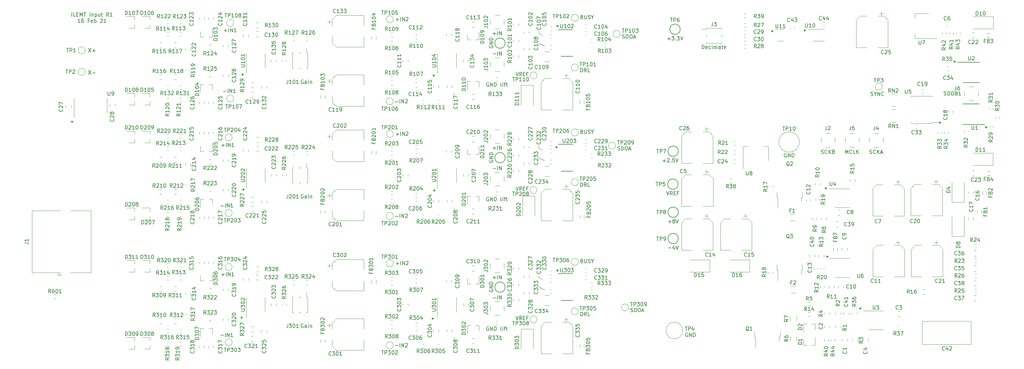
<source format=gbr>
G04 #@! TF.GenerationSoftware,KiCad,Pcbnew,(5.1.9)-1*
G04 #@! TF.CreationDate,2021-02-17T12:42:34-05:00*
G04 #@! TF.ProjectId,input_board,696e7075-745f-4626-9f61-72642e6b6963,rev?*
G04 #@! TF.SameCoordinates,Original*
G04 #@! TF.FileFunction,Legend,Top*
G04 #@! TF.FilePolarity,Positive*
%FSLAX46Y46*%
G04 Gerber Fmt 4.6, Leading zero omitted, Abs format (unit mm)*
G04 Created by KiCad (PCBNEW (5.1.9)-1) date 2021-02-17 12:42:34*
%MOMM*%
%LPD*%
G01*
G04 APERTURE LIST*
%ADD10C,0.300000*%
%ADD11C,0.180000*%
%ADD12C,0.120000*%
%ADD13C,0.150000*%
G04 APERTURE END LIST*
D10*
X212550000Y-59000000D02*
G75*
G03*
X212550000Y-59000000I-150000J0D01*
G01*
X221350000Y-58800000D02*
G75*
G03*
X221350000Y-58800000I-150000J0D01*
G01*
D11*
X23371428Y-55012380D02*
X23371428Y-54012380D01*
X24323809Y-55012380D02*
X23847619Y-55012380D01*
X23847619Y-54012380D01*
X24657142Y-54488571D02*
X24990476Y-54488571D01*
X25133333Y-55012380D02*
X24657142Y-55012380D01*
X24657142Y-54012380D01*
X25133333Y-54012380D01*
X25561904Y-55012380D02*
X25561904Y-54012380D01*
X25895238Y-54726666D01*
X26228571Y-54012380D01*
X26228571Y-55012380D01*
X26561904Y-54012380D02*
X27133333Y-54012380D01*
X26847619Y-55012380D02*
X26847619Y-54012380D01*
X28228571Y-55012380D02*
X28228571Y-54345714D01*
X28228571Y-54012380D02*
X28180952Y-54060000D01*
X28228571Y-54107619D01*
X28276190Y-54060000D01*
X28228571Y-54012380D01*
X28228571Y-54107619D01*
X28704761Y-54345714D02*
X28704761Y-55012380D01*
X28704761Y-54440952D02*
X28752380Y-54393333D01*
X28847619Y-54345714D01*
X28990476Y-54345714D01*
X29085714Y-54393333D01*
X29133333Y-54488571D01*
X29133333Y-55012380D01*
X29609523Y-54345714D02*
X29609523Y-55345714D01*
X29609523Y-54393333D02*
X29704761Y-54345714D01*
X29895238Y-54345714D01*
X29990476Y-54393333D01*
X30038095Y-54440952D01*
X30085714Y-54536190D01*
X30085714Y-54821904D01*
X30038095Y-54917142D01*
X29990476Y-54964761D01*
X29895238Y-55012380D01*
X29704761Y-55012380D01*
X29609523Y-54964761D01*
X30942857Y-54345714D02*
X30942857Y-55012380D01*
X30514285Y-54345714D02*
X30514285Y-54869523D01*
X30561904Y-54964761D01*
X30657142Y-55012380D01*
X30800000Y-55012380D01*
X30895238Y-54964761D01*
X30942857Y-54917142D01*
X31276190Y-54345714D02*
X31657142Y-54345714D01*
X31419047Y-54012380D02*
X31419047Y-54869523D01*
X31466666Y-54964761D01*
X31561904Y-55012380D01*
X31657142Y-55012380D01*
X33323809Y-55012380D02*
X32990476Y-54536190D01*
X32752380Y-55012380D02*
X32752380Y-54012380D01*
X33133333Y-54012380D01*
X33228571Y-54060000D01*
X33276190Y-54107619D01*
X33323809Y-54202857D01*
X33323809Y-54345714D01*
X33276190Y-54440952D01*
X33228571Y-54488571D01*
X33133333Y-54536190D01*
X32752380Y-54536190D01*
X34276190Y-55012380D02*
X33704761Y-55012380D01*
X33990476Y-55012380D02*
X33990476Y-54012380D01*
X33895238Y-54155238D01*
X33800000Y-54250476D01*
X33704761Y-54298095D01*
X25585714Y-56692380D02*
X25014285Y-56692380D01*
X25300000Y-56692380D02*
X25300000Y-55692380D01*
X25204761Y-55835238D01*
X25109523Y-55930476D01*
X25014285Y-55978095D01*
X26442857Y-55692380D02*
X26252380Y-55692380D01*
X26157142Y-55740000D01*
X26109523Y-55787619D01*
X26014285Y-55930476D01*
X25966666Y-56120952D01*
X25966666Y-56501904D01*
X26014285Y-56597142D01*
X26061904Y-56644761D01*
X26157142Y-56692380D01*
X26347619Y-56692380D01*
X26442857Y-56644761D01*
X26490476Y-56597142D01*
X26538095Y-56501904D01*
X26538095Y-56263809D01*
X26490476Y-56168571D01*
X26442857Y-56120952D01*
X26347619Y-56073333D01*
X26157142Y-56073333D01*
X26061904Y-56120952D01*
X26014285Y-56168571D01*
X25966666Y-56263809D01*
X28061904Y-56168571D02*
X27728571Y-56168571D01*
X27728571Y-56692380D02*
X27728571Y-55692380D01*
X28204761Y-55692380D01*
X28966666Y-56644761D02*
X28871428Y-56692380D01*
X28680952Y-56692380D01*
X28585714Y-56644761D01*
X28538095Y-56549523D01*
X28538095Y-56168571D01*
X28585714Y-56073333D01*
X28680952Y-56025714D01*
X28871428Y-56025714D01*
X28966666Y-56073333D01*
X29014285Y-56168571D01*
X29014285Y-56263809D01*
X28538095Y-56359047D01*
X29442857Y-56692380D02*
X29442857Y-55692380D01*
X29442857Y-56073333D02*
X29538095Y-56025714D01*
X29728571Y-56025714D01*
X29823809Y-56073333D01*
X29871428Y-56120952D01*
X29919047Y-56216190D01*
X29919047Y-56501904D01*
X29871428Y-56597142D01*
X29823809Y-56644761D01*
X29728571Y-56692380D01*
X29538095Y-56692380D01*
X29442857Y-56644761D01*
X31061904Y-55787619D02*
X31109523Y-55740000D01*
X31204761Y-55692380D01*
X31442857Y-55692380D01*
X31538095Y-55740000D01*
X31585714Y-55787619D01*
X31633333Y-55882857D01*
X31633333Y-55978095D01*
X31585714Y-56120952D01*
X31014285Y-56692380D01*
X31633333Y-56692380D01*
X32585714Y-56692380D02*
X32014285Y-56692380D01*
X32300000Y-56692380D02*
X32300000Y-55692380D01*
X32204761Y-55835238D01*
X32109523Y-55930476D01*
X32014285Y-55978095D01*
D10*
X236350000Y-134000000D02*
G75*
G03*
X236350000Y-134000000I-150000J0D01*
G01*
X154580000Y-123750000D02*
G75*
G03*
X154580000Y-123750000I-150000J0D01*
G01*
X120930000Y-136750000D02*
G75*
G03*
X120930000Y-136750000I-150000J0D01*
G01*
X69330000Y-136500000D02*
G75*
G03*
X69330000Y-136500000I-150000J0D01*
G01*
X154330000Y-90400000D02*
G75*
G03*
X154330000Y-90400000I-150000J0D01*
G01*
X154580000Y-57600000D02*
G75*
G03*
X154580000Y-57600000I-150000J0D01*
G01*
X121330000Y-102100000D02*
G75*
G03*
X121330000Y-102100000I-150000J0D01*
G01*
X121180000Y-71000000D02*
G75*
G03*
X121180000Y-71000000I-150000J0D01*
G01*
X69830000Y-101850000D02*
G75*
G03*
X69830000Y-101850000I-150000J0D01*
G01*
X69580000Y-70750000D02*
G75*
G03*
X69580000Y-70750000I-150000J0D01*
G01*
X23580000Y-83500000D02*
G75*
G03*
X23580000Y-83500000I-150000J0D01*
G01*
X257830000Y-83750000D02*
G75*
G03*
X257830000Y-83750000I-150000J0D01*
G01*
X227430000Y-120000000D02*
G75*
G03*
X227430000Y-120000000I-150000J0D01*
G01*
X227080000Y-101500000D02*
G75*
G03*
X227080000Y-101500000I-150000J0D01*
G01*
X261830000Y-67250000D02*
G75*
G03*
X261830000Y-67250000I-150000J0D01*
G01*
X257830000Y-83750000D02*
G75*
G03*
X257830000Y-83750000I-150000J0D01*
G01*
X270330000Y-85000000D02*
G75*
G03*
X270330000Y-85000000I-150000J0D01*
G01*
D12*
X149380000Y-124900000D02*
X149380000Y-125650000D01*
X149380000Y-125650000D02*
X150380000Y-126150000D01*
X149430000Y-128250000D02*
X150930000Y-129000000D01*
X126680000Y-142250000D02*
X126430000Y-141750000D01*
X149380000Y-89900000D02*
X149380000Y-90650000D01*
X149380000Y-90650000D02*
X150380000Y-91150000D01*
X149430000Y-93250000D02*
X150930000Y-94000000D01*
X126680000Y-107250000D02*
X126430000Y-106750000D01*
X126680000Y-76250000D02*
X126430000Y-75750000D01*
X149430000Y-62250000D02*
X150930000Y-63000000D01*
X149380000Y-59650000D02*
X150380000Y-60150000D01*
X149380000Y-58900000D02*
X149380000Y-59650000D01*
X235335000Y-135172936D02*
X235335000Y-135627064D01*
X233865000Y-135172936D02*
X233865000Y-135627064D01*
X227955000Y-135172936D02*
X227955000Y-135627064D01*
X226485000Y-135172936D02*
X226485000Y-135627064D01*
X235515000Y-142410437D02*
X235515000Y-142864565D01*
X234045000Y-142410437D02*
X234045000Y-142864565D01*
X229465000Y-135627064D02*
X229465000Y-135172936D01*
X230935000Y-135627064D02*
X230935000Y-135172936D01*
X229465000Y-139227064D02*
X229465000Y-138772936D01*
X230935000Y-139227064D02*
X230935000Y-138772936D01*
X224157500Y-104787258D02*
X224157500Y-104312742D01*
X225202500Y-104787258D02*
X225202500Y-104312742D01*
X222162742Y-135077500D02*
X222637258Y-135077500D01*
X222162742Y-136122500D02*
X222637258Y-136122500D01*
X224352500Y-109507742D02*
X224352500Y-109982258D01*
X223307500Y-109507742D02*
X223307500Y-109982258D01*
X222162742Y-132277500D02*
X222637258Y-132277500D01*
X222162742Y-133322500D02*
X222637258Y-133322500D01*
X229322500Y-142362742D02*
X229322500Y-142837258D01*
X228277500Y-142362742D02*
X228277500Y-142837258D01*
X263122500Y-59362742D02*
X263122500Y-59837258D01*
X262077500Y-59362742D02*
X262077500Y-59837258D01*
X227522500Y-142362742D02*
X227522500Y-142837258D01*
X226477500Y-142362742D02*
X226477500Y-142837258D01*
X256900000Y-61010000D02*
X250890000Y-61010000D01*
X254650000Y-54190000D02*
X250890000Y-54190000D01*
X250890000Y-61010000D02*
X250890000Y-59750000D01*
X250890000Y-54190000D02*
X250890000Y-55450000D01*
X259322500Y-59837258D02*
X259322500Y-59362742D01*
X258277500Y-59837258D02*
X258277500Y-59362742D01*
X261322500Y-59837258D02*
X261322500Y-59362742D01*
X260277500Y-59837258D02*
X260277500Y-59362742D01*
X217467936Y-127997500D02*
X218672064Y-127997500D01*
X217467936Y-129817500D02*
X218672064Y-129817500D01*
X217207936Y-108492500D02*
X218412064Y-108492500D01*
X217207936Y-110312500D02*
X218412064Y-110312500D01*
X259459420Y-57510000D02*
X259740580Y-57510000D01*
X259459420Y-56490000D02*
X259740580Y-56490000D01*
X195210000Y-97100000D02*
X194210000Y-97100000D01*
X194710000Y-96600000D02*
X194710000Y-97600000D01*
X189004437Y-97840000D02*
X187940000Y-98904437D01*
X195395563Y-97840000D02*
X196460000Y-98904437D01*
X195395563Y-97840000D02*
X193710000Y-97840000D01*
X189004437Y-97840000D02*
X190690000Y-97840000D01*
X187940000Y-98904437D02*
X187940000Y-106360000D01*
X196460000Y-98904437D02*
X196460000Y-106360000D01*
X196460000Y-106360000D02*
X193710000Y-106360000D01*
X187940000Y-106360000D02*
X190690000Y-106360000D01*
X230060000Y-117600378D02*
X230060000Y-118399622D01*
X228940000Y-117600378D02*
X228940000Y-118399622D01*
X271219622Y-98000000D02*
X270420378Y-98000000D01*
X271219622Y-96880000D02*
X270420378Y-96880000D01*
X271172122Y-60647500D02*
X270372878Y-60647500D01*
X271172122Y-59527500D02*
X270372878Y-59527500D01*
X270300000Y-102337878D02*
X270300000Y-103137122D01*
X269180000Y-102337878D02*
X269180000Y-103137122D01*
X268890000Y-107462878D02*
X268890000Y-108262122D01*
X267770000Y-107462878D02*
X267770000Y-108262122D01*
X161640000Y-143800378D02*
X161640000Y-144599622D01*
X160520000Y-143800378D02*
X160520000Y-144599622D01*
X90520000Y-143249622D02*
X90520000Y-142450378D01*
X91640000Y-143249622D02*
X91640000Y-142450378D01*
X104320000Y-127199622D02*
X104320000Y-126400378D01*
X105440000Y-127199622D02*
X105440000Y-126400378D01*
X161640000Y-108800378D02*
X161640000Y-109599622D01*
X160520000Y-108800378D02*
X160520000Y-109599622D01*
X90520000Y-108249622D02*
X90520000Y-107450378D01*
X91640000Y-108249622D02*
X91640000Y-107450378D01*
X104320000Y-92199622D02*
X104320000Y-91400378D01*
X105440000Y-92199622D02*
X105440000Y-91400378D01*
X90520000Y-77249622D02*
X90520000Y-76450378D01*
X91640000Y-77249622D02*
X91640000Y-76450378D01*
X104320000Y-61199622D02*
X104320000Y-60400378D01*
X105440000Y-61199622D02*
X105440000Y-60400378D01*
X161640000Y-77800378D02*
X161640000Y-78599622D01*
X160520000Y-77800378D02*
X160520000Y-78599622D01*
D13*
X140330000Y-128250000D02*
G75*
G03*
X140330000Y-128250000I-1400000J0D01*
G01*
X140330000Y-93250000D02*
G75*
G03*
X140330000Y-93250000I-1400000J0D01*
G01*
X140330000Y-62250000D02*
G75*
G03*
X140330000Y-62250000I-1400000J0D01*
G01*
X187000000Y-100400000D02*
G75*
G03*
X187000000Y-100400000I-1400000J0D01*
G01*
X187080000Y-115100000D02*
G75*
G03*
X187080000Y-115100000I-1400000J0D01*
G01*
X187080000Y-108000000D02*
G75*
G03*
X187080000Y-108000000I-1400000J0D01*
G01*
X187080000Y-91500000D02*
G75*
G03*
X187080000Y-91500000I-1400000J0D01*
G01*
X187580000Y-58500000D02*
G75*
G03*
X187580000Y-58500000I-1400000J0D01*
G01*
D12*
X219750000Y-89000000D02*
G75*
G03*
X219750000Y-89000000I-2750000J0D01*
G01*
X26950000Y-70000000D02*
G75*
G03*
X26950000Y-70000000I-950000J0D01*
G01*
X26950000Y-64200000D02*
G75*
G03*
X26950000Y-64200000I-950000J0D01*
G01*
X19480000Y-125000000D02*
X19980000Y-124500000D01*
X20480000Y-125000000D02*
X19480000Y-125000000D01*
X19980000Y-124500000D02*
X20480000Y-125000000D01*
X28540000Y-107575000D02*
X22980000Y-107575000D01*
X28540000Y-124305000D02*
X22980000Y-124305000D01*
X28540000Y-124260000D02*
X28540000Y-107575000D01*
X12570000Y-107575000D02*
X20180000Y-107575000D01*
X12570000Y-124305000D02*
X20180000Y-124305000D01*
X12570000Y-124260000D02*
X12570000Y-107620000D01*
X18562742Y-131322500D02*
X19037258Y-131322500D01*
X18562742Y-130277500D02*
X19037258Y-130277500D01*
X215440000Y-58500000D02*
X213140000Y-58500000D01*
X213840000Y-61700000D02*
X215440000Y-61700000D01*
X224950000Y-58460000D02*
X222025000Y-58460000D01*
X224950000Y-58460000D02*
X226450000Y-58460000D01*
X224950000Y-61680000D02*
X223450000Y-61680000D01*
X224950000Y-61680000D02*
X226450000Y-61680000D01*
X205237258Y-54327500D02*
X204762742Y-54327500D01*
X205237258Y-55372500D02*
X204762742Y-55372500D01*
X226234420Y-57510000D02*
X226515580Y-57510000D01*
X226234420Y-56490000D02*
X226515580Y-56490000D01*
X217340000Y-58109420D02*
X217340000Y-58390580D01*
X218360000Y-58109420D02*
X218360000Y-58390580D01*
X201012742Y-98977500D02*
X201487258Y-98977500D01*
X201012742Y-100022500D02*
X201487258Y-100022500D01*
X75537500Y-132990000D02*
X75537500Y-131040000D01*
X75537500Y-132990000D02*
X75537500Y-134940000D01*
X70417500Y-132990000D02*
X70417500Y-131040000D01*
X70417500Y-132990000D02*
X70417500Y-136440000D01*
X127115000Y-133010000D02*
X127115000Y-131060000D01*
X127115000Y-133010000D02*
X127115000Y-134960000D01*
X121995000Y-133010000D02*
X121995000Y-131060000D01*
X121995000Y-133010000D02*
X121995000Y-136460000D01*
X75537500Y-97990000D02*
X75537500Y-96040000D01*
X75537500Y-97990000D02*
X75537500Y-99940000D01*
X70417500Y-97990000D02*
X70417500Y-96040000D01*
X70417500Y-97990000D02*
X70417500Y-101440000D01*
X127115000Y-98010000D02*
X127115000Y-96060000D01*
X127115000Y-98010000D02*
X127115000Y-99960000D01*
X121995000Y-98010000D02*
X121995000Y-96060000D01*
X121995000Y-98010000D02*
X121995000Y-101460000D01*
X127115000Y-67010000D02*
X127115000Y-65060000D01*
X127115000Y-67010000D02*
X127115000Y-68960000D01*
X121995000Y-67010000D02*
X121995000Y-65060000D01*
X121995000Y-67010000D02*
X121995000Y-70460000D01*
X75537500Y-66990000D02*
X75537500Y-65040000D01*
X75537500Y-66990000D02*
X75537500Y-68940000D01*
X70417500Y-66990000D02*
X70417500Y-65040000D01*
X70417500Y-66990000D02*
X70417500Y-70440000D01*
X240400000Y-139760000D02*
X242350000Y-139760000D01*
X240400000Y-139760000D02*
X238450000Y-139760000D01*
X240400000Y-134640000D02*
X242350000Y-134640000D01*
X240400000Y-134640000D02*
X236950000Y-134640000D01*
X246562779Y-139710000D02*
X246237221Y-139710000D01*
X246562779Y-138690000D02*
X246237221Y-138690000D01*
X73141422Y-124890000D02*
X73658578Y-124890000D01*
X73141422Y-126310000D02*
X73658578Y-126310000D01*
X71741422Y-141490000D02*
X72258578Y-141490000D01*
X71741422Y-142910000D02*
X72258578Y-142910000D01*
X112690000Y-133258578D02*
X112690000Y-132741422D01*
X114110000Y-133258578D02*
X114110000Y-132741422D01*
X73241422Y-90090000D02*
X73758578Y-90090000D01*
X73241422Y-91510000D02*
X73758578Y-91510000D01*
X71841422Y-106490000D02*
X72358578Y-106490000D01*
X71841422Y-107910000D02*
X72358578Y-107910000D01*
X112690000Y-98258578D02*
X112690000Y-97741422D01*
X114110000Y-98258578D02*
X114110000Y-97741422D01*
X73141422Y-59090000D02*
X73658578Y-59090000D01*
X73141422Y-60510000D02*
X73658578Y-60510000D01*
X71841422Y-75490000D02*
X72358578Y-75490000D01*
X71841422Y-76910000D02*
X72358578Y-76910000D01*
X112690000Y-67258578D02*
X112690000Y-66741422D01*
X114110000Y-67258578D02*
X114110000Y-66741422D01*
X252880000Y-137480000D02*
X266120000Y-137480000D01*
X252880000Y-143720000D02*
X266120000Y-143720000D01*
X252880000Y-137480000D02*
X252880000Y-143720000D01*
X266120000Y-137480000D02*
X266120000Y-143720000D01*
X231690000Y-135658578D02*
X231690000Y-135141422D01*
X233110000Y-135658578D02*
X233110000Y-135141422D01*
X255490000Y-83685000D02*
X257180000Y-83685000D01*
X255490000Y-83960000D02*
X255490000Y-83685000D01*
X252730000Y-83960000D02*
X255490000Y-83960000D01*
X249970000Y-83960000D02*
X249970000Y-83685000D01*
X252730000Y-83960000D02*
X249970000Y-83960000D01*
X255490000Y-76540000D02*
X255490000Y-76815000D01*
X252730000Y-76540000D02*
X255490000Y-76540000D01*
X249970000Y-76540000D02*
X249970000Y-76815000D01*
X252730000Y-76540000D02*
X249970000Y-76540000D01*
X244680000Y-76020000D02*
X245680000Y-76020000D01*
X244680000Y-79380000D02*
X245680000Y-79380000D01*
X244680000Y-80220000D02*
X245680000Y-80220000D01*
X244680000Y-83580000D02*
X245680000Y-83580000D01*
D13*
X155452500Y-131860000D02*
X158552500Y-131860000D01*
X154677500Y-124610000D02*
X158552500Y-124610000D01*
X155452500Y-96860000D02*
X158552500Y-96860000D01*
X154677500Y-89610000D02*
X158552500Y-89610000D01*
X155452500Y-65860000D02*
X158552500Y-65860000D01*
X154677500Y-58610000D02*
X158552500Y-58610000D01*
D12*
X125900000Y-91341422D02*
X125900000Y-91858578D01*
X124480000Y-91341422D02*
X124480000Y-91858578D01*
X130100000Y-92360000D02*
X131030000Y-92360000D01*
X133260000Y-92360000D02*
X132330000Y-92360000D01*
X133260000Y-92360000D02*
X133260000Y-90200000D01*
X130100000Y-92360000D02*
X130100000Y-90900000D01*
X173630000Y-133750000D02*
G75*
G03*
X173630000Y-133750000I-950000J0D01*
G01*
X148930000Y-137000000D02*
G75*
G03*
X148930000Y-137000000I-950000J0D01*
G01*
X160080000Y-121400000D02*
G75*
G03*
X160080000Y-121400000I-950000J0D01*
G01*
X160080000Y-134850000D02*
G75*
G03*
X160080000Y-134850000I-950000J0D01*
G01*
X66630000Y-122800000D02*
G75*
G03*
X66630000Y-122800000I-950000J0D01*
G01*
X66630000Y-143200000D02*
G75*
G03*
X66630000Y-143200000I-950000J0D01*
G01*
X110130000Y-144000000D02*
G75*
G03*
X110130000Y-144000000I-950000J0D01*
G01*
X110130000Y-121800000D02*
G75*
G03*
X110130000Y-121800000I-950000J0D01*
G01*
X170130000Y-90000000D02*
G75*
G03*
X170130000Y-90000000I-950000J0D01*
G01*
X148930000Y-102000000D02*
G75*
G03*
X148930000Y-102000000I-950000J0D01*
G01*
X160080000Y-86400000D02*
G75*
G03*
X160080000Y-86400000I-950000J0D01*
G01*
X160080000Y-99850000D02*
G75*
G03*
X160080000Y-99850000I-950000J0D01*
G01*
X66630000Y-87800000D02*
G75*
G03*
X66630000Y-87800000I-950000J0D01*
G01*
X66630000Y-108200000D02*
G75*
G03*
X66630000Y-108200000I-950000J0D01*
G01*
X110130000Y-109000000D02*
G75*
G03*
X110130000Y-109000000I-950000J0D01*
G01*
X110130000Y-86800000D02*
G75*
G03*
X110130000Y-86800000I-950000J0D01*
G01*
X163842779Y-128110000D02*
X163517221Y-128110000D01*
X163842779Y-127090000D02*
X163517221Y-127090000D01*
X163842779Y-129910000D02*
X163517221Y-129910000D01*
X163842779Y-128890000D02*
X163517221Y-128890000D01*
X137929721Y-137490000D02*
X138255279Y-137490000D01*
X137929721Y-138510000D02*
X138255279Y-138510000D01*
X143990000Y-131541422D02*
X143990000Y-132058578D01*
X142570000Y-131541422D02*
X142570000Y-132058578D01*
X142570000Y-123458578D02*
X142570000Y-122941422D01*
X143990000Y-123458578D02*
X143990000Y-122941422D01*
X73201422Y-122690000D02*
X73718578Y-122690000D01*
X73201422Y-124110000D02*
X73718578Y-124110000D01*
X71821422Y-138890000D02*
X72338578Y-138890000D01*
X71821422Y-140310000D02*
X72338578Y-140310000D01*
X80162500Y-133172779D02*
X80162500Y-132847221D01*
X81182500Y-133172779D02*
X81182500Y-132847221D01*
X83442779Y-127510000D02*
X83117221Y-127510000D01*
X83442779Y-126490000D02*
X83117221Y-126490000D01*
X86717221Y-126490000D02*
X87042779Y-126490000D01*
X86717221Y-127510000D02*
X87042779Y-127510000D01*
X60938578Y-137310000D02*
X60421422Y-137310000D01*
X60938578Y-135890000D02*
X60421422Y-135890000D01*
X60938578Y-130110000D02*
X60421422Y-130110000D01*
X60938578Y-128690000D02*
X60421422Y-128690000D01*
X52860279Y-122910000D02*
X52534721Y-122910000D01*
X52860279Y-121890000D02*
X52534721Y-121890000D01*
X49117221Y-121890000D02*
X49442779Y-121890000D01*
X49117221Y-122910000D02*
X49442779Y-122910000D01*
X52860279Y-144110000D02*
X52534721Y-144110000D01*
X52860279Y-143090000D02*
X52534721Y-143090000D01*
X49117221Y-143090000D02*
X49442779Y-143090000D01*
X49117221Y-144110000D02*
X49442779Y-144110000D01*
X55190000Y-135437221D02*
X55190000Y-135762779D01*
X54170000Y-135437221D02*
X54170000Y-135762779D01*
X49117221Y-139690000D02*
X49442779Y-139690000D01*
X49117221Y-140710000D02*
X49442779Y-140710000D01*
X52534721Y-139690000D02*
X52860279Y-139690000D01*
X52534721Y-140710000D02*
X52860279Y-140710000D01*
X49117221Y-125290000D02*
X49442779Y-125290000D01*
X49117221Y-126310000D02*
X49442779Y-126310000D01*
X52534721Y-125290000D02*
X52860279Y-125290000D01*
X52534721Y-126310000D02*
X52860279Y-126310000D01*
X51538578Y-138110000D02*
X51021422Y-138110000D01*
X51538578Y-136690000D02*
X51021422Y-136690000D01*
X51538578Y-129510000D02*
X51021422Y-129510000D01*
X51538578Y-128090000D02*
X51021422Y-128090000D01*
X47538578Y-138110000D02*
X47021422Y-138110000D01*
X47538578Y-136690000D02*
X47021422Y-136690000D01*
X47538578Y-129510000D02*
X47021422Y-129510000D01*
X47538578Y-128090000D02*
X47021422Y-128090000D01*
X109842779Y-140510000D02*
X109517221Y-140510000D01*
X109842779Y-139490000D02*
X109517221Y-139490000D01*
X116442779Y-128110000D02*
X116117221Y-128110000D01*
X116442779Y-127090000D02*
X116117221Y-127090000D01*
X118117221Y-143690000D02*
X118442779Y-143690000D01*
X118117221Y-144710000D02*
X118442779Y-144710000D01*
X122117221Y-143690000D02*
X122442779Y-143690000D01*
X122117221Y-144710000D02*
X122442779Y-144710000D01*
X116442779Y-138910000D02*
X116117221Y-138910000D01*
X116442779Y-137890000D02*
X116117221Y-137890000D01*
X109842779Y-126510000D02*
X109517221Y-126510000D01*
X109842779Y-125490000D02*
X109517221Y-125490000D01*
X109842779Y-138310000D02*
X109517221Y-138310000D01*
X109842779Y-137290000D02*
X109517221Y-137290000D01*
X109842779Y-128710000D02*
X109517221Y-128710000D01*
X109842779Y-127690000D02*
X109517221Y-127690000D01*
X163842779Y-93110000D02*
X163517221Y-93110000D01*
X163842779Y-92090000D02*
X163517221Y-92090000D01*
X167442779Y-94210000D02*
X167117221Y-94210000D01*
X167442779Y-93190000D02*
X167117221Y-93190000D01*
X137929721Y-102490000D02*
X138255279Y-102490000D01*
X137929721Y-103510000D02*
X138255279Y-103510000D01*
X143990000Y-96541422D02*
X143990000Y-97058578D01*
X142570000Y-96541422D02*
X142570000Y-97058578D01*
X142570000Y-88458578D02*
X142570000Y-87941422D01*
X143990000Y-88458578D02*
X143990000Y-87941422D01*
X73201422Y-87690000D02*
X73718578Y-87690000D01*
X73201422Y-89110000D02*
X73718578Y-89110000D01*
X71821422Y-103890000D02*
X72338578Y-103890000D01*
X71821422Y-105310000D02*
X72338578Y-105310000D01*
X80162500Y-98172779D02*
X80162500Y-97847221D01*
X81182500Y-98172779D02*
X81182500Y-97847221D01*
X83442779Y-92510000D02*
X83117221Y-92510000D01*
X83442779Y-91490000D02*
X83117221Y-91490000D01*
X86717221Y-91490000D02*
X87042779Y-91490000D01*
X86717221Y-92510000D02*
X87042779Y-92510000D01*
X60938578Y-102310000D02*
X60421422Y-102310000D01*
X60938578Y-100890000D02*
X60421422Y-100890000D01*
X60938578Y-95110000D02*
X60421422Y-95110000D01*
X60938578Y-93690000D02*
X60421422Y-93690000D01*
X52860279Y-87910000D02*
X52534721Y-87910000D01*
X52860279Y-86890000D02*
X52534721Y-86890000D01*
X49117221Y-86890000D02*
X49442779Y-86890000D01*
X49117221Y-87910000D02*
X49442779Y-87910000D01*
X52860279Y-109110000D02*
X52534721Y-109110000D01*
X52860279Y-108090000D02*
X52534721Y-108090000D01*
X49117221Y-108090000D02*
X49442779Y-108090000D01*
X49117221Y-109110000D02*
X49442779Y-109110000D01*
X55190000Y-100437221D02*
X55190000Y-100762779D01*
X54170000Y-100437221D02*
X54170000Y-100762779D01*
X49117221Y-104690000D02*
X49442779Y-104690000D01*
X49117221Y-105710000D02*
X49442779Y-105710000D01*
X52534721Y-104690000D02*
X52860279Y-104690000D01*
X52534721Y-105710000D02*
X52860279Y-105710000D01*
X49117221Y-90290000D02*
X49442779Y-90290000D01*
X49117221Y-91310000D02*
X49442779Y-91310000D01*
X52534721Y-90290000D02*
X52860279Y-90290000D01*
X52534721Y-91310000D02*
X52860279Y-91310000D01*
X51538578Y-103110000D02*
X51021422Y-103110000D01*
X51538578Y-101690000D02*
X51021422Y-101690000D01*
X51538578Y-94510000D02*
X51021422Y-94510000D01*
X51538578Y-93090000D02*
X51021422Y-93090000D01*
X47538578Y-103110000D02*
X47021422Y-103110000D01*
X47538578Y-101690000D02*
X47021422Y-101690000D01*
X47538578Y-94510000D02*
X47021422Y-94510000D01*
X47538578Y-93090000D02*
X47021422Y-93090000D01*
X109842779Y-105510000D02*
X109517221Y-105510000D01*
X109842779Y-104490000D02*
X109517221Y-104490000D01*
X116442779Y-93110000D02*
X116117221Y-93110000D01*
X116442779Y-92090000D02*
X116117221Y-92090000D01*
X118117221Y-108690000D02*
X118442779Y-108690000D01*
X118117221Y-109710000D02*
X118442779Y-109710000D01*
X122117221Y-108690000D02*
X122442779Y-108690000D01*
X122117221Y-109710000D02*
X122442779Y-109710000D01*
X116442779Y-103910000D02*
X116117221Y-103910000D01*
X116442779Y-102890000D02*
X116117221Y-102890000D01*
X109842779Y-91510000D02*
X109517221Y-91510000D01*
X109842779Y-90490000D02*
X109517221Y-90490000D01*
X109842779Y-103310000D02*
X109517221Y-103310000D01*
X109842779Y-102290000D02*
X109517221Y-102290000D01*
X109842779Y-93710000D02*
X109517221Y-93710000D01*
X109842779Y-92690000D02*
X109517221Y-92690000D01*
X140050000Y-134620000D02*
X140050000Y-133380000D01*
X136310000Y-134620000D02*
X136310000Y-133380000D01*
X138800000Y-132130000D02*
X137560000Y-132130000D01*
X138800000Y-135870000D02*
X137560000Y-135870000D01*
X140050000Y-123120000D02*
X140050000Y-121880000D01*
X136310000Y-123120000D02*
X136310000Y-121880000D01*
X138800000Y-120630000D02*
X137560000Y-120630000D01*
X138800000Y-124370000D02*
X137560000Y-124370000D01*
X86985000Y-130930000D02*
X86985000Y-135050000D01*
X82865000Y-130930000D02*
X82865000Y-135050000D01*
X86685000Y-129675000D02*
X86685000Y-130930000D01*
X86985000Y-130930000D02*
X86685000Y-130930000D01*
X86985000Y-135050000D02*
X86685000Y-135050000D01*
X83165000Y-130930000D02*
X82865000Y-130930000D01*
X83165000Y-135050000D02*
X82865000Y-135050000D01*
X85165000Y-130930000D02*
X84685000Y-130930000D01*
X85165000Y-135050000D02*
X84685000Y-135050000D01*
X140050000Y-99620000D02*
X140050000Y-98380000D01*
X136310000Y-99620000D02*
X136310000Y-98380000D01*
X138800000Y-97130000D02*
X137560000Y-97130000D01*
X138800000Y-100870000D02*
X137560000Y-100870000D01*
X140050000Y-88120000D02*
X140050000Y-86880000D01*
X136310000Y-88120000D02*
X136310000Y-86880000D01*
X138800000Y-85630000D02*
X137560000Y-85630000D01*
X138800000Y-89370000D02*
X137560000Y-89370000D01*
X86985000Y-95930000D02*
X86985000Y-100050000D01*
X82865000Y-95930000D02*
X82865000Y-100050000D01*
X86685000Y-94675000D02*
X86685000Y-95930000D01*
X86985000Y-95930000D02*
X86685000Y-95930000D01*
X86985000Y-100050000D02*
X86685000Y-100050000D01*
X83165000Y-95930000D02*
X82865000Y-95930000D01*
X83165000Y-100050000D02*
X82865000Y-100050000D01*
X85165000Y-95930000D02*
X84685000Y-95930000D01*
X85165000Y-100050000D02*
X84685000Y-100050000D01*
X40240000Y-124180000D02*
X40240000Y-123250000D01*
X40240000Y-121020000D02*
X40240000Y-121950000D01*
X40240000Y-121020000D02*
X38080000Y-121020000D01*
X40240000Y-124180000D02*
X38780000Y-124180000D01*
X44440000Y-124180000D02*
X44440000Y-123250000D01*
X44440000Y-121020000D02*
X44440000Y-121950000D01*
X44440000Y-121020000D02*
X42280000Y-121020000D01*
X44440000Y-124180000D02*
X42980000Y-124180000D01*
X40240000Y-144980000D02*
X40240000Y-144050000D01*
X40240000Y-141820000D02*
X40240000Y-142750000D01*
X40240000Y-141820000D02*
X38080000Y-141820000D01*
X40240000Y-144980000D02*
X38780000Y-144980000D01*
X44440000Y-144980000D02*
X44440000Y-144050000D01*
X44440000Y-141820000D02*
X44440000Y-142750000D01*
X44440000Y-141820000D02*
X42280000Y-141820000D01*
X44440000Y-144980000D02*
X42980000Y-144980000D01*
X61260000Y-139440000D02*
X60330000Y-139440000D01*
X58100000Y-139440000D02*
X59030000Y-139440000D01*
X58100000Y-139440000D02*
X58100000Y-141600000D01*
X61260000Y-139440000D02*
X61260000Y-140900000D01*
X58100000Y-126560000D02*
X59030000Y-126560000D01*
X61260000Y-126560000D02*
X60330000Y-126560000D01*
X61260000Y-126560000D02*
X61260000Y-124400000D01*
X58100000Y-126560000D02*
X58100000Y-125100000D01*
X147930000Y-139600000D02*
X144630000Y-139600000D01*
X144630000Y-139600000D02*
X144630000Y-145000000D01*
X147930000Y-139600000D02*
X147930000Y-145000000D01*
X133260000Y-138640000D02*
X132330000Y-138640000D01*
X130100000Y-138640000D02*
X131030000Y-138640000D01*
X130100000Y-138640000D02*
X130100000Y-140800000D01*
X133260000Y-138640000D02*
X133260000Y-140100000D01*
X130100000Y-127360000D02*
X131030000Y-127360000D01*
X133260000Y-127360000D02*
X132330000Y-127360000D01*
X133260000Y-127360000D02*
X133260000Y-125200000D01*
X130100000Y-127360000D02*
X130100000Y-125900000D01*
X40240000Y-89180000D02*
X40240000Y-88250000D01*
X40240000Y-86020000D02*
X40240000Y-86950000D01*
X40240000Y-86020000D02*
X38080000Y-86020000D01*
X40240000Y-89180000D02*
X38780000Y-89180000D01*
X44440000Y-89180000D02*
X44440000Y-88250000D01*
X44440000Y-86020000D02*
X44440000Y-86950000D01*
X44440000Y-86020000D02*
X42280000Y-86020000D01*
X44440000Y-89180000D02*
X42980000Y-89180000D01*
X40240000Y-109980000D02*
X40240000Y-109050000D01*
X40240000Y-106820000D02*
X40240000Y-107750000D01*
X40240000Y-106820000D02*
X38080000Y-106820000D01*
X40240000Y-109980000D02*
X38780000Y-109980000D01*
X44440000Y-109980000D02*
X44440000Y-109050000D01*
X44440000Y-106820000D02*
X44440000Y-107750000D01*
X44440000Y-106820000D02*
X42280000Y-106820000D01*
X44440000Y-109980000D02*
X42980000Y-109980000D01*
X61260000Y-104440000D02*
X60330000Y-104440000D01*
X58100000Y-104440000D02*
X59030000Y-104440000D01*
X58100000Y-104440000D02*
X58100000Y-106600000D01*
X61260000Y-104440000D02*
X61260000Y-105900000D01*
X58100000Y-91560000D02*
X59030000Y-91560000D01*
X61260000Y-91560000D02*
X60330000Y-91560000D01*
X61260000Y-91560000D02*
X61260000Y-89400000D01*
X58100000Y-91560000D02*
X58100000Y-90100000D01*
X148330000Y-103600000D02*
X145030000Y-103600000D01*
X145030000Y-103600000D02*
X145030000Y-109000000D01*
X148330000Y-103600000D02*
X148330000Y-109000000D01*
X133260000Y-103640000D02*
X132330000Y-103640000D01*
X130100000Y-103640000D02*
X131030000Y-103640000D01*
X130100000Y-103640000D02*
X130100000Y-105800000D01*
X133260000Y-103640000D02*
X133260000Y-105100000D01*
X150047500Y-146262500D02*
X152797500Y-146262500D01*
X158567500Y-146262500D02*
X155817500Y-146262500D01*
X158567500Y-138806937D02*
X158567500Y-146262500D01*
X150047500Y-138806937D02*
X150047500Y-146262500D01*
X151111937Y-137742500D02*
X152797500Y-137742500D01*
X157503063Y-137742500D02*
X155817500Y-137742500D01*
X157503063Y-137742500D02*
X158567500Y-138806937D01*
X151111937Y-137742500D02*
X150047500Y-138806937D01*
X156817500Y-136502500D02*
X156817500Y-137502500D01*
X157317500Y-137002500D02*
X156317500Y-137002500D01*
X152232064Y-133260000D02*
X151027936Y-133260000D01*
X152232064Y-130540000D02*
X151027936Y-130540000D01*
X152792779Y-129910000D02*
X152467221Y-129910000D01*
X152792779Y-128890000D02*
X152467221Y-128890000D01*
X152842779Y-126910000D02*
X152517221Y-126910000D01*
X152842779Y-125890000D02*
X152517221Y-125890000D01*
X161917221Y-125090000D02*
X162242779Y-125090000D01*
X161917221Y-126110000D02*
X162242779Y-126110000D01*
X152842779Y-124910000D02*
X152517221Y-124910000D01*
X152842779Y-123890000D02*
X152517221Y-123890000D01*
X161917221Y-123290000D02*
X162242779Y-123290000D01*
X161917221Y-124310000D02*
X162242779Y-124310000D01*
X145370000Y-130058578D02*
X145370000Y-129541422D01*
X146790000Y-130058578D02*
X146790000Y-129541422D01*
X145370000Y-125636078D02*
X145370000Y-125118922D01*
X146790000Y-125636078D02*
X146790000Y-125118922D01*
X143990000Y-127341422D02*
X143990000Y-127858578D01*
X142570000Y-127341422D02*
X142570000Y-127858578D01*
X74570000Y-140458578D02*
X74570000Y-139941422D01*
X75990000Y-140458578D02*
X75990000Y-139941422D01*
X70990000Y-125941422D02*
X70990000Y-126458578D01*
X69570000Y-125941422D02*
X69570000Y-126458578D01*
X78590000Y-132741422D02*
X78590000Y-133258578D01*
X77170000Y-132741422D02*
X77170000Y-133258578D01*
X65590000Y-136741422D02*
X65590000Y-137258578D01*
X64170000Y-136741422D02*
X64170000Y-137258578D01*
X64170000Y-129258578D02*
X64170000Y-128741422D01*
X65590000Y-129258578D02*
X65590000Y-128741422D01*
X57770000Y-144658578D02*
X57770000Y-144141422D01*
X59190000Y-144658578D02*
X59190000Y-144141422D01*
X60170000Y-144658578D02*
X60170000Y-144141422D01*
X61590000Y-144658578D02*
X61590000Y-144141422D01*
X61590000Y-121341422D02*
X61590000Y-121858578D01*
X60170000Y-121341422D02*
X60170000Y-121858578D01*
X59190000Y-121341422D02*
X59190000Y-121858578D01*
X57770000Y-121341422D02*
X57770000Y-121858578D01*
X55390000Y-129741422D02*
X55390000Y-130258578D01*
X53970000Y-129741422D02*
X53970000Y-130258578D01*
X131421422Y-142090000D02*
X131938578Y-142090000D01*
X131421422Y-143510000D02*
X131938578Y-143510000D01*
X131938578Y-123910000D02*
X131421422Y-123910000D01*
X131938578Y-122490000D02*
X131421422Y-122490000D01*
X125900000Y-126441422D02*
X125900000Y-126958578D01*
X124480000Y-126441422D02*
X124480000Y-126958578D01*
X124570000Y-140258578D02*
X124570000Y-139741422D01*
X125990000Y-140258578D02*
X125990000Y-139741422D01*
X130390000Y-132741422D02*
X130390000Y-133258578D01*
X128970000Y-132741422D02*
X128970000Y-133258578D01*
X116117221Y-140090000D02*
X116442779Y-140090000D01*
X116117221Y-141110000D02*
X116442779Y-141110000D01*
X116442779Y-125910000D02*
X116117221Y-125910000D01*
X116442779Y-124890000D02*
X116117221Y-124890000D01*
X120970000Y-140258578D02*
X120970000Y-139741422D01*
X122390000Y-140258578D02*
X122390000Y-139741422D01*
X102140000Y-129260000D02*
X102140000Y-126510000D01*
X102140000Y-120740000D02*
X102140000Y-123490000D01*
X94684437Y-120740000D02*
X102140000Y-120740000D01*
X94684437Y-129260000D02*
X102140000Y-129260000D01*
X93620000Y-128195563D02*
X93620000Y-126510000D01*
X93620000Y-121804437D02*
X93620000Y-123490000D01*
X93620000Y-121804437D02*
X94684437Y-120740000D01*
X93620000Y-128195563D02*
X94684437Y-129260000D01*
X92380000Y-122490000D02*
X93380000Y-122490000D01*
X92880000Y-121990000D02*
X92880000Y-122990000D01*
X102140000Y-145310000D02*
X102140000Y-142560000D01*
X102140000Y-136790000D02*
X102140000Y-139540000D01*
X94684437Y-136790000D02*
X102140000Y-136790000D01*
X94684437Y-145310000D02*
X102140000Y-145310000D01*
X93620000Y-144245563D02*
X93620000Y-142560000D01*
X93620000Y-137854437D02*
X93620000Y-139540000D01*
X93620000Y-137854437D02*
X94684437Y-136790000D01*
X93620000Y-144245563D02*
X94684437Y-145310000D01*
X92380000Y-138540000D02*
X93380000Y-138540000D01*
X92880000Y-138040000D02*
X92880000Y-139040000D01*
X150047500Y-110260000D02*
X152797500Y-110260000D01*
X158567500Y-110260000D02*
X155817500Y-110260000D01*
X158567500Y-102804437D02*
X158567500Y-110260000D01*
X150047500Y-102804437D02*
X150047500Y-110260000D01*
X151111937Y-101740000D02*
X152797500Y-101740000D01*
X157503063Y-101740000D02*
X155817500Y-101740000D01*
X157503063Y-101740000D02*
X158567500Y-102804437D01*
X151111937Y-101740000D02*
X150047500Y-102804437D01*
X156817500Y-100500000D02*
X156817500Y-101500000D01*
X157317500Y-101000000D02*
X156317500Y-101000000D01*
X152232064Y-98260000D02*
X151027936Y-98260000D01*
X152232064Y-95540000D02*
X151027936Y-95540000D01*
X152792779Y-94910000D02*
X152467221Y-94910000D01*
X152792779Y-93890000D02*
X152467221Y-93890000D01*
X152842779Y-91910000D02*
X152517221Y-91910000D01*
X152842779Y-90890000D02*
X152517221Y-90890000D01*
X161917221Y-90090000D02*
X162242779Y-90090000D01*
X161917221Y-91110000D02*
X162242779Y-91110000D01*
X152842779Y-89910000D02*
X152517221Y-89910000D01*
X152842779Y-88890000D02*
X152517221Y-88890000D01*
X161917221Y-88290000D02*
X162242779Y-88290000D01*
X161917221Y-89310000D02*
X162242779Y-89310000D01*
X145370000Y-95058578D02*
X145370000Y-94541422D01*
X146790000Y-95058578D02*
X146790000Y-94541422D01*
X145370000Y-90636078D02*
X145370000Y-90118922D01*
X146790000Y-90636078D02*
X146790000Y-90118922D01*
X143990000Y-92341422D02*
X143990000Y-92858578D01*
X142570000Y-92341422D02*
X142570000Y-92858578D01*
X74570000Y-105458578D02*
X74570000Y-104941422D01*
X75990000Y-105458578D02*
X75990000Y-104941422D01*
X70990000Y-90941422D02*
X70990000Y-91458578D01*
X69570000Y-90941422D02*
X69570000Y-91458578D01*
X78590000Y-97741422D02*
X78590000Y-98258578D01*
X77170000Y-97741422D02*
X77170000Y-98258578D01*
X65590000Y-101741422D02*
X65590000Y-102258578D01*
X64170000Y-101741422D02*
X64170000Y-102258578D01*
X64170000Y-94258578D02*
X64170000Y-93741422D01*
X65590000Y-94258578D02*
X65590000Y-93741422D01*
X57770000Y-109658578D02*
X57770000Y-109141422D01*
X59190000Y-109658578D02*
X59190000Y-109141422D01*
X60170000Y-109658578D02*
X60170000Y-109141422D01*
X61590000Y-109658578D02*
X61590000Y-109141422D01*
X61590000Y-86341422D02*
X61590000Y-86858578D01*
X60170000Y-86341422D02*
X60170000Y-86858578D01*
X59190000Y-86341422D02*
X59190000Y-86858578D01*
X57770000Y-86341422D02*
X57770000Y-86858578D01*
X55390000Y-94741422D02*
X55390000Y-95258578D01*
X53970000Y-94741422D02*
X53970000Y-95258578D01*
X131421422Y-107090000D02*
X131938578Y-107090000D01*
X131421422Y-108510000D02*
X131938578Y-108510000D01*
X131938578Y-88910000D02*
X131421422Y-88910000D01*
X131938578Y-87490000D02*
X131421422Y-87490000D01*
X124570000Y-105258578D02*
X124570000Y-104741422D01*
X125990000Y-105258578D02*
X125990000Y-104741422D01*
X130390000Y-97741422D02*
X130390000Y-98258578D01*
X128970000Y-97741422D02*
X128970000Y-98258578D01*
X116117221Y-105090000D02*
X116442779Y-105090000D01*
X116117221Y-106110000D02*
X116442779Y-106110000D01*
X116442779Y-90910000D02*
X116117221Y-90910000D01*
X116442779Y-89890000D02*
X116117221Y-89890000D01*
X120970000Y-105258578D02*
X120970000Y-104741422D01*
X122390000Y-105258578D02*
X122390000Y-104741422D01*
X102140000Y-94260000D02*
X102140000Y-91510000D01*
X102140000Y-85740000D02*
X102140000Y-88490000D01*
X94684437Y-85740000D02*
X102140000Y-85740000D01*
X94684437Y-94260000D02*
X102140000Y-94260000D01*
X93620000Y-93195563D02*
X93620000Y-91510000D01*
X93620000Y-86804437D02*
X93620000Y-88490000D01*
X93620000Y-86804437D02*
X94684437Y-85740000D01*
X93620000Y-93195563D02*
X94684437Y-94260000D01*
X92380000Y-87490000D02*
X93380000Y-87490000D01*
X92880000Y-86990000D02*
X92880000Y-87990000D01*
X102140000Y-110310000D02*
X102140000Y-107560000D01*
X102140000Y-101790000D02*
X102140000Y-104540000D01*
X94684437Y-101790000D02*
X102140000Y-101790000D01*
X94684437Y-110310000D02*
X102140000Y-110310000D01*
X93620000Y-109245563D02*
X93620000Y-107560000D01*
X93620000Y-102854437D02*
X93620000Y-104540000D01*
X93620000Y-102854437D02*
X94684437Y-101790000D01*
X93620000Y-109245563D02*
X94684437Y-110310000D01*
X92380000Y-103540000D02*
X93380000Y-103540000D01*
X92880000Y-103040000D02*
X92880000Y-104040000D01*
X223890000Y-119491422D02*
X223890000Y-120008578D01*
X222470000Y-119491422D02*
X222470000Y-120008578D01*
X229671422Y-110540000D02*
X230188578Y-110540000D01*
X229671422Y-111960000D02*
X230188578Y-111960000D01*
X198420000Y-118260000D02*
X201170000Y-118260000D01*
X206940000Y-118260000D02*
X204190000Y-118260000D01*
X206940000Y-110804437D02*
X206940000Y-118260000D01*
X198420000Y-110804437D02*
X198420000Y-118260000D01*
X199484437Y-109740000D02*
X201170000Y-109740000D01*
X205875563Y-109740000D02*
X204190000Y-109740000D01*
X205875563Y-109740000D02*
X206940000Y-110804437D01*
X199484437Y-109740000D02*
X198420000Y-110804437D01*
X205190000Y-108500000D02*
X205190000Y-109500000D01*
X205690000Y-109000000D02*
X204690000Y-109000000D01*
X267438578Y-127917140D02*
X266921422Y-127917140D01*
X267438578Y-126497140D02*
X266921422Y-126497140D01*
X267438578Y-131960000D02*
X266921422Y-131960000D01*
X267438578Y-130540000D02*
X266921422Y-130540000D01*
X267438578Y-119831428D02*
X266921422Y-119831428D01*
X267438578Y-118411428D02*
X266921422Y-118411428D01*
X267438578Y-123874284D02*
X266921422Y-123874284D01*
X267438578Y-122454284D02*
X266921422Y-122454284D01*
X231277500Y-101610000D02*
X227827500Y-101610000D01*
X231277500Y-101610000D02*
X233227500Y-101610000D01*
X231277500Y-106730000D02*
X229327500Y-106730000D01*
X231277500Y-106730000D02*
X233227500Y-106730000D01*
D13*
X268277500Y-78732500D02*
X263877500Y-78732500D01*
X269852500Y-84257500D02*
X263877500Y-84257500D01*
D12*
X140050000Y-68620000D02*
X140050000Y-67380000D01*
X136310000Y-68620000D02*
X136310000Y-67380000D01*
X138800000Y-66130000D02*
X137560000Y-66130000D01*
X138800000Y-69870000D02*
X137560000Y-69870000D01*
X71821422Y-74310000D02*
X72338578Y-74310000D01*
X71821422Y-72890000D02*
X72338578Y-72890000D01*
X148930000Y-71000000D02*
G75*
G03*
X148930000Y-71000000I-950000J0D01*
G01*
X188250000Y-140000000D02*
G75*
G03*
X188250000Y-140000000I-2250000J0D01*
G01*
X55390000Y-63741422D02*
X55390000Y-64258578D01*
X53970000Y-63741422D02*
X53970000Y-64258578D01*
X116117221Y-74090000D02*
X116442779Y-74090000D01*
X116117221Y-75110000D02*
X116442779Y-75110000D01*
X116442779Y-59910000D02*
X116117221Y-59910000D01*
X116442779Y-58890000D02*
X116117221Y-58890000D01*
X118117221Y-77690000D02*
X118442779Y-77690000D01*
X118117221Y-78710000D02*
X118442779Y-78710000D01*
X122117221Y-77690000D02*
X122442779Y-77690000D01*
X122117221Y-78710000D02*
X122442779Y-78710000D01*
X267217221Y-124675712D02*
X267542779Y-124675712D01*
X267217221Y-125695712D02*
X267542779Y-125695712D01*
X267217221Y-128718568D02*
X267542779Y-128718568D01*
X267217221Y-129738568D02*
X267542779Y-129738568D01*
X267217221Y-116590000D02*
X267542779Y-116590000D01*
X267217221Y-117610000D02*
X267542779Y-117610000D01*
X267217221Y-120632856D02*
X267542779Y-120632856D01*
X267217221Y-121652856D02*
X267542779Y-121652856D01*
X225370000Y-123350279D02*
X225370000Y-123024721D01*
X226390000Y-123350279D02*
X226390000Y-123024721D01*
X226440000Y-128087221D02*
X226440000Y-128412779D01*
X225420000Y-128087221D02*
X225420000Y-128412779D01*
X242130000Y-74000000D02*
G75*
G03*
X242130000Y-74000000I-950000J0D01*
G01*
X67030000Y-56800000D02*
G75*
G03*
X67030000Y-56800000I-950000J0D01*
G01*
X67030000Y-77200000D02*
G75*
G03*
X67030000Y-77200000I-950000J0D01*
G01*
X110130000Y-78000000D02*
G75*
G03*
X110130000Y-78000000I-950000J0D01*
G01*
X110130000Y-55800000D02*
G75*
G03*
X110130000Y-55800000I-950000J0D01*
G01*
X137929721Y-71490000D02*
X138255279Y-71490000D01*
X137929721Y-72510000D02*
X138255279Y-72510000D01*
X140050000Y-57120000D02*
X140050000Y-55880000D01*
X136310000Y-57120000D02*
X136310000Y-55880000D01*
X138800000Y-54630000D02*
X137560000Y-54630000D01*
X138800000Y-58370000D02*
X137560000Y-58370000D01*
X268050000Y-76520000D02*
X268050000Y-75280000D01*
X264310000Y-76520000D02*
X264310000Y-75280000D01*
X266800000Y-74030000D02*
X265560000Y-74030000D01*
X266800000Y-77770000D02*
X265560000Y-77770000D01*
X235850000Y-89120000D02*
X235850000Y-87880000D01*
X232110000Y-89120000D02*
X232110000Y-87880000D01*
X234600000Y-86630000D02*
X233360000Y-86630000D01*
X234600000Y-90370000D02*
X233360000Y-90370000D01*
X242350000Y-89120000D02*
X242350000Y-87880000D01*
X238610000Y-89120000D02*
X238610000Y-87880000D01*
X241100000Y-86630000D02*
X239860000Y-86630000D01*
X241100000Y-90370000D02*
X239860000Y-90370000D01*
X229350000Y-89120000D02*
X229350000Y-87880000D01*
X225610000Y-89120000D02*
X225610000Y-87880000D01*
X228100000Y-86630000D02*
X226860000Y-86630000D01*
X228100000Y-90370000D02*
X226860000Y-90370000D01*
X171380000Y-59750000D02*
G75*
G03*
X171380000Y-59750000I-950000J0D01*
G01*
X259517221Y-67490000D02*
X259842779Y-67490000D01*
X259517221Y-68510000D02*
X259842779Y-68510000D01*
X259890000Y-86337221D02*
X259890000Y-86662779D01*
X258870000Y-86337221D02*
X258870000Y-86662779D01*
X258190000Y-86337221D02*
X258190000Y-86662779D01*
X257170000Y-86337221D02*
X257170000Y-86662779D01*
X265290000Y-85937221D02*
X265290000Y-86262779D01*
X264270000Y-85937221D02*
X264270000Y-86262779D01*
X77170000Y-66741422D02*
X77170000Y-67258578D01*
X78590000Y-66741422D02*
X78590000Y-67258578D01*
X130390000Y-66741422D02*
X130390000Y-67258578D01*
X128970000Y-66741422D02*
X128970000Y-67258578D01*
X206330000Y-124150000D02*
X206330000Y-120850000D01*
X206330000Y-120850000D02*
X200930000Y-120850000D01*
X206330000Y-124150000D02*
X200930000Y-124150000D01*
X195580000Y-124150000D02*
X195580000Y-120850000D01*
X195580000Y-120850000D02*
X190180000Y-120850000D01*
X195580000Y-124150000D02*
X190180000Y-124150000D01*
X260092779Y-70760000D02*
X259767221Y-70760000D01*
X260092779Y-69740000D02*
X259767221Y-69740000D01*
X251317221Y-84390000D02*
X251642779Y-84390000D01*
X251317221Y-85410000D02*
X251642779Y-85410000D01*
X252867221Y-74890000D02*
X253192779Y-74890000D01*
X252867221Y-75910000D02*
X253192779Y-75910000D01*
X260070000Y-80962779D02*
X260070000Y-80637221D01*
X261090000Y-80962779D02*
X261090000Y-80637221D01*
X271990000Y-79837221D02*
X271990000Y-80162779D01*
X270970000Y-79837221D02*
X270970000Y-80162779D01*
X272770000Y-82562779D02*
X272770000Y-82237221D01*
X273790000Y-82562779D02*
X273790000Y-82237221D01*
X271990000Y-84637221D02*
X271990000Y-84962779D01*
X270970000Y-84637221D02*
X270970000Y-84962779D01*
X160080000Y-55400000D02*
G75*
G03*
X160080000Y-55400000I-950000J0D01*
G01*
X160080000Y-68850000D02*
G75*
G03*
X160080000Y-68850000I-950000J0D01*
G01*
X145370000Y-59636078D02*
X145370000Y-59118922D01*
X146790000Y-59636078D02*
X146790000Y-59118922D01*
X145370000Y-64058578D02*
X145370000Y-63541422D01*
X146790000Y-64058578D02*
X146790000Y-63541422D01*
X143990000Y-61341422D02*
X143990000Y-61858578D01*
X142570000Y-61341422D02*
X142570000Y-61858578D01*
X232740000Y-142908578D02*
X232740000Y-142391422D01*
X231320000Y-142908578D02*
X231320000Y-142391422D01*
X226510000Y-139258578D02*
X226510000Y-138741422D01*
X227930000Y-139258578D02*
X227930000Y-138741422D01*
X246858578Y-136210000D02*
X246341422Y-136210000D01*
X246858578Y-134790000D02*
X246341422Y-134790000D01*
X238310000Y-142858578D02*
X238310000Y-142341422D01*
X236890000Y-142858578D02*
X236890000Y-142341422D01*
X246832500Y-99772500D02*
X245832500Y-99772500D01*
X246332500Y-99272500D02*
X246332500Y-100272500D01*
X240626937Y-100512500D02*
X239562500Y-101576937D01*
X247018063Y-100512500D02*
X248082500Y-101576937D01*
X247018063Y-100512500D02*
X245332500Y-100512500D01*
X240626937Y-100512500D02*
X242312500Y-100512500D01*
X239562500Y-101576937D02*
X239562500Y-109032500D01*
X248082500Y-101576937D02*
X248082500Y-109032500D01*
X248082500Y-109032500D02*
X245332500Y-109032500D01*
X239562500Y-109032500D02*
X242312500Y-109032500D01*
X230221422Y-108710000D02*
X230738578Y-108710000D01*
X230221422Y-107290000D02*
X230738578Y-107290000D01*
X232640000Y-117741422D02*
X232640000Y-118258578D01*
X231220000Y-117741422D02*
X231220000Y-118258578D01*
X230220000Y-128508578D02*
X230220000Y-127991422D01*
X231640000Y-128508578D02*
X231640000Y-127991422D01*
X246882500Y-116165000D02*
X245882500Y-116165000D01*
X246382500Y-115665000D02*
X246382500Y-116665000D01*
X240676937Y-116905000D02*
X239612500Y-117969437D01*
X247068063Y-116905000D02*
X248132500Y-117969437D01*
X247068063Y-116905000D02*
X245382500Y-116905000D01*
X240676937Y-116905000D02*
X242362500Y-116905000D01*
X239612500Y-117969437D02*
X239612500Y-125425000D01*
X248132500Y-117969437D02*
X248132500Y-125425000D01*
X248132500Y-125425000D02*
X245382500Y-125425000D01*
X239612500Y-125425000D02*
X242362500Y-125425000D01*
X221670000Y-104637221D02*
X221670000Y-104962779D01*
X222690000Y-104637221D02*
X222690000Y-104962779D01*
X224590000Y-123037221D02*
X224590000Y-123362779D01*
X223570000Y-123037221D02*
X223570000Y-123362779D01*
X187920000Y-118260000D02*
X190670000Y-118260000D01*
X196440000Y-118260000D02*
X193690000Y-118260000D01*
X196440000Y-110804437D02*
X196440000Y-118260000D01*
X187920000Y-110804437D02*
X187920000Y-118260000D01*
X188984437Y-109740000D02*
X190670000Y-109740000D01*
X195375563Y-109740000D02*
X193690000Y-109740000D01*
X195375563Y-109740000D02*
X196440000Y-110804437D01*
X188984437Y-109740000D02*
X187920000Y-110804437D01*
X194690000Y-108500000D02*
X194690000Y-109500000D01*
X195190000Y-109000000D02*
X194190000Y-109000000D01*
X265347500Y-102478922D02*
X265347500Y-102996078D01*
X266767500Y-102478922D02*
X266767500Y-102996078D01*
X265347500Y-109463922D02*
X265347500Y-109981078D01*
X266767500Y-109463922D02*
X266767500Y-109981078D01*
X257140000Y-99700000D02*
X256140000Y-99700000D01*
X256640000Y-99200000D02*
X256640000Y-100200000D01*
X250934437Y-100440000D02*
X249870000Y-101504437D01*
X257325563Y-100440000D02*
X258390000Y-101504437D01*
X257325563Y-100440000D02*
X255640000Y-100440000D01*
X250934437Y-100440000D02*
X252620000Y-100440000D01*
X249870000Y-101504437D02*
X249870000Y-108960000D01*
X258390000Y-101504437D02*
X258390000Y-108960000D01*
X258390000Y-108960000D02*
X255640000Y-108960000D01*
X249870000Y-108960000D02*
X252620000Y-108960000D01*
X257190000Y-116165000D02*
X256190000Y-116165000D01*
X256690000Y-115665000D02*
X256690000Y-116665000D01*
X250984437Y-116905000D02*
X249920000Y-117969437D01*
X257375563Y-116905000D02*
X258440000Y-117969437D01*
X257375563Y-116905000D02*
X255690000Y-116905000D01*
X250984437Y-116905000D02*
X252670000Y-116905000D01*
X249920000Y-117969437D02*
X249920000Y-125425000D01*
X258440000Y-117969437D02*
X258440000Y-125425000D01*
X258440000Y-125425000D02*
X255690000Y-125425000D01*
X249920000Y-125425000D02*
X252670000Y-125425000D01*
X266386422Y-60797500D02*
X266903578Y-60797500D01*
X266386422Y-59377500D02*
X266903578Y-59377500D01*
X266433922Y-96745000D02*
X266951078Y-96745000D01*
X266433922Y-98165000D02*
X266951078Y-98165000D01*
X202380279Y-94782500D02*
X202054721Y-94782500D01*
X202380279Y-93762500D02*
X202054721Y-93762500D01*
X235140000Y-63460000D02*
X237890000Y-63460000D01*
X243660000Y-63460000D02*
X240910000Y-63460000D01*
X243660000Y-56004437D02*
X243660000Y-63460000D01*
X235140000Y-56004437D02*
X235140000Y-63460000D01*
X236204437Y-54940000D02*
X237890000Y-54940000D01*
X242595563Y-54940000D02*
X240910000Y-54940000D01*
X242595563Y-54940000D02*
X243660000Y-56004437D01*
X236204437Y-54940000D02*
X235140000Y-56004437D01*
X241910000Y-53700000D02*
X241910000Y-54700000D01*
X242410000Y-54200000D02*
X241410000Y-54200000D01*
X187920000Y-94760000D02*
X190670000Y-94760000D01*
X196440000Y-94760000D02*
X193690000Y-94760000D01*
X196440000Y-87304437D02*
X196440000Y-94760000D01*
X187920000Y-87304437D02*
X187920000Y-94760000D01*
X188984437Y-86240000D02*
X190670000Y-86240000D01*
X195375563Y-86240000D02*
X193690000Y-86240000D01*
X195375563Y-86240000D02*
X196440000Y-87304437D01*
X188984437Y-86240000D02*
X187920000Y-87304437D01*
X194690000Y-85000000D02*
X194690000Y-86000000D01*
X195190000Y-85500000D02*
X194190000Y-85500000D01*
X21770000Y-79141422D02*
X21770000Y-79658578D01*
X23190000Y-79141422D02*
X23190000Y-79658578D01*
X33570000Y-79258578D02*
X33570000Y-78741422D01*
X34990000Y-79258578D02*
X34990000Y-78741422D01*
X204864721Y-58762500D02*
X205190279Y-58762500D01*
X204864721Y-59782500D02*
X205190279Y-59782500D01*
X204864721Y-61687500D02*
X205190279Y-61687500D01*
X204864721Y-60667500D02*
X205190279Y-60667500D01*
X161917221Y-58310000D02*
X162242779Y-58310000D01*
X161917221Y-57290000D02*
X162242779Y-57290000D01*
X152842779Y-58910000D02*
X152517221Y-58910000D01*
X152842779Y-57890000D02*
X152517221Y-57890000D01*
X161917221Y-60110000D02*
X162242779Y-60110000D01*
X161917221Y-59090000D02*
X162242779Y-59090000D01*
X152842779Y-59890000D02*
X152517221Y-59890000D01*
X152842779Y-60910000D02*
X152517221Y-60910000D01*
X152792779Y-63910000D02*
X152467221Y-63910000D01*
X152792779Y-62890000D02*
X152467221Y-62890000D01*
X152232064Y-67260000D02*
X151027936Y-67260000D01*
X152232064Y-64540000D02*
X151027936Y-64540000D01*
X150047500Y-80262500D02*
X152797500Y-80262500D01*
X158567500Y-80262500D02*
X155817500Y-80262500D01*
X158567500Y-72806937D02*
X158567500Y-80262500D01*
X150047500Y-72806937D02*
X150047500Y-80262500D01*
X151111937Y-71742500D02*
X152797500Y-71742500D01*
X157503063Y-71742500D02*
X155817500Y-71742500D01*
X157503063Y-71742500D02*
X158567500Y-72806937D01*
X151111937Y-71742500D02*
X150047500Y-72806937D01*
X156817500Y-70502500D02*
X156817500Y-71502500D01*
X157317500Y-71002500D02*
X156317500Y-71002500D01*
X131938578Y-57910000D02*
X131421422Y-57910000D01*
X131938578Y-56490000D02*
X131421422Y-56490000D01*
X120970000Y-74258578D02*
X120970000Y-73741422D01*
X122390000Y-74258578D02*
X122390000Y-73741422D01*
X131421422Y-76090000D02*
X131938578Y-76090000D01*
X131421422Y-77510000D02*
X131938578Y-77510000D01*
X125990000Y-74258578D02*
X125990000Y-73741422D01*
X124570000Y-74258578D02*
X124570000Y-73741422D01*
X124480000Y-59741422D02*
X124480000Y-60258578D01*
X125900000Y-59741422D02*
X125900000Y-60258578D01*
X92880000Y-72040000D02*
X92880000Y-73040000D01*
X92380000Y-72540000D02*
X93380000Y-72540000D01*
X93620000Y-78245563D02*
X94684437Y-79310000D01*
X93620000Y-71854437D02*
X94684437Y-70790000D01*
X93620000Y-71854437D02*
X93620000Y-73540000D01*
X93620000Y-78245563D02*
X93620000Y-76560000D01*
X94684437Y-79310000D02*
X102140000Y-79310000D01*
X94684437Y-70790000D02*
X102140000Y-70790000D01*
X102140000Y-70790000D02*
X102140000Y-73540000D01*
X102140000Y-79310000D02*
X102140000Y-76560000D01*
X59190000Y-55341422D02*
X59190000Y-55858578D01*
X57770000Y-55341422D02*
X57770000Y-55858578D01*
X60170000Y-55341422D02*
X60170000Y-55858578D01*
X61590000Y-55341422D02*
X61590000Y-55858578D01*
X61590000Y-78658578D02*
X61590000Y-78141422D01*
X60170000Y-78658578D02*
X60170000Y-78141422D01*
X57770000Y-78658578D02*
X57770000Y-78141422D01*
X59190000Y-78658578D02*
X59190000Y-78141422D01*
X64170000Y-63258578D02*
X64170000Y-62741422D01*
X65590000Y-63258578D02*
X65590000Y-62741422D01*
X64170000Y-70741422D02*
X64170000Y-71258578D01*
X65590000Y-70741422D02*
X65590000Y-71258578D01*
X69570000Y-59941422D02*
X69570000Y-60458578D01*
X70990000Y-59941422D02*
X70990000Y-60458578D01*
X75990000Y-74458578D02*
X75990000Y-73941422D01*
X74570000Y-74458578D02*
X74570000Y-73941422D01*
X102140000Y-63260000D02*
X102140000Y-60510000D01*
X102140000Y-54740000D02*
X102140000Y-57490000D01*
X94684437Y-54740000D02*
X102140000Y-54740000D01*
X94684437Y-63260000D02*
X102140000Y-63260000D01*
X93620000Y-62195563D02*
X93620000Y-60510000D01*
X93620000Y-55804437D02*
X93620000Y-57490000D01*
X93620000Y-55804437D02*
X94684437Y-54740000D01*
X93620000Y-62195563D02*
X94684437Y-63260000D01*
X92380000Y-56490000D02*
X93380000Y-56490000D01*
X92880000Y-55990000D02*
X92880000Y-56990000D01*
X220850000Y-144010000D02*
X220850000Y-142550000D01*
X224010000Y-144010000D02*
X224010000Y-141850000D01*
X224010000Y-144010000D02*
X223080000Y-144010000D01*
X220850000Y-144010000D02*
X221780000Y-144010000D01*
X224010000Y-138240000D02*
X224010000Y-139700000D01*
X220850000Y-138240000D02*
X220850000Y-140400000D01*
X220850000Y-138240000D02*
X221780000Y-138240000D01*
X224010000Y-138240000D02*
X223080000Y-138240000D01*
X260915000Y-105300000D02*
X264215000Y-105300000D01*
X264215000Y-105300000D02*
X264215000Y-99900000D01*
X260915000Y-105300000D02*
X260915000Y-99900000D01*
X260915000Y-114507500D02*
X260915000Y-109107500D01*
X264215000Y-114507500D02*
X264215000Y-109107500D01*
X260915000Y-114507500D02*
X264215000Y-114507500D01*
X272080000Y-58400000D02*
X272080000Y-55100000D01*
X272080000Y-55100000D02*
X266680000Y-55100000D01*
X272080000Y-58400000D02*
X266680000Y-58400000D01*
X271997500Y-95295000D02*
X271997500Y-91995000D01*
X271997500Y-91995000D02*
X266597500Y-91995000D01*
X271997500Y-95295000D02*
X266597500Y-95295000D01*
X58100000Y-60560000D02*
X59030000Y-60560000D01*
X61260000Y-60560000D02*
X60330000Y-60560000D01*
X61260000Y-60560000D02*
X61260000Y-58400000D01*
X58100000Y-60560000D02*
X58100000Y-59100000D01*
X61260000Y-73440000D02*
X61260000Y-74900000D01*
X58100000Y-73440000D02*
X58100000Y-75600000D01*
X58100000Y-73440000D02*
X59030000Y-73440000D01*
X61260000Y-73440000D02*
X60330000Y-73440000D01*
X44440000Y-78980000D02*
X42980000Y-78980000D01*
X44440000Y-75820000D02*
X42280000Y-75820000D01*
X44440000Y-75820000D02*
X44440000Y-76750000D01*
X44440000Y-78980000D02*
X44440000Y-78050000D01*
X44440000Y-58180000D02*
X42980000Y-58180000D01*
X44440000Y-55020000D02*
X42280000Y-55020000D01*
X44440000Y-55020000D02*
X44440000Y-55950000D01*
X44440000Y-58180000D02*
X44440000Y-57250000D01*
X40240000Y-58180000D02*
X40240000Y-57250000D01*
X40240000Y-55020000D02*
X40240000Y-55950000D01*
X40240000Y-55020000D02*
X38080000Y-55020000D01*
X40240000Y-58180000D02*
X38780000Y-58180000D01*
X40240000Y-78980000D02*
X40240000Y-78050000D01*
X40240000Y-75820000D02*
X40240000Y-76750000D01*
X40240000Y-75820000D02*
X38080000Y-75820000D01*
X40240000Y-78980000D02*
X38780000Y-78980000D01*
X130100000Y-61360000D02*
X131030000Y-61360000D01*
X133260000Y-61360000D02*
X132330000Y-61360000D01*
X133260000Y-61360000D02*
X133260000Y-59200000D01*
X130100000Y-61360000D02*
X130100000Y-59900000D01*
X133260000Y-72640000D02*
X133260000Y-74100000D01*
X130100000Y-72640000D02*
X130100000Y-74800000D01*
X130100000Y-72640000D02*
X131030000Y-72640000D01*
X133260000Y-72640000D02*
X132330000Y-72640000D01*
X147930000Y-73600000D02*
X147930000Y-79000000D01*
X144630000Y-73600000D02*
X144630000Y-79000000D01*
X147930000Y-73600000D02*
X144630000Y-73600000D01*
X198740000Y-60010000D02*
X198740000Y-60490000D01*
X194620000Y-60010000D02*
X194620000Y-60490000D01*
X198740000Y-62010000D02*
X198740000Y-62310000D01*
X194620000Y-62010000D02*
X194620000Y-62310000D01*
X198740000Y-58190000D02*
X198740000Y-58490000D01*
X194620000Y-58190000D02*
X194620000Y-58490000D01*
X193365000Y-58490000D02*
X194620000Y-58490000D01*
X194620000Y-62310000D02*
X198740000Y-62310000D01*
X194620000Y-58190000D02*
X198740000Y-58190000D01*
X85165000Y-69050000D02*
X84685000Y-69050000D01*
X85165000Y-64930000D02*
X84685000Y-64930000D01*
X83165000Y-69050000D02*
X82865000Y-69050000D01*
X83165000Y-64930000D02*
X82865000Y-64930000D01*
X86985000Y-69050000D02*
X86685000Y-69050000D01*
X86985000Y-64930000D02*
X86685000Y-64930000D01*
X86685000Y-63675000D02*
X86685000Y-64930000D01*
X82865000Y-64930000D02*
X82865000Y-69050000D01*
X86985000Y-64930000D02*
X86985000Y-69050000D01*
X214297500Y-141775000D02*
X214297500Y-142875000D01*
X214567500Y-141775000D02*
X214297500Y-141775000D01*
X214567500Y-140275000D02*
X214567500Y-141775000D01*
X207937500Y-141775000D02*
X207937500Y-144605000D01*
X207667500Y-141775000D02*
X207937500Y-141775000D01*
X207667500Y-140275000D02*
X207667500Y-141775000D01*
X213667500Y-102542500D02*
X213667500Y-104042500D01*
X213667500Y-104042500D02*
X213937500Y-104042500D01*
X213937500Y-104042500D02*
X213937500Y-106872500D01*
X220567500Y-102542500D02*
X220567500Y-104042500D01*
X220567500Y-104042500D02*
X220297500Y-104042500D01*
X220297500Y-104042500D02*
X220297500Y-105142500D01*
X220297500Y-123635000D02*
X220297500Y-124735000D01*
X220567500Y-123635000D02*
X220297500Y-123635000D01*
X220567500Y-122135000D02*
X220567500Y-123635000D01*
X213937500Y-123635000D02*
X213937500Y-126465000D01*
X213667500Y-123635000D02*
X213937500Y-123635000D01*
X213667500Y-122135000D02*
X213667500Y-123635000D01*
X219012500Y-142764564D02*
X219012500Y-141560436D01*
X217192500Y-142764564D02*
X217192500Y-141560436D01*
X219012500Y-136162936D02*
X219012500Y-137367064D01*
X217192500Y-136162936D02*
X217192500Y-137367064D01*
X225620000Y-109486422D02*
X225620000Y-110003578D01*
X227040000Y-109486422D02*
X227040000Y-110003578D01*
X225390000Y-100658578D02*
X225390000Y-100141422D01*
X223970000Y-100658578D02*
X223970000Y-100141422D01*
X227720000Y-127991422D02*
X227720000Y-128508578D01*
X229140000Y-127991422D02*
X229140000Y-128508578D01*
X224970000Y-120121078D02*
X224970000Y-119603922D01*
X226390000Y-120121078D02*
X226390000Y-119603922D01*
X233370000Y-99141422D02*
X233370000Y-99658578D01*
X234790000Y-99141422D02*
X234790000Y-99658578D01*
X253558578Y-130210000D02*
X253041422Y-130210000D01*
X253558578Y-128790000D02*
X253041422Y-128790000D01*
X212590000Y-101162779D02*
X212590000Y-100837221D01*
X211570000Y-101162779D02*
X211570000Y-100837221D01*
X212590000Y-124562779D02*
X212590000Y-124237221D01*
X211570000Y-124562779D02*
X211570000Y-124237221D01*
X202380279Y-88740000D02*
X202054721Y-88740000D01*
X202380279Y-89760000D02*
X202054721Y-89760000D01*
X202054721Y-91222500D02*
X202380279Y-91222500D01*
X202054721Y-92242500D02*
X202380279Y-92242500D01*
X205190279Y-56857500D02*
X204864721Y-56857500D01*
X205190279Y-57877500D02*
X204864721Y-57877500D01*
X205190279Y-63592500D02*
X204864721Y-63592500D01*
X205190279Y-62572500D02*
X204864721Y-62572500D01*
X142570000Y-57458578D02*
X142570000Y-56941422D01*
X143990000Y-57458578D02*
X143990000Y-56941422D01*
X142570000Y-65541422D02*
X142570000Y-66058578D01*
X143990000Y-65541422D02*
X143990000Y-66058578D01*
X167442779Y-63210000D02*
X167117221Y-63210000D01*
X167442779Y-62190000D02*
X167117221Y-62190000D01*
X163842779Y-61090000D02*
X163517221Y-61090000D01*
X163842779Y-62110000D02*
X163517221Y-62110000D01*
X109842779Y-71290000D02*
X109517221Y-71290000D01*
X109842779Y-72310000D02*
X109517221Y-72310000D01*
X109842779Y-61690000D02*
X109517221Y-61690000D01*
X109842779Y-62710000D02*
X109517221Y-62710000D01*
X116442779Y-71890000D02*
X116117221Y-71890000D01*
X116442779Y-72910000D02*
X116117221Y-72910000D01*
X109842779Y-74510000D02*
X109517221Y-74510000D01*
X109842779Y-73490000D02*
X109517221Y-73490000D01*
X109842779Y-60510000D02*
X109517221Y-60510000D01*
X109842779Y-59490000D02*
X109517221Y-59490000D01*
X116442779Y-62110000D02*
X116117221Y-62110000D01*
X116442779Y-61090000D02*
X116117221Y-61090000D01*
X52534721Y-60310000D02*
X52860279Y-60310000D01*
X52534721Y-59290000D02*
X52860279Y-59290000D01*
X49117221Y-59290000D02*
X49442779Y-59290000D01*
X49117221Y-60310000D02*
X49442779Y-60310000D01*
X47538578Y-62090000D02*
X47021422Y-62090000D01*
X47538578Y-63510000D02*
X47021422Y-63510000D01*
X47538578Y-70690000D02*
X47021422Y-70690000D01*
X47538578Y-72110000D02*
X47021422Y-72110000D01*
X51538578Y-62090000D02*
X51021422Y-62090000D01*
X51538578Y-63510000D02*
X51021422Y-63510000D01*
X51538578Y-72110000D02*
X51021422Y-72110000D01*
X51538578Y-70690000D02*
X51021422Y-70690000D01*
X54170000Y-69437221D02*
X54170000Y-69762779D01*
X55190000Y-69437221D02*
X55190000Y-69762779D01*
X49117221Y-77090000D02*
X49442779Y-77090000D01*
X49117221Y-78110000D02*
X49442779Y-78110000D01*
X52860279Y-77090000D02*
X52534721Y-77090000D01*
X52860279Y-78110000D02*
X52534721Y-78110000D01*
X49117221Y-55890000D02*
X49442779Y-55890000D01*
X49117221Y-56910000D02*
X49442779Y-56910000D01*
X52860279Y-56910000D02*
X52534721Y-56910000D01*
X52860279Y-55890000D02*
X52534721Y-55890000D01*
X60938578Y-62690000D02*
X60421422Y-62690000D01*
X60938578Y-64110000D02*
X60421422Y-64110000D01*
X60938578Y-71310000D02*
X60421422Y-71310000D01*
X60938578Y-69890000D02*
X60421422Y-69890000D01*
X86717221Y-60490000D02*
X87042779Y-60490000D01*
X86717221Y-61510000D02*
X87042779Y-61510000D01*
X83442779Y-60490000D02*
X83117221Y-60490000D01*
X83442779Y-61510000D02*
X83117221Y-61510000D01*
X80162500Y-67172779D02*
X80162500Y-66847221D01*
X81182500Y-67172779D02*
X81182500Y-66847221D01*
X73201422Y-56690000D02*
X73718578Y-56690000D01*
X73201422Y-58110000D02*
X73718578Y-58110000D01*
X52534721Y-73690000D02*
X52860279Y-73690000D01*
X52534721Y-74710000D02*
X52860279Y-74710000D01*
X49117221Y-74710000D02*
X49442779Y-74710000D01*
X49117221Y-73690000D02*
X49442779Y-73690000D01*
D13*
X262405000Y-67450000D02*
X268380000Y-67450000D01*
X263980000Y-72975000D02*
X268380000Y-72975000D01*
D12*
X231277500Y-125560000D02*
X233227500Y-125560000D01*
X231277500Y-125560000D02*
X229327500Y-125560000D01*
X231277500Y-120440000D02*
X233227500Y-120440000D01*
X231277500Y-120440000D02*
X227827500Y-120440000D01*
X204542500Y-96260000D02*
X204542500Y-90250000D01*
X211362500Y-94010000D02*
X211362500Y-90250000D01*
X204542500Y-90250000D02*
X205802500Y-90250000D01*
X211362500Y-90250000D02*
X210102500Y-90250000D01*
X23925000Y-79000000D02*
X23925000Y-82450000D01*
X23925000Y-79000000D02*
X23925000Y-77050000D01*
X32795000Y-79000000D02*
X32795000Y-80950000D01*
X32795000Y-79000000D02*
X32795000Y-77050000D01*
D13*
X235052380Y-132842857D02*
X234576190Y-133176190D01*
X235052380Y-133414285D02*
X234052380Y-133414285D01*
X234052380Y-133033333D01*
X234100000Y-132938095D01*
X234147619Y-132890476D01*
X234242857Y-132842857D01*
X234385714Y-132842857D01*
X234480952Y-132890476D01*
X234528571Y-132938095D01*
X234576190Y-133033333D01*
X234576190Y-133414285D01*
X234052380Y-132509523D02*
X234052380Y-131890476D01*
X234433333Y-132223809D01*
X234433333Y-132080952D01*
X234480952Y-131985714D01*
X234528571Y-131938095D01*
X234623809Y-131890476D01*
X234861904Y-131890476D01*
X234957142Y-131938095D01*
X235004761Y-131985714D01*
X235052380Y-132080952D01*
X235052380Y-132366666D01*
X235004761Y-132461904D01*
X234957142Y-132509523D01*
X234052380Y-131033333D02*
X234052380Y-131223809D01*
X234100000Y-131319047D01*
X234147619Y-131366666D01*
X234290476Y-131461904D01*
X234480952Y-131509523D01*
X234861904Y-131509523D01*
X234957142Y-131461904D01*
X235004761Y-131414285D01*
X235052380Y-131319047D01*
X235052380Y-131128571D01*
X235004761Y-131033333D01*
X234957142Y-130985714D01*
X234861904Y-130938095D01*
X234623809Y-130938095D01*
X234528571Y-130985714D01*
X234480952Y-131033333D01*
X234433333Y-131128571D01*
X234433333Y-131319047D01*
X234480952Y-131414285D01*
X234528571Y-131461904D01*
X234623809Y-131509523D01*
X226052380Y-135566666D02*
X225576190Y-135900000D01*
X226052380Y-136138095D02*
X225052380Y-136138095D01*
X225052380Y-135757142D01*
X225100000Y-135661904D01*
X225147619Y-135614285D01*
X225242857Y-135566666D01*
X225385714Y-135566666D01*
X225480952Y-135614285D01*
X225528571Y-135661904D01*
X225576190Y-135757142D01*
X225576190Y-136138095D01*
X225385714Y-134709523D02*
X226052380Y-134709523D01*
X225004761Y-134947619D02*
X225719047Y-135185714D01*
X225719047Y-134566666D01*
X236882380Y-142804167D02*
X236406190Y-143137501D01*
X236882380Y-143375596D02*
X235882380Y-143375596D01*
X235882380Y-142994643D01*
X235930000Y-142899405D01*
X235977619Y-142851786D01*
X236072857Y-142804167D01*
X236215714Y-142804167D01*
X236310952Y-142851786D01*
X236358571Y-142899405D01*
X236406190Y-142994643D01*
X236406190Y-143375596D01*
X235882380Y-142470834D02*
X235882380Y-141851786D01*
X236263333Y-142185120D01*
X236263333Y-142042262D01*
X236310952Y-141947024D01*
X236358571Y-141899405D01*
X236453809Y-141851786D01*
X236691904Y-141851786D01*
X236787142Y-141899405D01*
X236834761Y-141947024D01*
X236882380Y-142042262D01*
X236882380Y-142327977D01*
X236834761Y-142423215D01*
X236787142Y-142470834D01*
X230652380Y-132766666D02*
X230176190Y-133100000D01*
X230652380Y-133338095D02*
X229652380Y-133338095D01*
X229652380Y-132957142D01*
X229700000Y-132861904D01*
X229747619Y-132814285D01*
X229842857Y-132766666D01*
X229985714Y-132766666D01*
X230080952Y-132814285D01*
X230128571Y-132861904D01*
X230176190Y-132957142D01*
X230176190Y-133338095D01*
X229747619Y-132385714D02*
X229700000Y-132338095D01*
X229652380Y-132242857D01*
X229652380Y-132004761D01*
X229700000Y-131909523D01*
X229747619Y-131861904D01*
X229842857Y-131814285D01*
X229938095Y-131814285D01*
X230080952Y-131861904D01*
X230652380Y-132433333D01*
X230652380Y-131814285D01*
X232452380Y-139366666D02*
X231976190Y-139700000D01*
X232452380Y-139938095D02*
X231452380Y-139938095D01*
X231452380Y-139557142D01*
X231500000Y-139461904D01*
X231547619Y-139414285D01*
X231642857Y-139366666D01*
X231785714Y-139366666D01*
X231880952Y-139414285D01*
X231928571Y-139461904D01*
X231976190Y-139557142D01*
X231976190Y-139938095D01*
X232452380Y-138414285D02*
X232452380Y-138985714D01*
X232452380Y-138700000D02*
X231452380Y-138700000D01*
X231595238Y-138795238D01*
X231690476Y-138890476D01*
X231738095Y-138985714D01*
X226652380Y-105192857D02*
X226176190Y-105526190D01*
X226652380Y-105764285D02*
X225652380Y-105764285D01*
X225652380Y-105383333D01*
X225700000Y-105288095D01*
X225747619Y-105240476D01*
X225842857Y-105192857D01*
X225985714Y-105192857D01*
X226080952Y-105240476D01*
X226128571Y-105288095D01*
X226176190Y-105383333D01*
X226176190Y-105764285D01*
X226652380Y-104240476D02*
X226652380Y-104811904D01*
X226652380Y-104526190D02*
X225652380Y-104526190D01*
X225795238Y-104621428D01*
X225890476Y-104716666D01*
X225938095Y-104811904D01*
X226652380Y-103764285D02*
X226652380Y-103573809D01*
X226604761Y-103478571D01*
X226557142Y-103430952D01*
X226414285Y-103335714D01*
X226223809Y-103288095D01*
X225842857Y-103288095D01*
X225747619Y-103335714D01*
X225700000Y-103383333D01*
X225652380Y-103478571D01*
X225652380Y-103669047D01*
X225700000Y-103764285D01*
X225747619Y-103811904D01*
X225842857Y-103859523D01*
X226080952Y-103859523D01*
X226176190Y-103811904D01*
X226223809Y-103764285D01*
X226271428Y-103669047D01*
X226271428Y-103478571D01*
X226223809Y-103383333D01*
X226176190Y-103335714D01*
X226080952Y-103288095D01*
X221757142Y-134622380D02*
X221423809Y-134146190D01*
X221185714Y-134622380D02*
X221185714Y-133622380D01*
X221566666Y-133622380D01*
X221661904Y-133670000D01*
X221709523Y-133717619D01*
X221757142Y-133812857D01*
X221757142Y-133955714D01*
X221709523Y-134050952D01*
X221661904Y-134098571D01*
X221566666Y-134146190D01*
X221185714Y-134146190D01*
X222709523Y-134622380D02*
X222138095Y-134622380D01*
X222423809Y-134622380D02*
X222423809Y-133622380D01*
X222328571Y-133765238D01*
X222233333Y-133860476D01*
X222138095Y-133908095D01*
X223566666Y-133955714D02*
X223566666Y-134622380D01*
X223328571Y-133574761D02*
X223090476Y-134289047D01*
X223709523Y-134289047D01*
X224452380Y-112566666D02*
X223976190Y-112900000D01*
X224452380Y-113138095D02*
X223452380Y-113138095D01*
X223452380Y-112757142D01*
X223500000Y-112661904D01*
X223547619Y-112614285D01*
X223642857Y-112566666D01*
X223785714Y-112566666D01*
X223880952Y-112614285D01*
X223928571Y-112661904D01*
X223976190Y-112757142D01*
X223976190Y-113138095D01*
X224452380Y-112090476D02*
X224452380Y-111900000D01*
X224404761Y-111804761D01*
X224357142Y-111757142D01*
X224214285Y-111661904D01*
X224023809Y-111614285D01*
X223642857Y-111614285D01*
X223547619Y-111661904D01*
X223500000Y-111709523D01*
X223452380Y-111804761D01*
X223452380Y-111995238D01*
X223500000Y-112090476D01*
X223547619Y-112138095D01*
X223642857Y-112185714D01*
X223880952Y-112185714D01*
X223976190Y-112138095D01*
X224023809Y-112090476D01*
X224071428Y-111995238D01*
X224071428Y-111804761D01*
X224023809Y-111709523D01*
X223976190Y-111661904D01*
X223880952Y-111614285D01*
X222233333Y-131822380D02*
X221900000Y-131346190D01*
X221661904Y-131822380D02*
X221661904Y-130822380D01*
X222042857Y-130822380D01*
X222138095Y-130870000D01*
X222185714Y-130917619D01*
X222233333Y-131012857D01*
X222233333Y-131155714D01*
X222185714Y-131250952D01*
X222138095Y-131298571D01*
X222042857Y-131346190D01*
X221661904Y-131346190D01*
X223138095Y-130822380D02*
X222661904Y-130822380D01*
X222614285Y-131298571D01*
X222661904Y-131250952D01*
X222757142Y-131203333D01*
X222995238Y-131203333D01*
X223090476Y-131250952D01*
X223138095Y-131298571D01*
X223185714Y-131393809D01*
X223185714Y-131631904D01*
X223138095Y-131727142D01*
X223090476Y-131774761D01*
X222995238Y-131822380D01*
X222757142Y-131822380D01*
X222661904Y-131774761D01*
X222614285Y-131727142D01*
X229252380Y-146242857D02*
X228776190Y-146576190D01*
X229252380Y-146814285D02*
X228252380Y-146814285D01*
X228252380Y-146433333D01*
X228300000Y-146338095D01*
X228347619Y-146290476D01*
X228442857Y-146242857D01*
X228585714Y-146242857D01*
X228680952Y-146290476D01*
X228728571Y-146338095D01*
X228776190Y-146433333D01*
X228776190Y-146814285D01*
X228585714Y-145385714D02*
X229252380Y-145385714D01*
X228204761Y-145623809D02*
X228919047Y-145861904D01*
X228919047Y-145242857D01*
X228585714Y-144433333D02*
X229252380Y-144433333D01*
X228204761Y-144671428D02*
X228919047Y-144909523D01*
X228919047Y-144290476D01*
X263052380Y-63242857D02*
X262576190Y-63576190D01*
X263052380Y-63814285D02*
X262052380Y-63814285D01*
X262052380Y-63433333D01*
X262100000Y-63338095D01*
X262147619Y-63290476D01*
X262242857Y-63242857D01*
X262385714Y-63242857D01*
X262480952Y-63290476D01*
X262528571Y-63338095D01*
X262576190Y-63433333D01*
X262576190Y-63814285D01*
X262385714Y-62385714D02*
X263052380Y-62385714D01*
X262004761Y-62623809D02*
X262719047Y-62861904D01*
X262719047Y-62242857D01*
X262052380Y-61957142D02*
X262052380Y-61338095D01*
X262433333Y-61671428D01*
X262433333Y-61528571D01*
X262480952Y-61433333D01*
X262528571Y-61385714D01*
X262623809Y-61338095D01*
X262861904Y-61338095D01*
X262957142Y-61385714D01*
X263004761Y-61433333D01*
X263052380Y-61528571D01*
X263052380Y-61814285D01*
X263004761Y-61909523D01*
X262957142Y-61957142D01*
X227452380Y-146242857D02*
X226976190Y-146576190D01*
X227452380Y-146814285D02*
X226452380Y-146814285D01*
X226452380Y-146433333D01*
X226500000Y-146338095D01*
X226547619Y-146290476D01*
X226642857Y-146242857D01*
X226785714Y-146242857D01*
X226880952Y-146290476D01*
X226928571Y-146338095D01*
X226976190Y-146433333D01*
X226976190Y-146814285D01*
X226785714Y-145385714D02*
X227452380Y-145385714D01*
X226404761Y-145623809D02*
X227119047Y-145861904D01*
X227119047Y-145242857D01*
X226452380Y-144671428D02*
X226452380Y-144576190D01*
X226500000Y-144480952D01*
X226547619Y-144433333D01*
X226642857Y-144385714D01*
X226833333Y-144338095D01*
X227071428Y-144338095D01*
X227261904Y-144385714D01*
X227357142Y-144433333D01*
X227404761Y-144480952D01*
X227452380Y-144576190D01*
X227452380Y-144671428D01*
X227404761Y-144766666D01*
X227357142Y-144814285D01*
X227261904Y-144861904D01*
X227071428Y-144909523D01*
X226833333Y-144909523D01*
X226642857Y-144861904D01*
X226547619Y-144814285D01*
X226500000Y-144766666D01*
X226452380Y-144671428D01*
X252038095Y-61552380D02*
X252038095Y-62361904D01*
X252085714Y-62457142D01*
X252133333Y-62504761D01*
X252228571Y-62552380D01*
X252419047Y-62552380D01*
X252514285Y-62504761D01*
X252561904Y-62457142D01*
X252609523Y-62361904D01*
X252609523Y-61552380D01*
X252990476Y-61552380D02*
X253657142Y-61552380D01*
X253228571Y-62552380D01*
X259252380Y-63442857D02*
X258776190Y-63776190D01*
X259252380Y-64014285D02*
X258252380Y-64014285D01*
X258252380Y-63633333D01*
X258300000Y-63538095D01*
X258347619Y-63490476D01*
X258442857Y-63442857D01*
X258585714Y-63442857D01*
X258680952Y-63490476D01*
X258728571Y-63538095D01*
X258776190Y-63633333D01*
X258776190Y-64014285D01*
X258585714Y-62585714D02*
X259252380Y-62585714D01*
X258204761Y-62823809D02*
X258919047Y-63061904D01*
X258919047Y-62442857D01*
X258347619Y-62109523D02*
X258300000Y-62061904D01*
X258252380Y-61966666D01*
X258252380Y-61728571D01*
X258300000Y-61633333D01*
X258347619Y-61585714D01*
X258442857Y-61538095D01*
X258538095Y-61538095D01*
X258680952Y-61585714D01*
X259252380Y-62157142D01*
X259252380Y-61538095D01*
X261252380Y-63242857D02*
X260776190Y-63576190D01*
X261252380Y-63814285D02*
X260252380Y-63814285D01*
X260252380Y-63433333D01*
X260300000Y-63338095D01*
X260347619Y-63290476D01*
X260442857Y-63242857D01*
X260585714Y-63242857D01*
X260680952Y-63290476D01*
X260728571Y-63338095D01*
X260776190Y-63433333D01*
X260776190Y-63814285D01*
X260585714Y-62385714D02*
X261252380Y-62385714D01*
X260204761Y-62623809D02*
X260919047Y-62861904D01*
X260919047Y-62242857D01*
X261252380Y-61338095D02*
X261252380Y-61909523D01*
X261252380Y-61623809D02*
X260252380Y-61623809D01*
X260395238Y-61719047D01*
X260490476Y-61814285D01*
X260538095Y-61909523D01*
X217736666Y-127016071D02*
X217403333Y-127016071D01*
X217403333Y-127539880D02*
X217403333Y-126539880D01*
X217879523Y-126539880D01*
X218212857Y-126635119D02*
X218260476Y-126587500D01*
X218355714Y-126539880D01*
X218593809Y-126539880D01*
X218689047Y-126587500D01*
X218736666Y-126635119D01*
X218784285Y-126730357D01*
X218784285Y-126825595D01*
X218736666Y-126968452D01*
X218165238Y-127539880D01*
X218784285Y-127539880D01*
X217476666Y-107511071D02*
X217143333Y-107511071D01*
X217143333Y-108034880D02*
X217143333Y-107034880D01*
X217619523Y-107034880D01*
X218524285Y-108034880D02*
X217952857Y-108034880D01*
X218238571Y-108034880D02*
X218238571Y-107034880D01*
X218143333Y-107177738D01*
X218048095Y-107272976D01*
X217952857Y-107320595D01*
X259433333Y-55927142D02*
X259385714Y-55974761D01*
X259242857Y-56022380D01*
X259147619Y-56022380D01*
X259004761Y-55974761D01*
X258909523Y-55879523D01*
X258861904Y-55784285D01*
X258814285Y-55593809D01*
X258814285Y-55450952D01*
X258861904Y-55260476D01*
X258909523Y-55165238D01*
X259004761Y-55070000D01*
X259147619Y-55022380D01*
X259242857Y-55022380D01*
X259385714Y-55070000D01*
X259433333Y-55117619D01*
X260290476Y-55022380D02*
X260100000Y-55022380D01*
X260004761Y-55070000D01*
X259957142Y-55117619D01*
X259861904Y-55260476D01*
X259814285Y-55450952D01*
X259814285Y-55831904D01*
X259861904Y-55927142D01*
X259909523Y-55974761D01*
X260004761Y-56022380D01*
X260195238Y-56022380D01*
X260290476Y-55974761D01*
X260338095Y-55927142D01*
X260385714Y-55831904D01*
X260385714Y-55593809D01*
X260338095Y-55498571D01*
X260290476Y-55450952D01*
X260195238Y-55403333D01*
X260004761Y-55403333D01*
X259909523Y-55450952D01*
X259861904Y-55498571D01*
X259814285Y-55593809D01*
X188233333Y-97257142D02*
X188185714Y-97304761D01*
X188042857Y-97352380D01*
X187947619Y-97352380D01*
X187804761Y-97304761D01*
X187709523Y-97209523D01*
X187661904Y-97114285D01*
X187614285Y-96923809D01*
X187614285Y-96780952D01*
X187661904Y-96590476D01*
X187709523Y-96495238D01*
X187804761Y-96400000D01*
X187947619Y-96352380D01*
X188042857Y-96352380D01*
X188185714Y-96400000D01*
X188233333Y-96447619D01*
X189138095Y-96352380D02*
X188661904Y-96352380D01*
X188614285Y-96828571D01*
X188661904Y-96780952D01*
X188757142Y-96733333D01*
X188995238Y-96733333D01*
X189090476Y-96780952D01*
X189138095Y-96828571D01*
X189185714Y-96923809D01*
X189185714Y-97161904D01*
X189138095Y-97257142D01*
X189090476Y-97304761D01*
X188995238Y-97352380D01*
X188757142Y-97352380D01*
X188661904Y-97304761D01*
X188614285Y-97257142D01*
D11*
X229428571Y-115633333D02*
X229428571Y-115966666D01*
X229952380Y-115966666D02*
X228952380Y-115966666D01*
X228952380Y-115490476D01*
X229428571Y-114776190D02*
X229476190Y-114633333D01*
X229523809Y-114585714D01*
X229619047Y-114538095D01*
X229761904Y-114538095D01*
X229857142Y-114585714D01*
X229904761Y-114633333D01*
X229952380Y-114728571D01*
X229952380Y-115109523D01*
X228952380Y-115109523D01*
X228952380Y-114776190D01*
X229000000Y-114680952D01*
X229047619Y-114633333D01*
X229142857Y-114585714D01*
X229238095Y-114585714D01*
X229333333Y-114633333D01*
X229380952Y-114680952D01*
X229428571Y-114776190D01*
X229428571Y-115109523D01*
X228952380Y-114204761D02*
X228952380Y-113538095D01*
X229952380Y-113966666D01*
X269986666Y-99018571D02*
X269653333Y-99018571D01*
X269653333Y-99542380D02*
X269653333Y-98542380D01*
X270129523Y-98542380D01*
X270843809Y-99018571D02*
X270986666Y-99066190D01*
X271034285Y-99113809D01*
X271081904Y-99209047D01*
X271081904Y-99351904D01*
X271034285Y-99447142D01*
X270986666Y-99494761D01*
X270891428Y-99542380D01*
X270510476Y-99542380D01*
X270510476Y-98542380D01*
X270843809Y-98542380D01*
X270939047Y-98590000D01*
X270986666Y-98637619D01*
X271034285Y-98732857D01*
X271034285Y-98828095D01*
X270986666Y-98923333D01*
X270939047Y-98970952D01*
X270843809Y-99018571D01*
X270510476Y-99018571D01*
X271939047Y-98875714D02*
X271939047Y-99542380D01*
X271700952Y-98494761D02*
X271462857Y-99209047D01*
X272081904Y-99209047D01*
X269939166Y-61666071D02*
X269605833Y-61666071D01*
X269605833Y-62189880D02*
X269605833Y-61189880D01*
X270082023Y-61189880D01*
X270796309Y-61666071D02*
X270939166Y-61713690D01*
X270986785Y-61761309D01*
X271034404Y-61856547D01*
X271034404Y-61999404D01*
X270986785Y-62094642D01*
X270939166Y-62142261D01*
X270843928Y-62189880D01*
X270462976Y-62189880D01*
X270462976Y-61189880D01*
X270796309Y-61189880D01*
X270891547Y-61237500D01*
X270939166Y-61285119D01*
X270986785Y-61380357D01*
X270986785Y-61475595D01*
X270939166Y-61570833D01*
X270891547Y-61618452D01*
X270796309Y-61666071D01*
X270462976Y-61666071D01*
X271367738Y-61189880D02*
X271986785Y-61189880D01*
X271653452Y-61570833D01*
X271796309Y-61570833D01*
X271891547Y-61618452D01*
X271939166Y-61666071D01*
X271986785Y-61761309D01*
X271986785Y-61999404D01*
X271939166Y-62094642D01*
X271891547Y-62142261D01*
X271796309Y-62189880D01*
X271510595Y-62189880D01*
X271415357Y-62142261D01*
X271367738Y-62094642D01*
X271318571Y-103570833D02*
X271318571Y-103904166D01*
X271842380Y-103904166D02*
X270842380Y-103904166D01*
X270842380Y-103427976D01*
X271318571Y-102713690D02*
X271366190Y-102570833D01*
X271413809Y-102523214D01*
X271509047Y-102475595D01*
X271651904Y-102475595D01*
X271747142Y-102523214D01*
X271794761Y-102570833D01*
X271842380Y-102666071D01*
X271842380Y-103047023D01*
X270842380Y-103047023D01*
X270842380Y-102713690D01*
X270890000Y-102618452D01*
X270937619Y-102570833D01*
X271032857Y-102523214D01*
X271128095Y-102523214D01*
X271223333Y-102570833D01*
X271270952Y-102618452D01*
X271318571Y-102713690D01*
X271318571Y-103047023D01*
X270937619Y-102094642D02*
X270890000Y-102047023D01*
X270842380Y-101951785D01*
X270842380Y-101713690D01*
X270890000Y-101618452D01*
X270937619Y-101570833D01*
X271032857Y-101523214D01*
X271128095Y-101523214D01*
X271270952Y-101570833D01*
X271842380Y-102142261D01*
X271842380Y-101523214D01*
X269908571Y-108695833D02*
X269908571Y-109029166D01*
X270432380Y-109029166D02*
X269432380Y-109029166D01*
X269432380Y-108552976D01*
X269908571Y-107838690D02*
X269956190Y-107695833D01*
X270003809Y-107648214D01*
X270099047Y-107600595D01*
X270241904Y-107600595D01*
X270337142Y-107648214D01*
X270384761Y-107695833D01*
X270432380Y-107791071D01*
X270432380Y-108172023D01*
X269432380Y-108172023D01*
X269432380Y-107838690D01*
X269480000Y-107743452D01*
X269527619Y-107695833D01*
X269622857Y-107648214D01*
X269718095Y-107648214D01*
X269813333Y-107695833D01*
X269860952Y-107743452D01*
X269908571Y-107838690D01*
X269908571Y-108172023D01*
X270432380Y-106648214D02*
X270432380Y-107219642D01*
X270432380Y-106933928D02*
X269432380Y-106933928D01*
X269575238Y-107029166D01*
X269670476Y-107124404D01*
X269718095Y-107219642D01*
X162658571Y-145985714D02*
X162658571Y-146319047D01*
X163182380Y-146319047D02*
X162182380Y-146319047D01*
X162182380Y-145842857D01*
X162658571Y-145128571D02*
X162706190Y-144985714D01*
X162753809Y-144938095D01*
X162849047Y-144890476D01*
X162991904Y-144890476D01*
X163087142Y-144938095D01*
X163134761Y-144985714D01*
X163182380Y-145080952D01*
X163182380Y-145461904D01*
X162182380Y-145461904D01*
X162182380Y-145128571D01*
X162230000Y-145033333D01*
X162277619Y-144985714D01*
X162372857Y-144938095D01*
X162468095Y-144938095D01*
X162563333Y-144985714D01*
X162610952Y-145033333D01*
X162658571Y-145128571D01*
X162658571Y-145461904D01*
X162182380Y-144557142D02*
X162182380Y-143938095D01*
X162563333Y-144271428D01*
X162563333Y-144128571D01*
X162610952Y-144033333D01*
X162658571Y-143985714D01*
X162753809Y-143938095D01*
X162991904Y-143938095D01*
X163087142Y-143985714D01*
X163134761Y-144033333D01*
X163182380Y-144128571D01*
X163182380Y-144414285D01*
X163134761Y-144509523D01*
X163087142Y-144557142D01*
X162182380Y-143319047D02*
X162182380Y-143223809D01*
X162230000Y-143128571D01*
X162277619Y-143080952D01*
X162372857Y-143033333D01*
X162563333Y-142985714D01*
X162801428Y-142985714D01*
X162991904Y-143033333D01*
X163087142Y-143080952D01*
X163134761Y-143128571D01*
X163182380Y-143223809D01*
X163182380Y-143319047D01*
X163134761Y-143414285D01*
X163087142Y-143461904D01*
X162991904Y-143509523D01*
X162801428Y-143557142D01*
X162563333Y-143557142D01*
X162372857Y-143509523D01*
X162277619Y-143461904D01*
X162230000Y-143414285D01*
X162182380Y-143319047D01*
X162182380Y-142080952D02*
X162182380Y-142557142D01*
X162658571Y-142604761D01*
X162610952Y-142557142D01*
X162563333Y-142461904D01*
X162563333Y-142223809D01*
X162610952Y-142128571D01*
X162658571Y-142080952D01*
X162753809Y-142033333D01*
X162991904Y-142033333D01*
X163087142Y-142080952D01*
X163134761Y-142128571D01*
X163182380Y-142223809D01*
X163182380Y-142461904D01*
X163134761Y-142557142D01*
X163087142Y-142604761D01*
X91008571Y-140508214D02*
X91008571Y-140841547D01*
X91532380Y-140841547D02*
X90532380Y-140841547D01*
X90532380Y-140365357D01*
X91008571Y-139651071D02*
X91056190Y-139508214D01*
X91103809Y-139460595D01*
X91199047Y-139412976D01*
X91341904Y-139412976D01*
X91437142Y-139460595D01*
X91484761Y-139508214D01*
X91532380Y-139603452D01*
X91532380Y-139984404D01*
X90532380Y-139984404D01*
X90532380Y-139651071D01*
X90580000Y-139555833D01*
X90627619Y-139508214D01*
X90722857Y-139460595D01*
X90818095Y-139460595D01*
X90913333Y-139508214D01*
X90960952Y-139555833D01*
X91008571Y-139651071D01*
X91008571Y-139984404D01*
X90532380Y-139079642D02*
X90532380Y-138460595D01*
X90913333Y-138793928D01*
X90913333Y-138651071D01*
X90960952Y-138555833D01*
X91008571Y-138508214D01*
X91103809Y-138460595D01*
X91341904Y-138460595D01*
X91437142Y-138508214D01*
X91484761Y-138555833D01*
X91532380Y-138651071D01*
X91532380Y-138936785D01*
X91484761Y-139032023D01*
X91437142Y-139079642D01*
X90532380Y-137841547D02*
X90532380Y-137746309D01*
X90580000Y-137651071D01*
X90627619Y-137603452D01*
X90722857Y-137555833D01*
X90913333Y-137508214D01*
X91151428Y-137508214D01*
X91341904Y-137555833D01*
X91437142Y-137603452D01*
X91484761Y-137651071D01*
X91532380Y-137746309D01*
X91532380Y-137841547D01*
X91484761Y-137936785D01*
X91437142Y-137984404D01*
X91341904Y-138032023D01*
X91151428Y-138079642D01*
X90913333Y-138079642D01*
X90722857Y-138032023D01*
X90627619Y-137984404D01*
X90580000Y-137936785D01*
X90532380Y-137841547D01*
X90627619Y-137127261D02*
X90580000Y-137079642D01*
X90532380Y-136984404D01*
X90532380Y-136746309D01*
X90580000Y-136651071D01*
X90627619Y-136603452D01*
X90722857Y-136555833D01*
X90818095Y-136555833D01*
X90960952Y-136603452D01*
X91532380Y-137174880D01*
X91532380Y-136555833D01*
X104108571Y-124285714D02*
X104108571Y-124619047D01*
X104632380Y-124619047D02*
X103632380Y-124619047D01*
X103632380Y-124142857D01*
X104108571Y-123428571D02*
X104156190Y-123285714D01*
X104203809Y-123238095D01*
X104299047Y-123190476D01*
X104441904Y-123190476D01*
X104537142Y-123238095D01*
X104584761Y-123285714D01*
X104632380Y-123380952D01*
X104632380Y-123761904D01*
X103632380Y-123761904D01*
X103632380Y-123428571D01*
X103680000Y-123333333D01*
X103727619Y-123285714D01*
X103822857Y-123238095D01*
X103918095Y-123238095D01*
X104013333Y-123285714D01*
X104060952Y-123333333D01*
X104108571Y-123428571D01*
X104108571Y-123761904D01*
X103632380Y-122857142D02*
X103632380Y-122238095D01*
X104013333Y-122571428D01*
X104013333Y-122428571D01*
X104060952Y-122333333D01*
X104108571Y-122285714D01*
X104203809Y-122238095D01*
X104441904Y-122238095D01*
X104537142Y-122285714D01*
X104584761Y-122333333D01*
X104632380Y-122428571D01*
X104632380Y-122714285D01*
X104584761Y-122809523D01*
X104537142Y-122857142D01*
X103632380Y-121619047D02*
X103632380Y-121523809D01*
X103680000Y-121428571D01*
X103727619Y-121380952D01*
X103822857Y-121333333D01*
X104013333Y-121285714D01*
X104251428Y-121285714D01*
X104441904Y-121333333D01*
X104537142Y-121380952D01*
X104584761Y-121428571D01*
X104632380Y-121523809D01*
X104632380Y-121619047D01*
X104584761Y-121714285D01*
X104537142Y-121761904D01*
X104441904Y-121809523D01*
X104251428Y-121857142D01*
X104013333Y-121857142D01*
X103822857Y-121809523D01*
X103727619Y-121761904D01*
X103680000Y-121714285D01*
X103632380Y-121619047D01*
X104632380Y-120333333D02*
X104632380Y-120904761D01*
X104632380Y-120619047D02*
X103632380Y-120619047D01*
X103775238Y-120714285D01*
X103870476Y-120809523D01*
X103918095Y-120904761D01*
X162858571Y-109035714D02*
X162858571Y-109369047D01*
X163382380Y-109369047D02*
X162382380Y-109369047D01*
X162382380Y-108892857D01*
X162858571Y-108178571D02*
X162906190Y-108035714D01*
X162953809Y-107988095D01*
X163049047Y-107940476D01*
X163191904Y-107940476D01*
X163287142Y-107988095D01*
X163334761Y-108035714D01*
X163382380Y-108130952D01*
X163382380Y-108511904D01*
X162382380Y-108511904D01*
X162382380Y-108178571D01*
X162430000Y-108083333D01*
X162477619Y-108035714D01*
X162572857Y-107988095D01*
X162668095Y-107988095D01*
X162763333Y-108035714D01*
X162810952Y-108083333D01*
X162858571Y-108178571D01*
X162858571Y-108511904D01*
X162477619Y-107559523D02*
X162430000Y-107511904D01*
X162382380Y-107416666D01*
X162382380Y-107178571D01*
X162430000Y-107083333D01*
X162477619Y-107035714D01*
X162572857Y-106988095D01*
X162668095Y-106988095D01*
X162810952Y-107035714D01*
X163382380Y-107607142D01*
X163382380Y-106988095D01*
X162382380Y-106369047D02*
X162382380Y-106273809D01*
X162430000Y-106178571D01*
X162477619Y-106130952D01*
X162572857Y-106083333D01*
X162763333Y-106035714D01*
X163001428Y-106035714D01*
X163191904Y-106083333D01*
X163287142Y-106130952D01*
X163334761Y-106178571D01*
X163382380Y-106273809D01*
X163382380Y-106369047D01*
X163334761Y-106464285D01*
X163287142Y-106511904D01*
X163191904Y-106559523D01*
X163001428Y-106607142D01*
X162763333Y-106607142D01*
X162572857Y-106559523D01*
X162477619Y-106511904D01*
X162430000Y-106464285D01*
X162382380Y-106369047D01*
X162382380Y-105130952D02*
X162382380Y-105607142D01*
X162858571Y-105654761D01*
X162810952Y-105607142D01*
X162763333Y-105511904D01*
X162763333Y-105273809D01*
X162810952Y-105178571D01*
X162858571Y-105130952D01*
X162953809Y-105083333D01*
X163191904Y-105083333D01*
X163287142Y-105130952D01*
X163334761Y-105178571D01*
X163382380Y-105273809D01*
X163382380Y-105511904D01*
X163334761Y-105607142D01*
X163287142Y-105654761D01*
X91008571Y-105508214D02*
X91008571Y-105841547D01*
X91532380Y-105841547D02*
X90532380Y-105841547D01*
X90532380Y-105365357D01*
X91008571Y-104651071D02*
X91056190Y-104508214D01*
X91103809Y-104460595D01*
X91199047Y-104412976D01*
X91341904Y-104412976D01*
X91437142Y-104460595D01*
X91484761Y-104508214D01*
X91532380Y-104603452D01*
X91532380Y-104984404D01*
X90532380Y-104984404D01*
X90532380Y-104651071D01*
X90580000Y-104555833D01*
X90627619Y-104508214D01*
X90722857Y-104460595D01*
X90818095Y-104460595D01*
X90913333Y-104508214D01*
X90960952Y-104555833D01*
X91008571Y-104651071D01*
X91008571Y-104984404D01*
X90627619Y-104032023D02*
X90580000Y-103984404D01*
X90532380Y-103889166D01*
X90532380Y-103651071D01*
X90580000Y-103555833D01*
X90627619Y-103508214D01*
X90722857Y-103460595D01*
X90818095Y-103460595D01*
X90960952Y-103508214D01*
X91532380Y-104079642D01*
X91532380Y-103460595D01*
X90532380Y-102841547D02*
X90532380Y-102746309D01*
X90580000Y-102651071D01*
X90627619Y-102603452D01*
X90722857Y-102555833D01*
X90913333Y-102508214D01*
X91151428Y-102508214D01*
X91341904Y-102555833D01*
X91437142Y-102603452D01*
X91484761Y-102651071D01*
X91532380Y-102746309D01*
X91532380Y-102841547D01*
X91484761Y-102936785D01*
X91437142Y-102984404D01*
X91341904Y-103032023D01*
X91151428Y-103079642D01*
X90913333Y-103079642D01*
X90722857Y-103032023D01*
X90627619Y-102984404D01*
X90580000Y-102936785D01*
X90532380Y-102841547D01*
X90627619Y-102127261D02*
X90580000Y-102079642D01*
X90532380Y-101984404D01*
X90532380Y-101746309D01*
X90580000Y-101651071D01*
X90627619Y-101603452D01*
X90722857Y-101555833D01*
X90818095Y-101555833D01*
X90960952Y-101603452D01*
X91532380Y-102174880D01*
X91532380Y-101555833D01*
X104808571Y-89140714D02*
X104808571Y-89474047D01*
X105332380Y-89474047D02*
X104332380Y-89474047D01*
X104332380Y-88997857D01*
X104808571Y-88283571D02*
X104856190Y-88140714D01*
X104903809Y-88093095D01*
X104999047Y-88045476D01*
X105141904Y-88045476D01*
X105237142Y-88093095D01*
X105284761Y-88140714D01*
X105332380Y-88235952D01*
X105332380Y-88616904D01*
X104332380Y-88616904D01*
X104332380Y-88283571D01*
X104380000Y-88188333D01*
X104427619Y-88140714D01*
X104522857Y-88093095D01*
X104618095Y-88093095D01*
X104713333Y-88140714D01*
X104760952Y-88188333D01*
X104808571Y-88283571D01*
X104808571Y-88616904D01*
X104427619Y-87664523D02*
X104380000Y-87616904D01*
X104332380Y-87521666D01*
X104332380Y-87283571D01*
X104380000Y-87188333D01*
X104427619Y-87140714D01*
X104522857Y-87093095D01*
X104618095Y-87093095D01*
X104760952Y-87140714D01*
X105332380Y-87712142D01*
X105332380Y-87093095D01*
X104332380Y-86474047D02*
X104332380Y-86378809D01*
X104380000Y-86283571D01*
X104427619Y-86235952D01*
X104522857Y-86188333D01*
X104713333Y-86140714D01*
X104951428Y-86140714D01*
X105141904Y-86188333D01*
X105237142Y-86235952D01*
X105284761Y-86283571D01*
X105332380Y-86378809D01*
X105332380Y-86474047D01*
X105284761Y-86569285D01*
X105237142Y-86616904D01*
X105141904Y-86664523D01*
X104951428Y-86712142D01*
X104713333Y-86712142D01*
X104522857Y-86664523D01*
X104427619Y-86616904D01*
X104380000Y-86569285D01*
X104332380Y-86474047D01*
X105332380Y-85188333D02*
X105332380Y-85759761D01*
X105332380Y-85474047D02*
X104332380Y-85474047D01*
X104475238Y-85569285D01*
X104570476Y-85664523D01*
X104618095Y-85759761D01*
X91008571Y-74508214D02*
X91008571Y-74841547D01*
X91532380Y-74841547D02*
X90532380Y-74841547D01*
X90532380Y-74365357D01*
X91008571Y-73651071D02*
X91056190Y-73508214D01*
X91103809Y-73460595D01*
X91199047Y-73412976D01*
X91341904Y-73412976D01*
X91437142Y-73460595D01*
X91484761Y-73508214D01*
X91532380Y-73603452D01*
X91532380Y-73984404D01*
X90532380Y-73984404D01*
X90532380Y-73651071D01*
X90580000Y-73555833D01*
X90627619Y-73508214D01*
X90722857Y-73460595D01*
X90818095Y-73460595D01*
X90913333Y-73508214D01*
X90960952Y-73555833D01*
X91008571Y-73651071D01*
X91008571Y-73984404D01*
X91532380Y-72460595D02*
X91532380Y-73032023D01*
X91532380Y-72746309D02*
X90532380Y-72746309D01*
X90675238Y-72841547D01*
X90770476Y-72936785D01*
X90818095Y-73032023D01*
X90532380Y-71841547D02*
X90532380Y-71746309D01*
X90580000Y-71651071D01*
X90627619Y-71603452D01*
X90722857Y-71555833D01*
X90913333Y-71508214D01*
X91151428Y-71508214D01*
X91341904Y-71555833D01*
X91437142Y-71603452D01*
X91484761Y-71651071D01*
X91532380Y-71746309D01*
X91532380Y-71841547D01*
X91484761Y-71936785D01*
X91437142Y-71984404D01*
X91341904Y-72032023D01*
X91151428Y-72079642D01*
X90913333Y-72079642D01*
X90722857Y-72032023D01*
X90627619Y-71984404D01*
X90580000Y-71936785D01*
X90532380Y-71841547D01*
X90532380Y-71174880D02*
X90532380Y-70555833D01*
X90913333Y-70889166D01*
X90913333Y-70746309D01*
X90960952Y-70651071D01*
X91008571Y-70603452D01*
X91103809Y-70555833D01*
X91341904Y-70555833D01*
X91437142Y-70603452D01*
X91484761Y-70651071D01*
X91532380Y-70746309D01*
X91532380Y-71032023D01*
X91484761Y-71127261D01*
X91437142Y-71174880D01*
X104808571Y-58140714D02*
X104808571Y-58474047D01*
X105332380Y-58474047D02*
X104332380Y-58474047D01*
X104332380Y-57997857D01*
X104808571Y-57283571D02*
X104856190Y-57140714D01*
X104903809Y-57093095D01*
X104999047Y-57045476D01*
X105141904Y-57045476D01*
X105237142Y-57093095D01*
X105284761Y-57140714D01*
X105332380Y-57235952D01*
X105332380Y-57616904D01*
X104332380Y-57616904D01*
X104332380Y-57283571D01*
X104380000Y-57188333D01*
X104427619Y-57140714D01*
X104522857Y-57093095D01*
X104618095Y-57093095D01*
X104713333Y-57140714D01*
X104760952Y-57188333D01*
X104808571Y-57283571D01*
X104808571Y-57616904D01*
X105332380Y-56093095D02*
X105332380Y-56664523D01*
X105332380Y-56378809D02*
X104332380Y-56378809D01*
X104475238Y-56474047D01*
X104570476Y-56569285D01*
X104618095Y-56664523D01*
X104332380Y-55474047D02*
X104332380Y-55378809D01*
X104380000Y-55283571D01*
X104427619Y-55235952D01*
X104522857Y-55188333D01*
X104713333Y-55140714D01*
X104951428Y-55140714D01*
X105141904Y-55188333D01*
X105237142Y-55235952D01*
X105284761Y-55283571D01*
X105332380Y-55378809D01*
X105332380Y-55474047D01*
X105284761Y-55569285D01*
X105237142Y-55616904D01*
X105141904Y-55664523D01*
X104951428Y-55712142D01*
X104713333Y-55712142D01*
X104522857Y-55664523D01*
X104427619Y-55616904D01*
X104380000Y-55569285D01*
X104332380Y-55474047D01*
X104665714Y-54283571D02*
X105332380Y-54283571D01*
X104284761Y-54521666D02*
X104999047Y-54759761D01*
X104999047Y-54140714D01*
X162658571Y-79985714D02*
X162658571Y-80319047D01*
X163182380Y-80319047D02*
X162182380Y-80319047D01*
X162182380Y-79842857D01*
X162658571Y-79128571D02*
X162706190Y-78985714D01*
X162753809Y-78938095D01*
X162849047Y-78890476D01*
X162991904Y-78890476D01*
X163087142Y-78938095D01*
X163134761Y-78985714D01*
X163182380Y-79080952D01*
X163182380Y-79461904D01*
X162182380Y-79461904D01*
X162182380Y-79128571D01*
X162230000Y-79033333D01*
X162277619Y-78985714D01*
X162372857Y-78938095D01*
X162468095Y-78938095D01*
X162563333Y-78985714D01*
X162610952Y-79033333D01*
X162658571Y-79128571D01*
X162658571Y-79461904D01*
X163182380Y-77938095D02*
X163182380Y-78509523D01*
X163182380Y-78223809D02*
X162182380Y-78223809D01*
X162325238Y-78319047D01*
X162420476Y-78414285D01*
X162468095Y-78509523D01*
X162182380Y-77319047D02*
X162182380Y-77223809D01*
X162230000Y-77128571D01*
X162277619Y-77080952D01*
X162372857Y-77033333D01*
X162563333Y-76985714D01*
X162801428Y-76985714D01*
X162991904Y-77033333D01*
X163087142Y-77080952D01*
X163134761Y-77128571D01*
X163182380Y-77223809D01*
X163182380Y-77319047D01*
X163134761Y-77414285D01*
X163087142Y-77461904D01*
X162991904Y-77509523D01*
X162801428Y-77557142D01*
X162563333Y-77557142D01*
X162372857Y-77509523D01*
X162277619Y-77461904D01*
X162230000Y-77414285D01*
X162182380Y-77319047D01*
X162182380Y-76080952D02*
X162182380Y-76557142D01*
X162658571Y-76604761D01*
X162610952Y-76557142D01*
X162563333Y-76461904D01*
X162563333Y-76223809D01*
X162610952Y-76128571D01*
X162658571Y-76080952D01*
X162753809Y-76033333D01*
X162991904Y-76033333D01*
X163087142Y-76080952D01*
X163134761Y-76128571D01*
X163182380Y-76223809D01*
X163182380Y-76461904D01*
X163134761Y-76557142D01*
X163087142Y-76604761D01*
D13*
X136100000Y-128961904D02*
X136052380Y-129057142D01*
X136052380Y-129200000D01*
X136100000Y-129342857D01*
X136195238Y-129438095D01*
X136290476Y-129485714D01*
X136480952Y-129533333D01*
X136623809Y-129533333D01*
X136814285Y-129485714D01*
X136909523Y-129438095D01*
X137004761Y-129342857D01*
X137052380Y-129200000D01*
X137052380Y-129104761D01*
X137004761Y-128961904D01*
X136957142Y-128914285D01*
X136623809Y-128914285D01*
X136623809Y-129104761D01*
X137052380Y-128485714D02*
X136052380Y-128485714D01*
X137052380Y-127914285D01*
X136052380Y-127914285D01*
X137052380Y-127438095D02*
X136052380Y-127438095D01*
X136052380Y-127200000D01*
X136100000Y-127057142D01*
X136195238Y-126961904D01*
X136290476Y-126914285D01*
X136480952Y-126866666D01*
X136623809Y-126866666D01*
X136814285Y-126914285D01*
X136909523Y-126961904D01*
X137004761Y-127057142D01*
X137052380Y-127200000D01*
X137052380Y-127438095D01*
X136100000Y-93961904D02*
X136052380Y-94057142D01*
X136052380Y-94200000D01*
X136100000Y-94342857D01*
X136195238Y-94438095D01*
X136290476Y-94485714D01*
X136480952Y-94533333D01*
X136623809Y-94533333D01*
X136814285Y-94485714D01*
X136909523Y-94438095D01*
X137004761Y-94342857D01*
X137052380Y-94200000D01*
X137052380Y-94104761D01*
X137004761Y-93961904D01*
X136957142Y-93914285D01*
X136623809Y-93914285D01*
X136623809Y-94104761D01*
X137052380Y-93485714D02*
X136052380Y-93485714D01*
X137052380Y-92914285D01*
X136052380Y-92914285D01*
X137052380Y-92438095D02*
X136052380Y-92438095D01*
X136052380Y-92200000D01*
X136100000Y-92057142D01*
X136195238Y-91961904D01*
X136290476Y-91914285D01*
X136480952Y-91866666D01*
X136623809Y-91866666D01*
X136814285Y-91914285D01*
X136909523Y-91961904D01*
X137004761Y-92057142D01*
X137052380Y-92200000D01*
X137052380Y-92438095D01*
X136100000Y-62961904D02*
X136052380Y-63057142D01*
X136052380Y-63200000D01*
X136100000Y-63342857D01*
X136195238Y-63438095D01*
X136290476Y-63485714D01*
X136480952Y-63533333D01*
X136623809Y-63533333D01*
X136814285Y-63485714D01*
X136909523Y-63438095D01*
X137004761Y-63342857D01*
X137052380Y-63200000D01*
X137052380Y-63104761D01*
X137004761Y-62961904D01*
X136957142Y-62914285D01*
X136623809Y-62914285D01*
X136623809Y-63104761D01*
X137052380Y-62485714D02*
X136052380Y-62485714D01*
X137052380Y-61914285D01*
X136052380Y-61914285D01*
X137052380Y-61438095D02*
X136052380Y-61438095D01*
X136052380Y-61200000D01*
X136100000Y-61057142D01*
X136195238Y-60961904D01*
X136290476Y-60914285D01*
X136480952Y-60866666D01*
X136623809Y-60866666D01*
X136814285Y-60914285D01*
X136909523Y-60961904D01*
X137004761Y-61057142D01*
X137052380Y-61200000D01*
X137052380Y-61438095D01*
D11*
X181038095Y-99852380D02*
X181609523Y-99852380D01*
X181323809Y-100852380D02*
X181323809Y-99852380D01*
X181942857Y-100852380D02*
X181942857Y-99852380D01*
X182323809Y-99852380D01*
X182419047Y-99900000D01*
X182466666Y-99947619D01*
X182514285Y-100042857D01*
X182514285Y-100185714D01*
X182466666Y-100280952D01*
X182419047Y-100328571D01*
X182323809Y-100376190D01*
X181942857Y-100376190D01*
X183419047Y-99852380D02*
X182942857Y-99852380D01*
X182895238Y-100328571D01*
X182942857Y-100280952D01*
X183038095Y-100233333D01*
X183276190Y-100233333D01*
X183371428Y-100280952D01*
X183419047Y-100328571D01*
X183466666Y-100423809D01*
X183466666Y-100661904D01*
X183419047Y-100757142D01*
X183371428Y-100804761D01*
X183276190Y-100852380D01*
X183038095Y-100852380D01*
X182942857Y-100804761D01*
X182895238Y-100757142D01*
X183885714Y-102352380D02*
X184219047Y-103352380D01*
X184552380Y-102352380D01*
X185457142Y-103352380D02*
X185123809Y-102876190D01*
X184885714Y-103352380D02*
X184885714Y-102352380D01*
X185266666Y-102352380D01*
X185361904Y-102400000D01*
X185409523Y-102447619D01*
X185457142Y-102542857D01*
X185457142Y-102685714D01*
X185409523Y-102780952D01*
X185361904Y-102828571D01*
X185266666Y-102876190D01*
X184885714Y-102876190D01*
X185885714Y-102828571D02*
X186219047Y-102828571D01*
X186361904Y-103352380D02*
X185885714Y-103352380D01*
X185885714Y-102352380D01*
X186361904Y-102352380D01*
X187123809Y-102828571D02*
X186790476Y-102828571D01*
X186790476Y-103352380D02*
X186790476Y-102352380D01*
X187266666Y-102352380D01*
X181238095Y-114652380D02*
X181809523Y-114652380D01*
X181523809Y-115652380D02*
X181523809Y-114652380D01*
X182142857Y-115652380D02*
X182142857Y-114652380D01*
X182523809Y-114652380D01*
X182619047Y-114700000D01*
X182666666Y-114747619D01*
X182714285Y-114842857D01*
X182714285Y-114985714D01*
X182666666Y-115080952D01*
X182619047Y-115128571D01*
X182523809Y-115176190D01*
X182142857Y-115176190D01*
X183190476Y-115652380D02*
X183380952Y-115652380D01*
X183476190Y-115604761D01*
X183523809Y-115557142D01*
X183619047Y-115414285D01*
X183666666Y-115223809D01*
X183666666Y-114842857D01*
X183619047Y-114747619D01*
X183571428Y-114700000D01*
X183476190Y-114652380D01*
X183285714Y-114652380D01*
X183190476Y-114700000D01*
X183142857Y-114747619D01*
X183095238Y-114842857D01*
X183095238Y-115080952D01*
X183142857Y-115176190D01*
X183190476Y-115223809D01*
X183285714Y-115271428D01*
X183476190Y-115271428D01*
X183571428Y-115223809D01*
X183619047Y-115176190D01*
X183666666Y-115080952D01*
X184394285Y-117671428D02*
X185156190Y-117671428D01*
X186060952Y-117385714D02*
X186060952Y-118052380D01*
X185822857Y-117004761D02*
X185584761Y-117719047D01*
X186203809Y-117719047D01*
X186441904Y-117052380D02*
X186775238Y-118052380D01*
X187108571Y-117052380D01*
X181238095Y-107452380D02*
X181809523Y-107452380D01*
X181523809Y-108452380D02*
X181523809Y-107452380D01*
X182142857Y-108452380D02*
X182142857Y-107452380D01*
X182523809Y-107452380D01*
X182619047Y-107500000D01*
X182666666Y-107547619D01*
X182714285Y-107642857D01*
X182714285Y-107785714D01*
X182666666Y-107880952D01*
X182619047Y-107928571D01*
X182523809Y-107976190D01*
X182142857Y-107976190D01*
X183285714Y-107880952D02*
X183190476Y-107833333D01*
X183142857Y-107785714D01*
X183095238Y-107690476D01*
X183095238Y-107642857D01*
X183142857Y-107547619D01*
X183190476Y-107500000D01*
X183285714Y-107452380D01*
X183476190Y-107452380D01*
X183571428Y-107500000D01*
X183619047Y-107547619D01*
X183666666Y-107642857D01*
X183666666Y-107690476D01*
X183619047Y-107785714D01*
X183571428Y-107833333D01*
X183476190Y-107880952D01*
X183285714Y-107880952D01*
X183190476Y-107928571D01*
X183142857Y-107976190D01*
X183095238Y-108071428D01*
X183095238Y-108261904D01*
X183142857Y-108357142D01*
X183190476Y-108404761D01*
X183285714Y-108452380D01*
X183476190Y-108452380D01*
X183571428Y-108404761D01*
X183619047Y-108357142D01*
X183666666Y-108261904D01*
X183666666Y-108071428D01*
X183619047Y-107976190D01*
X183571428Y-107928571D01*
X183476190Y-107880952D01*
X184394285Y-110571428D02*
X185156190Y-110571428D01*
X184775238Y-110952380D02*
X184775238Y-110190476D01*
X185775238Y-110380952D02*
X185680000Y-110333333D01*
X185632380Y-110285714D01*
X185584761Y-110190476D01*
X185584761Y-110142857D01*
X185632380Y-110047619D01*
X185680000Y-110000000D01*
X185775238Y-109952380D01*
X185965714Y-109952380D01*
X186060952Y-110000000D01*
X186108571Y-110047619D01*
X186156190Y-110142857D01*
X186156190Y-110190476D01*
X186108571Y-110285714D01*
X186060952Y-110333333D01*
X185965714Y-110380952D01*
X185775238Y-110380952D01*
X185680000Y-110428571D01*
X185632380Y-110476190D01*
X185584761Y-110571428D01*
X185584761Y-110761904D01*
X185632380Y-110857142D01*
X185680000Y-110904761D01*
X185775238Y-110952380D01*
X185965714Y-110952380D01*
X186060952Y-110904761D01*
X186108571Y-110857142D01*
X186156190Y-110761904D01*
X186156190Y-110571428D01*
X186108571Y-110476190D01*
X186060952Y-110428571D01*
X185965714Y-110380952D01*
X186441904Y-109952380D02*
X186775238Y-110952380D01*
X187108571Y-109952380D01*
X181238095Y-90952380D02*
X181809523Y-90952380D01*
X181523809Y-91952380D02*
X181523809Y-90952380D01*
X182142857Y-91952380D02*
X182142857Y-90952380D01*
X182523809Y-90952380D01*
X182619047Y-91000000D01*
X182666666Y-91047619D01*
X182714285Y-91142857D01*
X182714285Y-91285714D01*
X182666666Y-91380952D01*
X182619047Y-91428571D01*
X182523809Y-91476190D01*
X182142857Y-91476190D01*
X183047619Y-90952380D02*
X183714285Y-90952380D01*
X183285714Y-91952380D01*
X182900000Y-94071428D02*
X183661904Y-94071428D01*
X183280952Y-94452380D02*
X183280952Y-93690476D01*
X184090476Y-93547619D02*
X184138095Y-93500000D01*
X184233333Y-93452380D01*
X184471428Y-93452380D01*
X184566666Y-93500000D01*
X184614285Y-93547619D01*
X184661904Y-93642857D01*
X184661904Y-93738095D01*
X184614285Y-93880952D01*
X184042857Y-94452380D01*
X184661904Y-94452380D01*
X185090476Y-94357142D02*
X185138095Y-94404761D01*
X185090476Y-94452380D01*
X185042857Y-94404761D01*
X185090476Y-94357142D01*
X185090476Y-94452380D01*
X186042857Y-93452380D02*
X185566666Y-93452380D01*
X185519047Y-93928571D01*
X185566666Y-93880952D01*
X185661904Y-93833333D01*
X185900000Y-93833333D01*
X185995238Y-93880952D01*
X186042857Y-93928571D01*
X186090476Y-94023809D01*
X186090476Y-94261904D01*
X186042857Y-94357142D01*
X185995238Y-94404761D01*
X185900000Y-94452380D01*
X185661904Y-94452380D01*
X185566666Y-94404761D01*
X185519047Y-94357142D01*
X186376190Y-93452380D02*
X186709523Y-94452380D01*
X187042857Y-93452380D01*
X184918095Y-55452380D02*
X185489523Y-55452380D01*
X185203809Y-56452380D02*
X185203809Y-55452380D01*
X185822857Y-56452380D02*
X185822857Y-55452380D01*
X186203809Y-55452380D01*
X186299047Y-55500000D01*
X186346666Y-55547619D01*
X186394285Y-55642857D01*
X186394285Y-55785714D01*
X186346666Y-55880952D01*
X186299047Y-55928571D01*
X186203809Y-55976190D01*
X185822857Y-55976190D01*
X187251428Y-55452380D02*
X187060952Y-55452380D01*
X186965714Y-55500000D01*
X186918095Y-55547619D01*
X186822857Y-55690476D01*
X186775238Y-55880952D01*
X186775238Y-56261904D01*
X186822857Y-56357142D01*
X186870476Y-56404761D01*
X186965714Y-56452380D01*
X187156190Y-56452380D01*
X187251428Y-56404761D01*
X187299047Y-56357142D01*
X187346666Y-56261904D01*
X187346666Y-56023809D01*
X187299047Y-55928571D01*
X187251428Y-55880952D01*
X187156190Y-55833333D01*
X186965714Y-55833333D01*
X186870476Y-55880952D01*
X186822857Y-55928571D01*
X186775238Y-56023809D01*
X184180000Y-61071428D02*
X184941904Y-61071428D01*
X184560952Y-61452380D02*
X184560952Y-60690476D01*
X185322857Y-60452380D02*
X185941904Y-60452380D01*
X185608571Y-60833333D01*
X185751428Y-60833333D01*
X185846666Y-60880952D01*
X185894285Y-60928571D01*
X185941904Y-61023809D01*
X185941904Y-61261904D01*
X185894285Y-61357142D01*
X185846666Y-61404761D01*
X185751428Y-61452380D01*
X185465714Y-61452380D01*
X185370476Y-61404761D01*
X185322857Y-61357142D01*
X186370476Y-61357142D02*
X186418095Y-61404761D01*
X186370476Y-61452380D01*
X186322857Y-61404761D01*
X186370476Y-61357142D01*
X186370476Y-61452380D01*
X186751428Y-60452380D02*
X187370476Y-60452380D01*
X187037142Y-60833333D01*
X187180000Y-60833333D01*
X187275238Y-60880952D01*
X187322857Y-60928571D01*
X187370476Y-61023809D01*
X187370476Y-61261904D01*
X187322857Y-61357142D01*
X187275238Y-61404761D01*
X187180000Y-61452380D01*
X186894285Y-61452380D01*
X186799047Y-61404761D01*
X186751428Y-61357142D01*
X187656190Y-60452380D02*
X187989523Y-61452380D01*
X188322857Y-60452380D01*
X215261904Y-84852380D02*
X215833333Y-84852380D01*
X215547619Y-85852380D02*
X215547619Y-84852380D01*
X216166666Y-85852380D02*
X216166666Y-84852380D01*
X216547619Y-84852380D01*
X216642857Y-84900000D01*
X216690476Y-84947619D01*
X216738095Y-85042857D01*
X216738095Y-85185714D01*
X216690476Y-85280952D01*
X216642857Y-85328571D01*
X216547619Y-85376190D01*
X216166666Y-85376190D01*
X217690476Y-85852380D02*
X217119047Y-85852380D01*
X217404761Y-85852380D02*
X217404761Y-84852380D01*
X217309523Y-84995238D01*
X217214285Y-85090476D01*
X217119047Y-85138095D01*
X218309523Y-84852380D02*
X218404761Y-84852380D01*
X218500000Y-84900000D01*
X218547619Y-84947619D01*
X218595238Y-85042857D01*
X218642857Y-85233333D01*
X218642857Y-85471428D01*
X218595238Y-85661904D01*
X218547619Y-85757142D01*
X218500000Y-85804761D01*
X218404761Y-85852380D01*
X218309523Y-85852380D01*
X218214285Y-85804761D01*
X218166666Y-85757142D01*
X218119047Y-85661904D01*
X218071428Y-85471428D01*
X218071428Y-85233333D01*
X218119047Y-85042857D01*
X218166666Y-84947619D01*
X218214285Y-84900000D01*
X218309523Y-84852380D01*
X216238095Y-92100000D02*
X216142857Y-92052380D01*
X216000000Y-92052380D01*
X215857142Y-92100000D01*
X215761904Y-92195238D01*
X215714285Y-92290476D01*
X215666666Y-92480952D01*
X215666666Y-92623809D01*
X215714285Y-92814285D01*
X215761904Y-92909523D01*
X215857142Y-93004761D01*
X216000000Y-93052380D01*
X216095238Y-93052380D01*
X216238095Y-93004761D01*
X216285714Y-92957142D01*
X216285714Y-92623809D01*
X216095238Y-92623809D01*
X216714285Y-93052380D02*
X216714285Y-92052380D01*
X217285714Y-93052380D01*
X217285714Y-92052380D01*
X217761904Y-93052380D02*
X217761904Y-92052380D01*
X218000000Y-92052380D01*
X218142857Y-92100000D01*
X218238095Y-92195238D01*
X218285714Y-92290476D01*
X218333333Y-92480952D01*
X218333333Y-92623809D01*
X218285714Y-92814285D01*
X218238095Y-92909523D01*
X218142857Y-93004761D01*
X218000000Y-93052380D01*
X217761904Y-93052380D01*
X21738095Y-69452380D02*
X22309523Y-69452380D01*
X22023809Y-70452380D02*
X22023809Y-69452380D01*
X22642857Y-70452380D02*
X22642857Y-69452380D01*
X23023809Y-69452380D01*
X23119047Y-69500000D01*
X23166666Y-69547619D01*
X23214285Y-69642857D01*
X23214285Y-69785714D01*
X23166666Y-69880952D01*
X23119047Y-69928571D01*
X23023809Y-69976190D01*
X22642857Y-69976190D01*
X23595238Y-69547619D02*
X23642857Y-69500000D01*
X23738095Y-69452380D01*
X23976190Y-69452380D01*
X24071428Y-69500000D01*
X24119047Y-69547619D01*
X24166666Y-69642857D01*
X24166666Y-69738095D01*
X24119047Y-69880952D01*
X23547619Y-70452380D01*
X24166666Y-70452380D01*
X27847619Y-69652380D02*
X28514285Y-70652380D01*
X28514285Y-69652380D02*
X27847619Y-70652380D01*
X28895238Y-70271428D02*
X29657142Y-70271428D01*
X21938095Y-63652380D02*
X22509523Y-63652380D01*
X22223809Y-64652380D02*
X22223809Y-63652380D01*
X22842857Y-64652380D02*
X22842857Y-63652380D01*
X23223809Y-63652380D01*
X23319047Y-63700000D01*
X23366666Y-63747619D01*
X23414285Y-63842857D01*
X23414285Y-63985714D01*
X23366666Y-64080952D01*
X23319047Y-64128571D01*
X23223809Y-64176190D01*
X22842857Y-64176190D01*
X24366666Y-64652380D02*
X23795238Y-64652380D01*
X24080952Y-64652380D02*
X24080952Y-63652380D01*
X23985714Y-63795238D01*
X23890476Y-63890476D01*
X23795238Y-63938095D01*
X27847619Y-63652380D02*
X28514285Y-64652380D01*
X28514285Y-63652380D02*
X27847619Y-64652380D01*
X28895238Y-64271428D02*
X29657142Y-64271428D01*
X29276190Y-64652380D02*
X29276190Y-63890476D01*
X10632380Y-116273333D02*
X11346666Y-116273333D01*
X11489523Y-116320952D01*
X11584761Y-116416190D01*
X11632380Y-116559047D01*
X11632380Y-116654285D01*
X11632380Y-115273333D02*
X11632380Y-115844761D01*
X11632380Y-115559047D02*
X10632380Y-115559047D01*
X10775238Y-115654285D01*
X10870476Y-115749523D01*
X10918095Y-115844761D01*
X17680952Y-129822380D02*
X17347619Y-129346190D01*
X17109523Y-129822380D02*
X17109523Y-128822380D01*
X17490476Y-128822380D01*
X17585714Y-128870000D01*
X17633333Y-128917619D01*
X17680952Y-129012857D01*
X17680952Y-129155714D01*
X17633333Y-129250952D01*
X17585714Y-129298571D01*
X17490476Y-129346190D01*
X17109523Y-129346190D01*
X18538095Y-128822380D02*
X18347619Y-128822380D01*
X18252380Y-128870000D01*
X18204761Y-128917619D01*
X18109523Y-129060476D01*
X18061904Y-129250952D01*
X18061904Y-129631904D01*
X18109523Y-129727142D01*
X18157142Y-129774761D01*
X18252380Y-129822380D01*
X18442857Y-129822380D01*
X18538095Y-129774761D01*
X18585714Y-129727142D01*
X18633333Y-129631904D01*
X18633333Y-129393809D01*
X18585714Y-129298571D01*
X18538095Y-129250952D01*
X18442857Y-129203333D01*
X18252380Y-129203333D01*
X18157142Y-129250952D01*
X18109523Y-129298571D01*
X18061904Y-129393809D01*
X19252380Y-128822380D02*
X19347619Y-128822380D01*
X19442857Y-128870000D01*
X19490476Y-128917619D01*
X19538095Y-129012857D01*
X19585714Y-129203333D01*
X19585714Y-129441428D01*
X19538095Y-129631904D01*
X19490476Y-129727142D01*
X19442857Y-129774761D01*
X19347619Y-129822380D01*
X19252380Y-129822380D01*
X19157142Y-129774761D01*
X19109523Y-129727142D01*
X19061904Y-129631904D01*
X19014285Y-129441428D01*
X19014285Y-129203333D01*
X19061904Y-129012857D01*
X19109523Y-128917619D01*
X19157142Y-128870000D01*
X19252380Y-128822380D01*
X20538095Y-129822380D02*
X19966666Y-129822380D01*
X20252380Y-129822380D02*
X20252380Y-128822380D01*
X20157142Y-128965238D01*
X20061904Y-129060476D01*
X19966666Y-129108095D01*
X213401904Y-57102380D02*
X213401904Y-57911904D01*
X213449523Y-58007142D01*
X213497142Y-58054761D01*
X213592380Y-58102380D01*
X213782857Y-58102380D01*
X213878095Y-58054761D01*
X213925714Y-58007142D01*
X213973333Y-57911904D01*
X213973333Y-57102380D01*
X214973333Y-58102380D02*
X214401904Y-58102380D01*
X214687619Y-58102380D02*
X214687619Y-57102380D01*
X214592380Y-57245238D01*
X214497142Y-57340476D01*
X214401904Y-57388095D01*
X215925714Y-58102380D02*
X215354285Y-58102380D01*
X215640000Y-58102380D02*
X215640000Y-57102380D01*
X215544761Y-57245238D01*
X215449523Y-57340476D01*
X215354285Y-57388095D01*
X221411904Y-56952380D02*
X221411904Y-57761904D01*
X221459523Y-57857142D01*
X221507142Y-57904761D01*
X221602380Y-57952380D01*
X221792857Y-57952380D01*
X221888095Y-57904761D01*
X221935714Y-57857142D01*
X221983333Y-57761904D01*
X221983333Y-56952380D01*
X222983333Y-57952380D02*
X222411904Y-57952380D01*
X222697619Y-57952380D02*
X222697619Y-56952380D01*
X222602380Y-57095238D01*
X222507142Y-57190476D01*
X222411904Y-57238095D01*
X223602380Y-56952380D02*
X223697619Y-56952380D01*
X223792857Y-57000000D01*
X223840476Y-57047619D01*
X223888095Y-57142857D01*
X223935714Y-57333333D01*
X223935714Y-57571428D01*
X223888095Y-57761904D01*
X223840476Y-57857142D01*
X223792857Y-57904761D01*
X223697619Y-57952380D01*
X223602380Y-57952380D01*
X223507142Y-57904761D01*
X223459523Y-57857142D01*
X223411904Y-57761904D01*
X223364285Y-57571428D01*
X223364285Y-57333333D01*
X223411904Y-57142857D01*
X223459523Y-57047619D01*
X223507142Y-57000000D01*
X223602380Y-56952380D01*
X208157142Y-55452380D02*
X207823809Y-54976190D01*
X207585714Y-55452380D02*
X207585714Y-54452380D01*
X207966666Y-54452380D01*
X208061904Y-54500000D01*
X208109523Y-54547619D01*
X208157142Y-54642857D01*
X208157142Y-54785714D01*
X208109523Y-54880952D01*
X208061904Y-54928571D01*
X207966666Y-54976190D01*
X207585714Y-54976190D01*
X208490476Y-54452380D02*
X209109523Y-54452380D01*
X208776190Y-54833333D01*
X208919047Y-54833333D01*
X209014285Y-54880952D01*
X209061904Y-54928571D01*
X209109523Y-55023809D01*
X209109523Y-55261904D01*
X209061904Y-55357142D01*
X209014285Y-55404761D01*
X208919047Y-55452380D01*
X208633333Y-55452380D01*
X208538095Y-55404761D01*
X208490476Y-55357142D01*
X209585714Y-55452380D02*
X209776190Y-55452380D01*
X209871428Y-55404761D01*
X209919047Y-55357142D01*
X210014285Y-55214285D01*
X210061904Y-55023809D01*
X210061904Y-54642857D01*
X210014285Y-54547619D01*
X209966666Y-54500000D01*
X209871428Y-54452380D01*
X209680952Y-54452380D01*
X209585714Y-54500000D01*
X209538095Y-54547619D01*
X209490476Y-54642857D01*
X209490476Y-54880952D01*
X209538095Y-54976190D01*
X209585714Y-55023809D01*
X209680952Y-55071428D01*
X209871428Y-55071428D01*
X209966666Y-55023809D01*
X210014285Y-54976190D01*
X210061904Y-54880952D01*
X225732142Y-55927142D02*
X225684523Y-55974761D01*
X225541666Y-56022380D01*
X225446428Y-56022380D01*
X225303571Y-55974761D01*
X225208333Y-55879523D01*
X225160714Y-55784285D01*
X225113095Y-55593809D01*
X225113095Y-55450952D01*
X225160714Y-55260476D01*
X225208333Y-55165238D01*
X225303571Y-55070000D01*
X225446428Y-55022380D01*
X225541666Y-55022380D01*
X225684523Y-55070000D01*
X225732142Y-55117619D01*
X226589285Y-55355714D02*
X226589285Y-56022380D01*
X226351190Y-54974761D02*
X226113095Y-55689047D01*
X226732142Y-55689047D01*
X227541666Y-55355714D02*
X227541666Y-56022380D01*
X227303571Y-54974761D02*
X227065476Y-55689047D01*
X227684523Y-55689047D01*
X217207142Y-56357142D02*
X217159523Y-56404761D01*
X217016666Y-56452380D01*
X216921428Y-56452380D01*
X216778571Y-56404761D01*
X216683333Y-56309523D01*
X216635714Y-56214285D01*
X216588095Y-56023809D01*
X216588095Y-55880952D01*
X216635714Y-55690476D01*
X216683333Y-55595238D01*
X216778571Y-55500000D01*
X216921428Y-55452380D01*
X217016666Y-55452380D01*
X217159523Y-55500000D01*
X217207142Y-55547619D01*
X218064285Y-55785714D02*
X218064285Y-56452380D01*
X217826190Y-55404761D02*
X217588095Y-56119047D01*
X218207142Y-56119047D01*
X218492857Y-55452380D02*
X219111904Y-55452380D01*
X218778571Y-55833333D01*
X218921428Y-55833333D01*
X219016666Y-55880952D01*
X219064285Y-55928571D01*
X219111904Y-56023809D01*
X219111904Y-56261904D01*
X219064285Y-56357142D01*
X219016666Y-56404761D01*
X218921428Y-56452380D01*
X218635714Y-56452380D01*
X218540476Y-56404761D01*
X218492857Y-56357142D01*
X200607142Y-101452380D02*
X200273809Y-100976190D01*
X200035714Y-101452380D02*
X200035714Y-100452380D01*
X200416666Y-100452380D01*
X200511904Y-100500000D01*
X200559523Y-100547619D01*
X200607142Y-100642857D01*
X200607142Y-100785714D01*
X200559523Y-100880952D01*
X200511904Y-100928571D01*
X200416666Y-100976190D01*
X200035714Y-100976190D01*
X200940476Y-100452380D02*
X201559523Y-100452380D01*
X201226190Y-100833333D01*
X201369047Y-100833333D01*
X201464285Y-100880952D01*
X201511904Y-100928571D01*
X201559523Y-101023809D01*
X201559523Y-101261904D01*
X201511904Y-101357142D01*
X201464285Y-101404761D01*
X201369047Y-101452380D01*
X201083333Y-101452380D01*
X200988095Y-101404761D01*
X200940476Y-101357142D01*
X202130952Y-100880952D02*
X202035714Y-100833333D01*
X201988095Y-100785714D01*
X201940476Y-100690476D01*
X201940476Y-100642857D01*
X201988095Y-100547619D01*
X202035714Y-100500000D01*
X202130952Y-100452380D01*
X202321428Y-100452380D01*
X202416666Y-100500000D01*
X202464285Y-100547619D01*
X202511904Y-100642857D01*
X202511904Y-100690476D01*
X202464285Y-100785714D01*
X202416666Y-100833333D01*
X202321428Y-100880952D01*
X202130952Y-100880952D01*
X202035714Y-100928571D01*
X201988095Y-100976190D01*
X201940476Y-101071428D01*
X201940476Y-101261904D01*
X201988095Y-101357142D01*
X202035714Y-101404761D01*
X202130952Y-101452380D01*
X202321428Y-101452380D01*
X202416666Y-101404761D01*
X202464285Y-101357142D01*
X202511904Y-101261904D01*
X202511904Y-101071428D01*
X202464285Y-100976190D01*
X202416666Y-100928571D01*
X202321428Y-100880952D01*
X69029880Y-134704285D02*
X69839404Y-134704285D01*
X69934642Y-134656666D01*
X69982261Y-134609047D01*
X70029880Y-134513809D01*
X70029880Y-134323333D01*
X69982261Y-134228095D01*
X69934642Y-134180476D01*
X69839404Y-134132857D01*
X69029880Y-134132857D01*
X69029880Y-133751904D02*
X69029880Y-133132857D01*
X69410833Y-133466190D01*
X69410833Y-133323333D01*
X69458452Y-133228095D01*
X69506071Y-133180476D01*
X69601309Y-133132857D01*
X69839404Y-133132857D01*
X69934642Y-133180476D01*
X69982261Y-133228095D01*
X70029880Y-133323333D01*
X70029880Y-133609047D01*
X69982261Y-133704285D01*
X69934642Y-133751904D01*
X69029880Y-132513809D02*
X69029880Y-132418571D01*
X69077500Y-132323333D01*
X69125119Y-132275714D01*
X69220357Y-132228095D01*
X69410833Y-132180476D01*
X69648928Y-132180476D01*
X69839404Y-132228095D01*
X69934642Y-132275714D01*
X69982261Y-132323333D01*
X70029880Y-132418571D01*
X70029880Y-132513809D01*
X69982261Y-132609047D01*
X69934642Y-132656666D01*
X69839404Y-132704285D01*
X69648928Y-132751904D01*
X69410833Y-132751904D01*
X69220357Y-132704285D01*
X69125119Y-132656666D01*
X69077500Y-132609047D01*
X69029880Y-132513809D01*
X69125119Y-131799523D02*
X69077500Y-131751904D01*
X69029880Y-131656666D01*
X69029880Y-131418571D01*
X69077500Y-131323333D01*
X69125119Y-131275714D01*
X69220357Y-131228095D01*
X69315595Y-131228095D01*
X69458452Y-131275714D01*
X70029880Y-131847142D01*
X70029880Y-131228095D01*
X120607380Y-134724285D02*
X121416904Y-134724285D01*
X121512142Y-134676666D01*
X121559761Y-134629047D01*
X121607380Y-134533809D01*
X121607380Y-134343333D01*
X121559761Y-134248095D01*
X121512142Y-134200476D01*
X121416904Y-134152857D01*
X120607380Y-134152857D01*
X120607380Y-133771904D02*
X120607380Y-133152857D01*
X120988333Y-133486190D01*
X120988333Y-133343333D01*
X121035952Y-133248095D01*
X121083571Y-133200476D01*
X121178809Y-133152857D01*
X121416904Y-133152857D01*
X121512142Y-133200476D01*
X121559761Y-133248095D01*
X121607380Y-133343333D01*
X121607380Y-133629047D01*
X121559761Y-133724285D01*
X121512142Y-133771904D01*
X120607380Y-132533809D02*
X120607380Y-132438571D01*
X120655000Y-132343333D01*
X120702619Y-132295714D01*
X120797857Y-132248095D01*
X120988333Y-132200476D01*
X121226428Y-132200476D01*
X121416904Y-132248095D01*
X121512142Y-132295714D01*
X121559761Y-132343333D01*
X121607380Y-132438571D01*
X121607380Y-132533809D01*
X121559761Y-132629047D01*
X121512142Y-132676666D01*
X121416904Y-132724285D01*
X121226428Y-132771904D01*
X120988333Y-132771904D01*
X120797857Y-132724285D01*
X120702619Y-132676666D01*
X120655000Y-132629047D01*
X120607380Y-132533809D01*
X121607380Y-131248095D02*
X121607380Y-131819523D01*
X121607380Y-131533809D02*
X120607380Y-131533809D01*
X120750238Y-131629047D01*
X120845476Y-131724285D01*
X120893095Y-131819523D01*
X69029880Y-99704285D02*
X69839404Y-99704285D01*
X69934642Y-99656666D01*
X69982261Y-99609047D01*
X70029880Y-99513809D01*
X70029880Y-99323333D01*
X69982261Y-99228095D01*
X69934642Y-99180476D01*
X69839404Y-99132857D01*
X69029880Y-99132857D01*
X69125119Y-98704285D02*
X69077500Y-98656666D01*
X69029880Y-98561428D01*
X69029880Y-98323333D01*
X69077500Y-98228095D01*
X69125119Y-98180476D01*
X69220357Y-98132857D01*
X69315595Y-98132857D01*
X69458452Y-98180476D01*
X70029880Y-98751904D01*
X70029880Y-98132857D01*
X69029880Y-97513809D02*
X69029880Y-97418571D01*
X69077500Y-97323333D01*
X69125119Y-97275714D01*
X69220357Y-97228095D01*
X69410833Y-97180476D01*
X69648928Y-97180476D01*
X69839404Y-97228095D01*
X69934642Y-97275714D01*
X69982261Y-97323333D01*
X70029880Y-97418571D01*
X70029880Y-97513809D01*
X69982261Y-97609047D01*
X69934642Y-97656666D01*
X69839404Y-97704285D01*
X69648928Y-97751904D01*
X69410833Y-97751904D01*
X69220357Y-97704285D01*
X69125119Y-97656666D01*
X69077500Y-97609047D01*
X69029880Y-97513809D01*
X69125119Y-96799523D02*
X69077500Y-96751904D01*
X69029880Y-96656666D01*
X69029880Y-96418571D01*
X69077500Y-96323333D01*
X69125119Y-96275714D01*
X69220357Y-96228095D01*
X69315595Y-96228095D01*
X69458452Y-96275714D01*
X70029880Y-96847142D01*
X70029880Y-96228095D01*
X120607380Y-99724285D02*
X121416904Y-99724285D01*
X121512142Y-99676666D01*
X121559761Y-99629047D01*
X121607380Y-99533809D01*
X121607380Y-99343333D01*
X121559761Y-99248095D01*
X121512142Y-99200476D01*
X121416904Y-99152857D01*
X120607380Y-99152857D01*
X120702619Y-98724285D02*
X120655000Y-98676666D01*
X120607380Y-98581428D01*
X120607380Y-98343333D01*
X120655000Y-98248095D01*
X120702619Y-98200476D01*
X120797857Y-98152857D01*
X120893095Y-98152857D01*
X121035952Y-98200476D01*
X121607380Y-98771904D01*
X121607380Y-98152857D01*
X120607380Y-97533809D02*
X120607380Y-97438571D01*
X120655000Y-97343333D01*
X120702619Y-97295714D01*
X120797857Y-97248095D01*
X120988333Y-97200476D01*
X121226428Y-97200476D01*
X121416904Y-97248095D01*
X121512142Y-97295714D01*
X121559761Y-97343333D01*
X121607380Y-97438571D01*
X121607380Y-97533809D01*
X121559761Y-97629047D01*
X121512142Y-97676666D01*
X121416904Y-97724285D01*
X121226428Y-97771904D01*
X120988333Y-97771904D01*
X120797857Y-97724285D01*
X120702619Y-97676666D01*
X120655000Y-97629047D01*
X120607380Y-97533809D01*
X121607380Y-96248095D02*
X121607380Y-96819523D01*
X121607380Y-96533809D02*
X120607380Y-96533809D01*
X120750238Y-96629047D01*
X120845476Y-96724285D01*
X120893095Y-96819523D01*
X120607380Y-68724285D02*
X121416904Y-68724285D01*
X121512142Y-68676666D01*
X121559761Y-68629047D01*
X121607380Y-68533809D01*
X121607380Y-68343333D01*
X121559761Y-68248095D01*
X121512142Y-68200476D01*
X121416904Y-68152857D01*
X120607380Y-68152857D01*
X121607380Y-67152857D02*
X121607380Y-67724285D01*
X121607380Y-67438571D02*
X120607380Y-67438571D01*
X120750238Y-67533809D01*
X120845476Y-67629047D01*
X120893095Y-67724285D01*
X120607380Y-66533809D02*
X120607380Y-66438571D01*
X120655000Y-66343333D01*
X120702619Y-66295714D01*
X120797857Y-66248095D01*
X120988333Y-66200476D01*
X121226428Y-66200476D01*
X121416904Y-66248095D01*
X121512142Y-66295714D01*
X121559761Y-66343333D01*
X121607380Y-66438571D01*
X121607380Y-66533809D01*
X121559761Y-66629047D01*
X121512142Y-66676666D01*
X121416904Y-66724285D01*
X121226428Y-66771904D01*
X120988333Y-66771904D01*
X120797857Y-66724285D01*
X120702619Y-66676666D01*
X120655000Y-66629047D01*
X120607380Y-66533809D01*
X120940714Y-65343333D02*
X121607380Y-65343333D01*
X120559761Y-65581428D02*
X121274047Y-65819523D01*
X121274047Y-65200476D01*
X69029880Y-68704285D02*
X69839404Y-68704285D01*
X69934642Y-68656666D01*
X69982261Y-68609047D01*
X70029880Y-68513809D01*
X70029880Y-68323333D01*
X69982261Y-68228095D01*
X69934642Y-68180476D01*
X69839404Y-68132857D01*
X69029880Y-68132857D01*
X70029880Y-67132857D02*
X70029880Y-67704285D01*
X70029880Y-67418571D02*
X69029880Y-67418571D01*
X69172738Y-67513809D01*
X69267976Y-67609047D01*
X69315595Y-67704285D01*
X69029880Y-66513809D02*
X69029880Y-66418571D01*
X69077500Y-66323333D01*
X69125119Y-66275714D01*
X69220357Y-66228095D01*
X69410833Y-66180476D01*
X69648928Y-66180476D01*
X69839404Y-66228095D01*
X69934642Y-66275714D01*
X69982261Y-66323333D01*
X70029880Y-66418571D01*
X70029880Y-66513809D01*
X69982261Y-66609047D01*
X69934642Y-66656666D01*
X69839404Y-66704285D01*
X69648928Y-66751904D01*
X69410833Y-66751904D01*
X69220357Y-66704285D01*
X69125119Y-66656666D01*
X69077500Y-66609047D01*
X69029880Y-66513809D01*
X70029880Y-65228095D02*
X70029880Y-65799523D01*
X70029880Y-65513809D02*
X69029880Y-65513809D01*
X69172738Y-65609047D01*
X69267976Y-65704285D01*
X69315595Y-65799523D01*
X239638095Y-133252380D02*
X239638095Y-134061904D01*
X239685714Y-134157142D01*
X239733333Y-134204761D01*
X239828571Y-134252380D01*
X240019047Y-134252380D01*
X240114285Y-134204761D01*
X240161904Y-134157142D01*
X240209523Y-134061904D01*
X240209523Y-133252380D01*
X240590476Y-133252380D02*
X241209523Y-133252380D01*
X240876190Y-133633333D01*
X241019047Y-133633333D01*
X241114285Y-133680952D01*
X241161904Y-133728571D01*
X241209523Y-133823809D01*
X241209523Y-134061904D01*
X241161904Y-134157142D01*
X241114285Y-134204761D01*
X241019047Y-134252380D01*
X240733333Y-134252380D01*
X240638095Y-134204761D01*
X240590476Y-134157142D01*
X245857142Y-141252380D02*
X245523809Y-140776190D01*
X245285714Y-141252380D02*
X245285714Y-140252380D01*
X245666666Y-140252380D01*
X245761904Y-140300000D01*
X245809523Y-140347619D01*
X245857142Y-140442857D01*
X245857142Y-140585714D01*
X245809523Y-140680952D01*
X245761904Y-140728571D01*
X245666666Y-140776190D01*
X245285714Y-140776190D01*
X246190476Y-140252380D02*
X246809523Y-140252380D01*
X246476190Y-140633333D01*
X246619047Y-140633333D01*
X246714285Y-140680952D01*
X246761904Y-140728571D01*
X246809523Y-140823809D01*
X246809523Y-141061904D01*
X246761904Y-141157142D01*
X246714285Y-141204761D01*
X246619047Y-141252380D01*
X246333333Y-141252380D01*
X246238095Y-141204761D01*
X246190476Y-141157142D01*
X247142857Y-140252380D02*
X247809523Y-140252380D01*
X247380952Y-141252380D01*
X76080952Y-125957142D02*
X76033333Y-126004761D01*
X75890476Y-126052380D01*
X75795238Y-126052380D01*
X75652380Y-126004761D01*
X75557142Y-125909523D01*
X75509523Y-125814285D01*
X75461904Y-125623809D01*
X75461904Y-125480952D01*
X75509523Y-125290476D01*
X75557142Y-125195238D01*
X75652380Y-125100000D01*
X75795238Y-125052380D01*
X75890476Y-125052380D01*
X76033333Y-125100000D01*
X76080952Y-125147619D01*
X76414285Y-125052380D02*
X77033333Y-125052380D01*
X76700000Y-125433333D01*
X76842857Y-125433333D01*
X76938095Y-125480952D01*
X76985714Y-125528571D01*
X77033333Y-125623809D01*
X77033333Y-125861904D01*
X76985714Y-125957142D01*
X76938095Y-126004761D01*
X76842857Y-126052380D01*
X76557142Y-126052380D01*
X76461904Y-126004761D01*
X76414285Y-125957142D01*
X77414285Y-125147619D02*
X77461904Y-125100000D01*
X77557142Y-125052380D01*
X77795238Y-125052380D01*
X77890476Y-125100000D01*
X77938095Y-125147619D01*
X77985714Y-125242857D01*
X77985714Y-125338095D01*
X77938095Y-125480952D01*
X77366666Y-126052380D01*
X77985714Y-126052380D01*
X78366666Y-125147619D02*
X78414285Y-125100000D01*
X78509523Y-125052380D01*
X78747619Y-125052380D01*
X78842857Y-125100000D01*
X78890476Y-125147619D01*
X78938095Y-125242857D01*
X78938095Y-125338095D01*
X78890476Y-125480952D01*
X78319047Y-126052380D01*
X78938095Y-126052380D01*
X70680952Y-144557142D02*
X70633333Y-144604761D01*
X70490476Y-144652380D01*
X70395238Y-144652380D01*
X70252380Y-144604761D01*
X70157142Y-144509523D01*
X70109523Y-144414285D01*
X70061904Y-144223809D01*
X70061904Y-144080952D01*
X70109523Y-143890476D01*
X70157142Y-143795238D01*
X70252380Y-143700000D01*
X70395238Y-143652380D01*
X70490476Y-143652380D01*
X70633333Y-143700000D01*
X70680952Y-143747619D01*
X71014285Y-143652380D02*
X71633333Y-143652380D01*
X71300000Y-144033333D01*
X71442857Y-144033333D01*
X71538095Y-144080952D01*
X71585714Y-144128571D01*
X71633333Y-144223809D01*
X71633333Y-144461904D01*
X71585714Y-144557142D01*
X71538095Y-144604761D01*
X71442857Y-144652380D01*
X71157142Y-144652380D01*
X71061904Y-144604761D01*
X71014285Y-144557142D01*
X72014285Y-143747619D02*
X72061904Y-143700000D01*
X72157142Y-143652380D01*
X72395238Y-143652380D01*
X72490476Y-143700000D01*
X72538095Y-143747619D01*
X72585714Y-143842857D01*
X72585714Y-143938095D01*
X72538095Y-144080952D01*
X71966666Y-144652380D01*
X72585714Y-144652380D01*
X73538095Y-144652380D02*
X72966666Y-144652380D01*
X73252380Y-144652380D02*
X73252380Y-143652380D01*
X73157142Y-143795238D01*
X73061904Y-143890476D01*
X72966666Y-143938095D01*
X112107142Y-134119047D02*
X112154761Y-134166666D01*
X112202380Y-134309523D01*
X112202380Y-134404761D01*
X112154761Y-134547619D01*
X112059523Y-134642857D01*
X111964285Y-134690476D01*
X111773809Y-134738095D01*
X111630952Y-134738095D01*
X111440476Y-134690476D01*
X111345238Y-134642857D01*
X111250000Y-134547619D01*
X111202380Y-134404761D01*
X111202380Y-134309523D01*
X111250000Y-134166666D01*
X111297619Y-134119047D01*
X111202380Y-133785714D02*
X111202380Y-133166666D01*
X111583333Y-133500000D01*
X111583333Y-133357142D01*
X111630952Y-133261904D01*
X111678571Y-133214285D01*
X111773809Y-133166666D01*
X112011904Y-133166666D01*
X112107142Y-133214285D01*
X112154761Y-133261904D01*
X112202380Y-133357142D01*
X112202380Y-133642857D01*
X112154761Y-133738095D01*
X112107142Y-133785714D01*
X111202380Y-132547619D02*
X111202380Y-132452380D01*
X111250000Y-132357142D01*
X111297619Y-132309523D01*
X111392857Y-132261904D01*
X111583333Y-132214285D01*
X111821428Y-132214285D01*
X112011904Y-132261904D01*
X112107142Y-132309523D01*
X112154761Y-132357142D01*
X112202380Y-132452380D01*
X112202380Y-132547619D01*
X112154761Y-132642857D01*
X112107142Y-132690476D01*
X112011904Y-132738095D01*
X111821428Y-132785714D01*
X111583333Y-132785714D01*
X111392857Y-132738095D01*
X111297619Y-132690476D01*
X111250000Y-132642857D01*
X111202380Y-132547619D01*
X111202380Y-131880952D02*
X111202380Y-131261904D01*
X111583333Y-131595238D01*
X111583333Y-131452380D01*
X111630952Y-131357142D01*
X111678571Y-131309523D01*
X111773809Y-131261904D01*
X112011904Y-131261904D01*
X112107142Y-131309523D01*
X112154761Y-131357142D01*
X112202380Y-131452380D01*
X112202380Y-131738095D01*
X112154761Y-131833333D01*
X112107142Y-131880952D01*
X76080952Y-91157142D02*
X76033333Y-91204761D01*
X75890476Y-91252380D01*
X75795238Y-91252380D01*
X75652380Y-91204761D01*
X75557142Y-91109523D01*
X75509523Y-91014285D01*
X75461904Y-90823809D01*
X75461904Y-90680952D01*
X75509523Y-90490476D01*
X75557142Y-90395238D01*
X75652380Y-90300000D01*
X75795238Y-90252380D01*
X75890476Y-90252380D01*
X76033333Y-90300000D01*
X76080952Y-90347619D01*
X76461904Y-90347619D02*
X76509523Y-90300000D01*
X76604761Y-90252380D01*
X76842857Y-90252380D01*
X76938095Y-90300000D01*
X76985714Y-90347619D01*
X77033333Y-90442857D01*
X77033333Y-90538095D01*
X76985714Y-90680952D01*
X76414285Y-91252380D01*
X77033333Y-91252380D01*
X77414285Y-90347619D02*
X77461904Y-90300000D01*
X77557142Y-90252380D01*
X77795238Y-90252380D01*
X77890476Y-90300000D01*
X77938095Y-90347619D01*
X77985714Y-90442857D01*
X77985714Y-90538095D01*
X77938095Y-90680952D01*
X77366666Y-91252380D01*
X77985714Y-91252380D01*
X78366666Y-90347619D02*
X78414285Y-90300000D01*
X78509523Y-90252380D01*
X78747619Y-90252380D01*
X78842857Y-90300000D01*
X78890476Y-90347619D01*
X78938095Y-90442857D01*
X78938095Y-90538095D01*
X78890476Y-90680952D01*
X78319047Y-91252380D01*
X78938095Y-91252380D01*
X70980952Y-109257142D02*
X70933333Y-109304761D01*
X70790476Y-109352380D01*
X70695238Y-109352380D01*
X70552380Y-109304761D01*
X70457142Y-109209523D01*
X70409523Y-109114285D01*
X70361904Y-108923809D01*
X70361904Y-108780952D01*
X70409523Y-108590476D01*
X70457142Y-108495238D01*
X70552380Y-108400000D01*
X70695238Y-108352380D01*
X70790476Y-108352380D01*
X70933333Y-108400000D01*
X70980952Y-108447619D01*
X71361904Y-108447619D02*
X71409523Y-108400000D01*
X71504761Y-108352380D01*
X71742857Y-108352380D01*
X71838095Y-108400000D01*
X71885714Y-108447619D01*
X71933333Y-108542857D01*
X71933333Y-108638095D01*
X71885714Y-108780952D01*
X71314285Y-109352380D01*
X71933333Y-109352380D01*
X72314285Y-108447619D02*
X72361904Y-108400000D01*
X72457142Y-108352380D01*
X72695238Y-108352380D01*
X72790476Y-108400000D01*
X72838095Y-108447619D01*
X72885714Y-108542857D01*
X72885714Y-108638095D01*
X72838095Y-108780952D01*
X72266666Y-109352380D01*
X72885714Y-109352380D01*
X73838095Y-109352380D02*
X73266666Y-109352380D01*
X73552380Y-109352380D02*
X73552380Y-108352380D01*
X73457142Y-108495238D01*
X73361904Y-108590476D01*
X73266666Y-108638095D01*
X112107142Y-99119047D02*
X112154761Y-99166666D01*
X112202380Y-99309523D01*
X112202380Y-99404761D01*
X112154761Y-99547619D01*
X112059523Y-99642857D01*
X111964285Y-99690476D01*
X111773809Y-99738095D01*
X111630952Y-99738095D01*
X111440476Y-99690476D01*
X111345238Y-99642857D01*
X111250000Y-99547619D01*
X111202380Y-99404761D01*
X111202380Y-99309523D01*
X111250000Y-99166666D01*
X111297619Y-99119047D01*
X111297619Y-98738095D02*
X111250000Y-98690476D01*
X111202380Y-98595238D01*
X111202380Y-98357142D01*
X111250000Y-98261904D01*
X111297619Y-98214285D01*
X111392857Y-98166666D01*
X111488095Y-98166666D01*
X111630952Y-98214285D01*
X112202380Y-98785714D01*
X112202380Y-98166666D01*
X111202380Y-97547619D02*
X111202380Y-97452380D01*
X111250000Y-97357142D01*
X111297619Y-97309523D01*
X111392857Y-97261904D01*
X111583333Y-97214285D01*
X111821428Y-97214285D01*
X112011904Y-97261904D01*
X112107142Y-97309523D01*
X112154761Y-97357142D01*
X112202380Y-97452380D01*
X112202380Y-97547619D01*
X112154761Y-97642857D01*
X112107142Y-97690476D01*
X112011904Y-97738095D01*
X111821428Y-97785714D01*
X111583333Y-97785714D01*
X111392857Y-97738095D01*
X111297619Y-97690476D01*
X111250000Y-97642857D01*
X111202380Y-97547619D01*
X111202380Y-96880952D02*
X111202380Y-96261904D01*
X111583333Y-96595238D01*
X111583333Y-96452380D01*
X111630952Y-96357142D01*
X111678571Y-96309523D01*
X111773809Y-96261904D01*
X112011904Y-96261904D01*
X112107142Y-96309523D01*
X112154761Y-96357142D01*
X112202380Y-96452380D01*
X112202380Y-96738095D01*
X112154761Y-96833333D01*
X112107142Y-96880952D01*
X76080952Y-60357142D02*
X76033333Y-60404761D01*
X75890476Y-60452380D01*
X75795238Y-60452380D01*
X75652380Y-60404761D01*
X75557142Y-60309523D01*
X75509523Y-60214285D01*
X75461904Y-60023809D01*
X75461904Y-59880952D01*
X75509523Y-59690476D01*
X75557142Y-59595238D01*
X75652380Y-59500000D01*
X75795238Y-59452380D01*
X75890476Y-59452380D01*
X76033333Y-59500000D01*
X76080952Y-59547619D01*
X77033333Y-60452380D02*
X76461904Y-60452380D01*
X76747619Y-60452380D02*
X76747619Y-59452380D01*
X76652380Y-59595238D01*
X76557142Y-59690476D01*
X76461904Y-59738095D01*
X77366666Y-59452380D02*
X77985714Y-59452380D01*
X77652380Y-59833333D01*
X77795238Y-59833333D01*
X77890476Y-59880952D01*
X77938095Y-59928571D01*
X77985714Y-60023809D01*
X77985714Y-60261904D01*
X77938095Y-60357142D01*
X77890476Y-60404761D01*
X77795238Y-60452380D01*
X77509523Y-60452380D01*
X77414285Y-60404761D01*
X77366666Y-60357142D01*
X78604761Y-59452380D02*
X78700000Y-59452380D01*
X78795238Y-59500000D01*
X78842857Y-59547619D01*
X78890476Y-59642857D01*
X78938095Y-59833333D01*
X78938095Y-60071428D01*
X78890476Y-60261904D01*
X78842857Y-60357142D01*
X78795238Y-60404761D01*
X78700000Y-60452380D01*
X78604761Y-60452380D01*
X78509523Y-60404761D01*
X78461904Y-60357142D01*
X78414285Y-60261904D01*
X78366666Y-60071428D01*
X78366666Y-59833333D01*
X78414285Y-59642857D01*
X78461904Y-59547619D01*
X78509523Y-59500000D01*
X78604761Y-59452380D01*
X70980952Y-78457142D02*
X70933333Y-78504761D01*
X70790476Y-78552380D01*
X70695238Y-78552380D01*
X70552380Y-78504761D01*
X70457142Y-78409523D01*
X70409523Y-78314285D01*
X70361904Y-78123809D01*
X70361904Y-77980952D01*
X70409523Y-77790476D01*
X70457142Y-77695238D01*
X70552380Y-77600000D01*
X70695238Y-77552380D01*
X70790476Y-77552380D01*
X70933333Y-77600000D01*
X70980952Y-77647619D01*
X71933333Y-78552380D02*
X71361904Y-78552380D01*
X71647619Y-78552380D02*
X71647619Y-77552380D01*
X71552380Y-77695238D01*
X71457142Y-77790476D01*
X71361904Y-77838095D01*
X72314285Y-77647619D02*
X72361904Y-77600000D01*
X72457142Y-77552380D01*
X72695238Y-77552380D01*
X72790476Y-77600000D01*
X72838095Y-77647619D01*
X72885714Y-77742857D01*
X72885714Y-77838095D01*
X72838095Y-77980952D01*
X72266666Y-78552380D01*
X72885714Y-78552380D01*
X73361904Y-78552380D02*
X73552380Y-78552380D01*
X73647619Y-78504761D01*
X73695238Y-78457142D01*
X73790476Y-78314285D01*
X73838095Y-78123809D01*
X73838095Y-77742857D01*
X73790476Y-77647619D01*
X73742857Y-77600000D01*
X73647619Y-77552380D01*
X73457142Y-77552380D01*
X73361904Y-77600000D01*
X73314285Y-77647619D01*
X73266666Y-77742857D01*
X73266666Y-77980952D01*
X73314285Y-78076190D01*
X73361904Y-78123809D01*
X73457142Y-78171428D01*
X73647619Y-78171428D01*
X73742857Y-78123809D01*
X73790476Y-78076190D01*
X73838095Y-77980952D01*
X112107142Y-68119047D02*
X112154761Y-68166666D01*
X112202380Y-68309523D01*
X112202380Y-68404761D01*
X112154761Y-68547619D01*
X112059523Y-68642857D01*
X111964285Y-68690476D01*
X111773809Y-68738095D01*
X111630952Y-68738095D01*
X111440476Y-68690476D01*
X111345238Y-68642857D01*
X111250000Y-68547619D01*
X111202380Y-68404761D01*
X111202380Y-68309523D01*
X111250000Y-68166666D01*
X111297619Y-68119047D01*
X112202380Y-67166666D02*
X112202380Y-67738095D01*
X112202380Y-67452380D02*
X111202380Y-67452380D01*
X111345238Y-67547619D01*
X111440476Y-67642857D01*
X111488095Y-67738095D01*
X112202380Y-66214285D02*
X112202380Y-66785714D01*
X112202380Y-66500000D02*
X111202380Y-66500000D01*
X111345238Y-66595238D01*
X111440476Y-66690476D01*
X111488095Y-66785714D01*
X112202380Y-65261904D02*
X112202380Y-65833333D01*
X112202380Y-65547619D02*
X111202380Y-65547619D01*
X111345238Y-65642857D01*
X111440476Y-65738095D01*
X111488095Y-65833333D01*
X258957142Y-145257142D02*
X258909523Y-145304761D01*
X258766666Y-145352380D01*
X258671428Y-145352380D01*
X258528571Y-145304761D01*
X258433333Y-145209523D01*
X258385714Y-145114285D01*
X258338095Y-144923809D01*
X258338095Y-144780952D01*
X258385714Y-144590476D01*
X258433333Y-144495238D01*
X258528571Y-144400000D01*
X258671428Y-144352380D01*
X258766666Y-144352380D01*
X258909523Y-144400000D01*
X258957142Y-144447619D01*
X259814285Y-144685714D02*
X259814285Y-145352380D01*
X259576190Y-144304761D02*
X259338095Y-145019047D01*
X259957142Y-145019047D01*
X260290476Y-144447619D02*
X260338095Y-144400000D01*
X260433333Y-144352380D01*
X260671428Y-144352380D01*
X260766666Y-144400000D01*
X260814285Y-144447619D01*
X260861904Y-144542857D01*
X260861904Y-144638095D01*
X260814285Y-144780952D01*
X260242857Y-145352380D01*
X260861904Y-145352380D01*
X232757142Y-132842857D02*
X232804761Y-132890476D01*
X232852380Y-133033333D01*
X232852380Y-133128571D01*
X232804761Y-133271428D01*
X232709523Y-133366666D01*
X232614285Y-133414285D01*
X232423809Y-133461904D01*
X232280952Y-133461904D01*
X232090476Y-133414285D01*
X231995238Y-133366666D01*
X231900000Y-133271428D01*
X231852380Y-133128571D01*
X231852380Y-133033333D01*
X231900000Y-132890476D01*
X231947619Y-132842857D01*
X232185714Y-131985714D02*
X232852380Y-131985714D01*
X231804761Y-132223809D02*
X232519047Y-132461904D01*
X232519047Y-131842857D01*
X232852380Y-130938095D02*
X232852380Y-131509523D01*
X232852380Y-131223809D02*
X231852380Y-131223809D01*
X231995238Y-131319047D01*
X232090476Y-131414285D01*
X232138095Y-131509523D01*
X248318095Y-74852380D02*
X248318095Y-75661904D01*
X248365714Y-75757142D01*
X248413333Y-75804761D01*
X248508571Y-75852380D01*
X248699047Y-75852380D01*
X248794285Y-75804761D01*
X248841904Y-75757142D01*
X248889523Y-75661904D01*
X248889523Y-74852380D01*
X249841904Y-74852380D02*
X249365714Y-74852380D01*
X249318095Y-75328571D01*
X249365714Y-75280952D01*
X249460952Y-75233333D01*
X249699047Y-75233333D01*
X249794285Y-75280952D01*
X249841904Y-75328571D01*
X249889523Y-75423809D01*
X249889523Y-75661904D01*
X249841904Y-75757142D01*
X249794285Y-75804761D01*
X249699047Y-75852380D01*
X249460952Y-75852380D01*
X249365714Y-75804761D01*
X249318095Y-75757142D01*
X244389523Y-75552380D02*
X244056190Y-75076190D01*
X243818095Y-75552380D02*
X243818095Y-74552380D01*
X244199047Y-74552380D01*
X244294285Y-74600000D01*
X244341904Y-74647619D01*
X244389523Y-74742857D01*
X244389523Y-74885714D01*
X244341904Y-74980952D01*
X244294285Y-75028571D01*
X244199047Y-75076190D01*
X243818095Y-75076190D01*
X244818095Y-75552380D02*
X244818095Y-74552380D01*
X245389523Y-75552380D01*
X245389523Y-74552380D01*
X245818095Y-74647619D02*
X245865714Y-74600000D01*
X245960952Y-74552380D01*
X246199047Y-74552380D01*
X246294285Y-74600000D01*
X246341904Y-74647619D01*
X246389523Y-74742857D01*
X246389523Y-74838095D01*
X246341904Y-74980952D01*
X245770476Y-75552380D01*
X246389523Y-75552380D01*
X244489523Y-85152380D02*
X244156190Y-84676190D01*
X243918095Y-85152380D02*
X243918095Y-84152380D01*
X244299047Y-84152380D01*
X244394285Y-84200000D01*
X244441904Y-84247619D01*
X244489523Y-84342857D01*
X244489523Y-84485714D01*
X244441904Y-84580952D01*
X244394285Y-84628571D01*
X244299047Y-84676190D01*
X243918095Y-84676190D01*
X244918095Y-85152380D02*
X244918095Y-84152380D01*
X245489523Y-85152380D01*
X245489523Y-84152380D01*
X246489523Y-85152380D02*
X245918095Y-85152380D01*
X246203809Y-85152380D02*
X246203809Y-84152380D01*
X246108571Y-84295238D01*
X246013333Y-84390476D01*
X245918095Y-84438095D01*
X155288214Y-123137380D02*
X155288214Y-123946904D01*
X155335833Y-124042142D01*
X155383452Y-124089761D01*
X155478690Y-124137380D01*
X155669166Y-124137380D01*
X155764404Y-124089761D01*
X155812023Y-124042142D01*
X155859642Y-123946904D01*
X155859642Y-123137380D01*
X156240595Y-123137380D02*
X156859642Y-123137380D01*
X156526309Y-123518333D01*
X156669166Y-123518333D01*
X156764404Y-123565952D01*
X156812023Y-123613571D01*
X156859642Y-123708809D01*
X156859642Y-123946904D01*
X156812023Y-124042142D01*
X156764404Y-124089761D01*
X156669166Y-124137380D01*
X156383452Y-124137380D01*
X156288214Y-124089761D01*
X156240595Y-124042142D01*
X157478690Y-123137380D02*
X157573928Y-123137380D01*
X157669166Y-123185000D01*
X157716785Y-123232619D01*
X157764404Y-123327857D01*
X157812023Y-123518333D01*
X157812023Y-123756428D01*
X157764404Y-123946904D01*
X157716785Y-124042142D01*
X157669166Y-124089761D01*
X157573928Y-124137380D01*
X157478690Y-124137380D01*
X157383452Y-124089761D01*
X157335833Y-124042142D01*
X157288214Y-123946904D01*
X157240595Y-123756428D01*
X157240595Y-123518333D01*
X157288214Y-123327857D01*
X157335833Y-123232619D01*
X157383452Y-123185000D01*
X157478690Y-123137380D01*
X158145357Y-123137380D02*
X158764404Y-123137380D01*
X158431071Y-123518333D01*
X158573928Y-123518333D01*
X158669166Y-123565952D01*
X158716785Y-123613571D01*
X158764404Y-123708809D01*
X158764404Y-123946904D01*
X158716785Y-124042142D01*
X158669166Y-124089761D01*
X158573928Y-124137380D01*
X158288214Y-124137380D01*
X158192976Y-124089761D01*
X158145357Y-124042142D01*
X155965714Y-88152380D02*
X155965714Y-88961904D01*
X156013333Y-89057142D01*
X156060952Y-89104761D01*
X156156190Y-89152380D01*
X156346666Y-89152380D01*
X156441904Y-89104761D01*
X156489523Y-89057142D01*
X156537142Y-88961904D01*
X156537142Y-88152380D01*
X156965714Y-88247619D02*
X157013333Y-88200000D01*
X157108571Y-88152380D01*
X157346666Y-88152380D01*
X157441904Y-88200000D01*
X157489523Y-88247619D01*
X157537142Y-88342857D01*
X157537142Y-88438095D01*
X157489523Y-88580952D01*
X156918095Y-89152380D01*
X157537142Y-89152380D01*
X158156190Y-88152380D02*
X158251428Y-88152380D01*
X158346666Y-88200000D01*
X158394285Y-88247619D01*
X158441904Y-88342857D01*
X158489523Y-88533333D01*
X158489523Y-88771428D01*
X158441904Y-88961904D01*
X158394285Y-89057142D01*
X158346666Y-89104761D01*
X158251428Y-89152380D01*
X158156190Y-89152380D01*
X158060952Y-89104761D01*
X158013333Y-89057142D01*
X157965714Y-88961904D01*
X157918095Y-88771428D01*
X157918095Y-88533333D01*
X157965714Y-88342857D01*
X158013333Y-88247619D01*
X158060952Y-88200000D01*
X158156190Y-88152380D01*
X158822857Y-88152380D02*
X159441904Y-88152380D01*
X159108571Y-88533333D01*
X159251428Y-88533333D01*
X159346666Y-88580952D01*
X159394285Y-88628571D01*
X159441904Y-88723809D01*
X159441904Y-88961904D01*
X159394285Y-89057142D01*
X159346666Y-89104761D01*
X159251428Y-89152380D01*
X158965714Y-89152380D01*
X158870476Y-89104761D01*
X158822857Y-89057142D01*
X155288214Y-57137380D02*
X155288214Y-57946904D01*
X155335833Y-58042142D01*
X155383452Y-58089761D01*
X155478690Y-58137380D01*
X155669166Y-58137380D01*
X155764404Y-58089761D01*
X155812023Y-58042142D01*
X155859642Y-57946904D01*
X155859642Y-57137380D01*
X156859642Y-58137380D02*
X156288214Y-58137380D01*
X156573928Y-58137380D02*
X156573928Y-57137380D01*
X156478690Y-57280238D01*
X156383452Y-57375476D01*
X156288214Y-57423095D01*
X157478690Y-57137380D02*
X157573928Y-57137380D01*
X157669166Y-57185000D01*
X157716785Y-57232619D01*
X157764404Y-57327857D01*
X157812023Y-57518333D01*
X157812023Y-57756428D01*
X157764404Y-57946904D01*
X157716785Y-58042142D01*
X157669166Y-58089761D01*
X157573928Y-58137380D01*
X157478690Y-58137380D01*
X157383452Y-58089761D01*
X157335833Y-58042142D01*
X157288214Y-57946904D01*
X157240595Y-57756428D01*
X157240595Y-57518333D01*
X157288214Y-57327857D01*
X157335833Y-57232619D01*
X157383452Y-57185000D01*
X157478690Y-57137380D01*
X158192976Y-57232619D02*
X158240595Y-57185000D01*
X158335833Y-57137380D01*
X158573928Y-57137380D01*
X158669166Y-57185000D01*
X158716785Y-57232619D01*
X158764404Y-57327857D01*
X158764404Y-57423095D01*
X158716785Y-57565952D01*
X158145357Y-58137380D01*
X158764404Y-58137380D01*
X127837142Y-92719047D02*
X127884761Y-92766666D01*
X127932380Y-92909523D01*
X127932380Y-93004761D01*
X127884761Y-93147619D01*
X127789523Y-93242857D01*
X127694285Y-93290476D01*
X127503809Y-93338095D01*
X127360952Y-93338095D01*
X127170476Y-93290476D01*
X127075238Y-93242857D01*
X126980000Y-93147619D01*
X126932380Y-93004761D01*
X126932380Y-92909523D01*
X126980000Y-92766666D01*
X127027619Y-92719047D01*
X127027619Y-92338095D02*
X126980000Y-92290476D01*
X126932380Y-92195238D01*
X126932380Y-91957142D01*
X126980000Y-91861904D01*
X127027619Y-91814285D01*
X127122857Y-91766666D01*
X127218095Y-91766666D01*
X127360952Y-91814285D01*
X127932380Y-92385714D01*
X127932380Y-91766666D01*
X126932380Y-91147619D02*
X126932380Y-91052380D01*
X126980000Y-90957142D01*
X127027619Y-90909523D01*
X127122857Y-90861904D01*
X127313333Y-90814285D01*
X127551428Y-90814285D01*
X127741904Y-90861904D01*
X127837142Y-90909523D01*
X127884761Y-90957142D01*
X127932380Y-91052380D01*
X127932380Y-91147619D01*
X127884761Y-91242857D01*
X127837142Y-91290476D01*
X127741904Y-91338095D01*
X127551428Y-91385714D01*
X127313333Y-91385714D01*
X127122857Y-91338095D01*
X127027619Y-91290476D01*
X126980000Y-91242857D01*
X126932380Y-91147619D01*
X127932380Y-90338095D02*
X127932380Y-90147619D01*
X127884761Y-90052380D01*
X127837142Y-90004761D01*
X127694285Y-89909523D01*
X127503809Y-89861904D01*
X127122857Y-89861904D01*
X127027619Y-89909523D01*
X126980000Y-89957142D01*
X126932380Y-90052380D01*
X126932380Y-90242857D01*
X126980000Y-90338095D01*
X127027619Y-90385714D01*
X127122857Y-90433333D01*
X127360952Y-90433333D01*
X127456190Y-90385714D01*
X127503809Y-90338095D01*
X127551428Y-90242857D01*
X127551428Y-90052380D01*
X127503809Y-89957142D01*
X127456190Y-89909523D01*
X127360952Y-89861904D01*
X134632380Y-93290476D02*
X133632380Y-93290476D01*
X133632380Y-93052380D01*
X133680000Y-92909523D01*
X133775238Y-92814285D01*
X133870476Y-92766666D01*
X134060952Y-92719047D01*
X134203809Y-92719047D01*
X134394285Y-92766666D01*
X134489523Y-92814285D01*
X134584761Y-92909523D01*
X134632380Y-93052380D01*
X134632380Y-93290476D01*
X133727619Y-92338095D02*
X133680000Y-92290476D01*
X133632380Y-92195238D01*
X133632380Y-91957142D01*
X133680000Y-91861904D01*
X133727619Y-91814285D01*
X133822857Y-91766666D01*
X133918095Y-91766666D01*
X134060952Y-91814285D01*
X134632380Y-92385714D01*
X134632380Y-91766666D01*
X134632380Y-90814285D02*
X134632380Y-91385714D01*
X134632380Y-91100000D02*
X133632380Y-91100000D01*
X133775238Y-91195238D01*
X133870476Y-91290476D01*
X133918095Y-91385714D01*
X134632380Y-89861904D02*
X134632380Y-90433333D01*
X134632380Y-90147619D02*
X133632380Y-90147619D01*
X133775238Y-90242857D01*
X133870476Y-90338095D01*
X133918095Y-90433333D01*
X174165714Y-132352380D02*
X174737142Y-132352380D01*
X174451428Y-133352380D02*
X174451428Y-132352380D01*
X175070476Y-133352380D02*
X175070476Y-132352380D01*
X175451428Y-132352380D01*
X175546666Y-132400000D01*
X175594285Y-132447619D01*
X175641904Y-132542857D01*
X175641904Y-132685714D01*
X175594285Y-132780952D01*
X175546666Y-132828571D01*
X175451428Y-132876190D01*
X175070476Y-132876190D01*
X175975238Y-132352380D02*
X176594285Y-132352380D01*
X176260952Y-132733333D01*
X176403809Y-132733333D01*
X176499047Y-132780952D01*
X176546666Y-132828571D01*
X176594285Y-132923809D01*
X176594285Y-133161904D01*
X176546666Y-133257142D01*
X176499047Y-133304761D01*
X176403809Y-133352380D01*
X176118095Y-133352380D01*
X176022857Y-133304761D01*
X175975238Y-133257142D01*
X177213333Y-132352380D02*
X177308571Y-132352380D01*
X177403809Y-132400000D01*
X177451428Y-132447619D01*
X177499047Y-132542857D01*
X177546666Y-132733333D01*
X177546666Y-132971428D01*
X177499047Y-133161904D01*
X177451428Y-133257142D01*
X177403809Y-133304761D01*
X177308571Y-133352380D01*
X177213333Y-133352380D01*
X177118095Y-133304761D01*
X177070476Y-133257142D01*
X177022857Y-133161904D01*
X176975238Y-132971428D01*
X176975238Y-132733333D01*
X177022857Y-132542857D01*
X177070476Y-132447619D01*
X177118095Y-132400000D01*
X177213333Y-132352380D01*
X178022857Y-133352380D02*
X178213333Y-133352380D01*
X178308571Y-133304761D01*
X178356190Y-133257142D01*
X178451428Y-133114285D01*
X178499047Y-132923809D01*
X178499047Y-132542857D01*
X178451428Y-132447619D01*
X178403809Y-132400000D01*
X178308571Y-132352380D01*
X178118095Y-132352380D01*
X178022857Y-132400000D01*
X177975238Y-132447619D01*
X177927619Y-132542857D01*
X177927619Y-132780952D01*
X177975238Y-132876190D01*
X178022857Y-132923809D01*
X178118095Y-132971428D01*
X178308571Y-132971428D01*
X178403809Y-132923809D01*
X178451428Y-132876190D01*
X178499047Y-132780952D01*
X174241904Y-134904761D02*
X174384761Y-134952380D01*
X174622857Y-134952380D01*
X174718095Y-134904761D01*
X174765714Y-134857142D01*
X174813333Y-134761904D01*
X174813333Y-134666666D01*
X174765714Y-134571428D01*
X174718095Y-134523809D01*
X174622857Y-134476190D01*
X174432380Y-134428571D01*
X174337142Y-134380952D01*
X174289523Y-134333333D01*
X174241904Y-134238095D01*
X174241904Y-134142857D01*
X174289523Y-134047619D01*
X174337142Y-134000000D01*
X174432380Y-133952380D01*
X174670476Y-133952380D01*
X174813333Y-134000000D01*
X175241904Y-134952380D02*
X175241904Y-133952380D01*
X175480000Y-133952380D01*
X175622857Y-134000000D01*
X175718095Y-134095238D01*
X175765714Y-134190476D01*
X175813333Y-134380952D01*
X175813333Y-134523809D01*
X175765714Y-134714285D01*
X175718095Y-134809523D01*
X175622857Y-134904761D01*
X175480000Y-134952380D01*
X175241904Y-134952380D01*
X176432380Y-133952380D02*
X176622857Y-133952380D01*
X176718095Y-134000000D01*
X176813333Y-134095238D01*
X176860952Y-134285714D01*
X176860952Y-134619047D01*
X176813333Y-134809523D01*
X176718095Y-134904761D01*
X176622857Y-134952380D01*
X176432380Y-134952380D01*
X176337142Y-134904761D01*
X176241904Y-134809523D01*
X176194285Y-134619047D01*
X176194285Y-134285714D01*
X176241904Y-134095238D01*
X176337142Y-134000000D01*
X176432380Y-133952380D01*
X177241904Y-134666666D02*
X177718095Y-134666666D01*
X177146666Y-134952380D02*
X177480000Y-133952380D01*
X177813333Y-134952380D01*
X142315714Y-137502380D02*
X142887142Y-137502380D01*
X142601428Y-138502380D02*
X142601428Y-137502380D01*
X143220476Y-138502380D02*
X143220476Y-137502380D01*
X143601428Y-137502380D01*
X143696666Y-137550000D01*
X143744285Y-137597619D01*
X143791904Y-137692857D01*
X143791904Y-137835714D01*
X143744285Y-137930952D01*
X143696666Y-137978571D01*
X143601428Y-138026190D01*
X143220476Y-138026190D01*
X144125238Y-137502380D02*
X144744285Y-137502380D01*
X144410952Y-137883333D01*
X144553809Y-137883333D01*
X144649047Y-137930952D01*
X144696666Y-137978571D01*
X144744285Y-138073809D01*
X144744285Y-138311904D01*
X144696666Y-138407142D01*
X144649047Y-138454761D01*
X144553809Y-138502380D01*
X144268095Y-138502380D01*
X144172857Y-138454761D01*
X144125238Y-138407142D01*
X145363333Y-137502380D02*
X145458571Y-137502380D01*
X145553809Y-137550000D01*
X145601428Y-137597619D01*
X145649047Y-137692857D01*
X145696666Y-137883333D01*
X145696666Y-138121428D01*
X145649047Y-138311904D01*
X145601428Y-138407142D01*
X145553809Y-138454761D01*
X145458571Y-138502380D01*
X145363333Y-138502380D01*
X145268095Y-138454761D01*
X145220476Y-138407142D01*
X145172857Y-138311904D01*
X145125238Y-138121428D01*
X145125238Y-137883333D01*
X145172857Y-137692857D01*
X145220476Y-137597619D01*
X145268095Y-137550000D01*
X145363333Y-137502380D01*
X146268095Y-137930952D02*
X146172857Y-137883333D01*
X146125238Y-137835714D01*
X146077619Y-137740476D01*
X146077619Y-137692857D01*
X146125238Y-137597619D01*
X146172857Y-137550000D01*
X146268095Y-137502380D01*
X146458571Y-137502380D01*
X146553809Y-137550000D01*
X146601428Y-137597619D01*
X146649047Y-137692857D01*
X146649047Y-137740476D01*
X146601428Y-137835714D01*
X146553809Y-137883333D01*
X146458571Y-137930952D01*
X146268095Y-137930952D01*
X146172857Y-137978571D01*
X146125238Y-138026190D01*
X146077619Y-138121428D01*
X146077619Y-138311904D01*
X146125238Y-138407142D01*
X146172857Y-138454761D01*
X146268095Y-138502380D01*
X146458571Y-138502380D01*
X146553809Y-138454761D01*
X146601428Y-138407142D01*
X146649047Y-138311904D01*
X146649047Y-138121428D01*
X146601428Y-138026190D01*
X146553809Y-137978571D01*
X146458571Y-137930952D01*
X143215714Y-136102380D02*
X143549047Y-137102380D01*
X143882380Y-136102380D01*
X144787142Y-137102380D02*
X144453809Y-136626190D01*
X144215714Y-137102380D02*
X144215714Y-136102380D01*
X144596666Y-136102380D01*
X144691904Y-136150000D01*
X144739523Y-136197619D01*
X144787142Y-136292857D01*
X144787142Y-136435714D01*
X144739523Y-136530952D01*
X144691904Y-136578571D01*
X144596666Y-136626190D01*
X144215714Y-136626190D01*
X145215714Y-136578571D02*
X145549047Y-136578571D01*
X145691904Y-137102380D02*
X145215714Y-137102380D01*
X145215714Y-136102380D01*
X145691904Y-136102380D01*
X146453809Y-136578571D02*
X146120476Y-136578571D01*
X146120476Y-137102380D02*
X146120476Y-136102380D01*
X146596666Y-136102380D01*
X153215714Y-120452380D02*
X153787142Y-120452380D01*
X153501428Y-121452380D02*
X153501428Y-120452380D01*
X154120476Y-121452380D02*
X154120476Y-120452380D01*
X154501428Y-120452380D01*
X154596666Y-120500000D01*
X154644285Y-120547619D01*
X154691904Y-120642857D01*
X154691904Y-120785714D01*
X154644285Y-120880952D01*
X154596666Y-120928571D01*
X154501428Y-120976190D01*
X154120476Y-120976190D01*
X155025238Y-120452380D02*
X155644285Y-120452380D01*
X155310952Y-120833333D01*
X155453809Y-120833333D01*
X155549047Y-120880952D01*
X155596666Y-120928571D01*
X155644285Y-121023809D01*
X155644285Y-121261904D01*
X155596666Y-121357142D01*
X155549047Y-121404761D01*
X155453809Y-121452380D01*
X155168095Y-121452380D01*
X155072857Y-121404761D01*
X155025238Y-121357142D01*
X156263333Y-120452380D02*
X156358571Y-120452380D01*
X156453809Y-120500000D01*
X156501428Y-120547619D01*
X156549047Y-120642857D01*
X156596666Y-120833333D01*
X156596666Y-121071428D01*
X156549047Y-121261904D01*
X156501428Y-121357142D01*
X156453809Y-121404761D01*
X156358571Y-121452380D01*
X156263333Y-121452380D01*
X156168095Y-121404761D01*
X156120476Y-121357142D01*
X156072857Y-121261904D01*
X156025238Y-121071428D01*
X156025238Y-120833333D01*
X156072857Y-120642857D01*
X156120476Y-120547619D01*
X156168095Y-120500000D01*
X156263333Y-120452380D01*
X157453809Y-120452380D02*
X157263333Y-120452380D01*
X157168095Y-120500000D01*
X157120476Y-120547619D01*
X157025238Y-120690476D01*
X156977619Y-120880952D01*
X156977619Y-121261904D01*
X157025238Y-121357142D01*
X157072857Y-121404761D01*
X157168095Y-121452380D01*
X157358571Y-121452380D01*
X157453809Y-121404761D01*
X157501428Y-121357142D01*
X157549047Y-121261904D01*
X157549047Y-121023809D01*
X157501428Y-120928571D01*
X157453809Y-120880952D01*
X157358571Y-120833333D01*
X157168095Y-120833333D01*
X157072857Y-120880952D01*
X157025238Y-120928571D01*
X156977619Y-121023809D01*
X161072857Y-121178571D02*
X161215714Y-121226190D01*
X161263333Y-121273809D01*
X161310952Y-121369047D01*
X161310952Y-121511904D01*
X161263333Y-121607142D01*
X161215714Y-121654761D01*
X161120476Y-121702380D01*
X160739523Y-121702380D01*
X160739523Y-120702380D01*
X161072857Y-120702380D01*
X161168095Y-120750000D01*
X161215714Y-120797619D01*
X161263333Y-120892857D01*
X161263333Y-120988095D01*
X161215714Y-121083333D01*
X161168095Y-121130952D01*
X161072857Y-121178571D01*
X160739523Y-121178571D01*
X161739523Y-120702380D02*
X161739523Y-121511904D01*
X161787142Y-121607142D01*
X161834761Y-121654761D01*
X161930000Y-121702380D01*
X162120476Y-121702380D01*
X162215714Y-121654761D01*
X162263333Y-121607142D01*
X162310952Y-121511904D01*
X162310952Y-120702380D01*
X162739523Y-121654761D02*
X162882380Y-121702380D01*
X163120476Y-121702380D01*
X163215714Y-121654761D01*
X163263333Y-121607142D01*
X163310952Y-121511904D01*
X163310952Y-121416666D01*
X163263333Y-121321428D01*
X163215714Y-121273809D01*
X163120476Y-121226190D01*
X162930000Y-121178571D01*
X162834761Y-121130952D01*
X162787142Y-121083333D01*
X162739523Y-120988095D01*
X162739523Y-120892857D01*
X162787142Y-120797619D01*
X162834761Y-120750000D01*
X162930000Y-120702380D01*
X163168095Y-120702380D01*
X163310952Y-120750000D01*
X163930000Y-121226190D02*
X163930000Y-121702380D01*
X163596666Y-120702380D02*
X163930000Y-121226190D01*
X164263333Y-120702380D01*
X160465714Y-133452380D02*
X161037142Y-133452380D01*
X160751428Y-134452380D02*
X160751428Y-133452380D01*
X161370476Y-134452380D02*
X161370476Y-133452380D01*
X161751428Y-133452380D01*
X161846666Y-133500000D01*
X161894285Y-133547619D01*
X161941904Y-133642857D01*
X161941904Y-133785714D01*
X161894285Y-133880952D01*
X161846666Y-133928571D01*
X161751428Y-133976190D01*
X161370476Y-133976190D01*
X162275238Y-133452380D02*
X162894285Y-133452380D01*
X162560952Y-133833333D01*
X162703809Y-133833333D01*
X162799047Y-133880952D01*
X162846666Y-133928571D01*
X162894285Y-134023809D01*
X162894285Y-134261904D01*
X162846666Y-134357142D01*
X162799047Y-134404761D01*
X162703809Y-134452380D01*
X162418095Y-134452380D01*
X162322857Y-134404761D01*
X162275238Y-134357142D01*
X163513333Y-133452380D02*
X163608571Y-133452380D01*
X163703809Y-133500000D01*
X163751428Y-133547619D01*
X163799047Y-133642857D01*
X163846666Y-133833333D01*
X163846666Y-134071428D01*
X163799047Y-134261904D01*
X163751428Y-134357142D01*
X163703809Y-134404761D01*
X163608571Y-134452380D01*
X163513333Y-134452380D01*
X163418095Y-134404761D01*
X163370476Y-134357142D01*
X163322857Y-134261904D01*
X163275238Y-134071428D01*
X163275238Y-133833333D01*
X163322857Y-133642857D01*
X163370476Y-133547619D01*
X163418095Y-133500000D01*
X163513333Y-133452380D01*
X164751428Y-133452380D02*
X164275238Y-133452380D01*
X164227619Y-133928571D01*
X164275238Y-133880952D01*
X164370476Y-133833333D01*
X164608571Y-133833333D01*
X164703809Y-133880952D01*
X164751428Y-133928571D01*
X164799047Y-134023809D01*
X164799047Y-134261904D01*
X164751428Y-134357142D01*
X164703809Y-134404761D01*
X164608571Y-134452380D01*
X164370476Y-134452380D01*
X164275238Y-134404761D01*
X164227619Y-134357142D01*
X160713333Y-136052380D02*
X160713333Y-135052380D01*
X160951428Y-135052380D01*
X161094285Y-135100000D01*
X161189523Y-135195238D01*
X161237142Y-135290476D01*
X161284761Y-135480952D01*
X161284761Y-135623809D01*
X161237142Y-135814285D01*
X161189523Y-135909523D01*
X161094285Y-136004761D01*
X160951428Y-136052380D01*
X160713333Y-136052380D01*
X162284761Y-136052380D02*
X161951428Y-135576190D01*
X161713333Y-136052380D02*
X161713333Y-135052380D01*
X162094285Y-135052380D01*
X162189523Y-135100000D01*
X162237142Y-135147619D01*
X162284761Y-135242857D01*
X162284761Y-135385714D01*
X162237142Y-135480952D01*
X162189523Y-135528571D01*
X162094285Y-135576190D01*
X161713333Y-135576190D01*
X163189523Y-136052380D02*
X162713333Y-136052380D01*
X162713333Y-135052380D01*
X64465714Y-120202380D02*
X65037142Y-120202380D01*
X64751428Y-121202380D02*
X64751428Y-120202380D01*
X65370476Y-121202380D02*
X65370476Y-120202380D01*
X65751428Y-120202380D01*
X65846666Y-120250000D01*
X65894285Y-120297619D01*
X65941904Y-120392857D01*
X65941904Y-120535714D01*
X65894285Y-120630952D01*
X65846666Y-120678571D01*
X65751428Y-120726190D01*
X65370476Y-120726190D01*
X66275238Y-120202380D02*
X66894285Y-120202380D01*
X66560952Y-120583333D01*
X66703809Y-120583333D01*
X66799047Y-120630952D01*
X66846666Y-120678571D01*
X66894285Y-120773809D01*
X66894285Y-121011904D01*
X66846666Y-121107142D01*
X66799047Y-121154761D01*
X66703809Y-121202380D01*
X66418095Y-121202380D01*
X66322857Y-121154761D01*
X66275238Y-121107142D01*
X67513333Y-120202380D02*
X67608571Y-120202380D01*
X67703809Y-120250000D01*
X67751428Y-120297619D01*
X67799047Y-120392857D01*
X67846666Y-120583333D01*
X67846666Y-120821428D01*
X67799047Y-121011904D01*
X67751428Y-121107142D01*
X67703809Y-121154761D01*
X67608571Y-121202380D01*
X67513333Y-121202380D01*
X67418095Y-121154761D01*
X67370476Y-121107142D01*
X67322857Y-121011904D01*
X67275238Y-120821428D01*
X67275238Y-120583333D01*
X67322857Y-120392857D01*
X67370476Y-120297619D01*
X67418095Y-120250000D01*
X67513333Y-120202380D01*
X68703809Y-120535714D02*
X68703809Y-121202380D01*
X68465714Y-120154761D02*
X68227619Y-120869047D01*
X68846666Y-120869047D01*
X63810952Y-124871428D02*
X64572857Y-124871428D01*
X64191904Y-125252380D02*
X64191904Y-124490476D01*
X65049047Y-125252380D02*
X65049047Y-124252380D01*
X65525238Y-125252380D02*
X65525238Y-124252380D01*
X66096666Y-125252380D01*
X66096666Y-124252380D01*
X67096666Y-125252380D02*
X66525238Y-125252380D01*
X66810952Y-125252380D02*
X66810952Y-124252380D01*
X66715714Y-124395238D01*
X66620476Y-124490476D01*
X66525238Y-124538095D01*
X64465714Y-144702380D02*
X65037142Y-144702380D01*
X64751428Y-145702380D02*
X64751428Y-144702380D01*
X65370476Y-145702380D02*
X65370476Y-144702380D01*
X65751428Y-144702380D01*
X65846666Y-144750000D01*
X65894285Y-144797619D01*
X65941904Y-144892857D01*
X65941904Y-145035714D01*
X65894285Y-145130952D01*
X65846666Y-145178571D01*
X65751428Y-145226190D01*
X65370476Y-145226190D01*
X66275238Y-144702380D02*
X66894285Y-144702380D01*
X66560952Y-145083333D01*
X66703809Y-145083333D01*
X66799047Y-145130952D01*
X66846666Y-145178571D01*
X66894285Y-145273809D01*
X66894285Y-145511904D01*
X66846666Y-145607142D01*
X66799047Y-145654761D01*
X66703809Y-145702380D01*
X66418095Y-145702380D01*
X66322857Y-145654761D01*
X66275238Y-145607142D01*
X67513333Y-144702380D02*
X67608571Y-144702380D01*
X67703809Y-144750000D01*
X67751428Y-144797619D01*
X67799047Y-144892857D01*
X67846666Y-145083333D01*
X67846666Y-145321428D01*
X67799047Y-145511904D01*
X67751428Y-145607142D01*
X67703809Y-145654761D01*
X67608571Y-145702380D01*
X67513333Y-145702380D01*
X67418095Y-145654761D01*
X67370476Y-145607142D01*
X67322857Y-145511904D01*
X67275238Y-145321428D01*
X67275238Y-145083333D01*
X67322857Y-144892857D01*
X67370476Y-144797619D01*
X67418095Y-144750000D01*
X67513333Y-144702380D01*
X68180000Y-144702380D02*
X68799047Y-144702380D01*
X68465714Y-145083333D01*
X68608571Y-145083333D01*
X68703809Y-145130952D01*
X68751428Y-145178571D01*
X68799047Y-145273809D01*
X68799047Y-145511904D01*
X68751428Y-145607142D01*
X68703809Y-145654761D01*
X68608571Y-145702380D01*
X68322857Y-145702380D01*
X68227619Y-145654761D01*
X68180000Y-145607142D01*
X63560952Y-141271428D02*
X64322857Y-141271428D01*
X64799047Y-141652380D02*
X64799047Y-140652380D01*
X65275238Y-141652380D02*
X65275238Y-140652380D01*
X65846666Y-141652380D01*
X65846666Y-140652380D01*
X66846666Y-141652380D02*
X66275238Y-141652380D01*
X66560952Y-141652380D02*
X66560952Y-140652380D01*
X66465714Y-140795238D01*
X66370476Y-140890476D01*
X66275238Y-140938095D01*
X106965714Y-145452380D02*
X107537142Y-145452380D01*
X107251428Y-146452380D02*
X107251428Y-145452380D01*
X107870476Y-146452380D02*
X107870476Y-145452380D01*
X108251428Y-145452380D01*
X108346666Y-145500000D01*
X108394285Y-145547619D01*
X108441904Y-145642857D01*
X108441904Y-145785714D01*
X108394285Y-145880952D01*
X108346666Y-145928571D01*
X108251428Y-145976190D01*
X107870476Y-145976190D01*
X108775238Y-145452380D02*
X109394285Y-145452380D01*
X109060952Y-145833333D01*
X109203809Y-145833333D01*
X109299047Y-145880952D01*
X109346666Y-145928571D01*
X109394285Y-146023809D01*
X109394285Y-146261904D01*
X109346666Y-146357142D01*
X109299047Y-146404761D01*
X109203809Y-146452380D01*
X108918095Y-146452380D01*
X108822857Y-146404761D01*
X108775238Y-146357142D01*
X110013333Y-145452380D02*
X110108571Y-145452380D01*
X110203809Y-145500000D01*
X110251428Y-145547619D01*
X110299047Y-145642857D01*
X110346666Y-145833333D01*
X110346666Y-146071428D01*
X110299047Y-146261904D01*
X110251428Y-146357142D01*
X110203809Y-146404761D01*
X110108571Y-146452380D01*
X110013333Y-146452380D01*
X109918095Y-146404761D01*
X109870476Y-146357142D01*
X109822857Y-146261904D01*
X109775238Y-146071428D01*
X109775238Y-145833333D01*
X109822857Y-145642857D01*
X109870476Y-145547619D01*
X109918095Y-145500000D01*
X110013333Y-145452380D01*
X110727619Y-145547619D02*
X110775238Y-145500000D01*
X110870476Y-145452380D01*
X111108571Y-145452380D01*
X111203809Y-145500000D01*
X111251428Y-145547619D01*
X111299047Y-145642857D01*
X111299047Y-145738095D01*
X111251428Y-145880952D01*
X110680000Y-146452380D01*
X111299047Y-146452380D01*
X110660952Y-144071428D02*
X111422857Y-144071428D01*
X111899047Y-144452380D02*
X111899047Y-143452380D01*
X112375238Y-144452380D02*
X112375238Y-143452380D01*
X112946666Y-144452380D01*
X112946666Y-143452380D01*
X113375238Y-143547619D02*
X113422857Y-143500000D01*
X113518095Y-143452380D01*
X113756190Y-143452380D01*
X113851428Y-143500000D01*
X113899047Y-143547619D01*
X113946666Y-143642857D01*
X113946666Y-143738095D01*
X113899047Y-143880952D01*
X113327619Y-144452380D01*
X113946666Y-144452380D01*
X106965714Y-119502380D02*
X107537142Y-119502380D01*
X107251428Y-120502380D02*
X107251428Y-119502380D01*
X107870476Y-120502380D02*
X107870476Y-119502380D01*
X108251428Y-119502380D01*
X108346666Y-119550000D01*
X108394285Y-119597619D01*
X108441904Y-119692857D01*
X108441904Y-119835714D01*
X108394285Y-119930952D01*
X108346666Y-119978571D01*
X108251428Y-120026190D01*
X107870476Y-120026190D01*
X108775238Y-119502380D02*
X109394285Y-119502380D01*
X109060952Y-119883333D01*
X109203809Y-119883333D01*
X109299047Y-119930952D01*
X109346666Y-119978571D01*
X109394285Y-120073809D01*
X109394285Y-120311904D01*
X109346666Y-120407142D01*
X109299047Y-120454761D01*
X109203809Y-120502380D01*
X108918095Y-120502380D01*
X108822857Y-120454761D01*
X108775238Y-120407142D01*
X110013333Y-119502380D02*
X110108571Y-119502380D01*
X110203809Y-119550000D01*
X110251428Y-119597619D01*
X110299047Y-119692857D01*
X110346666Y-119883333D01*
X110346666Y-120121428D01*
X110299047Y-120311904D01*
X110251428Y-120407142D01*
X110203809Y-120454761D01*
X110108571Y-120502380D01*
X110013333Y-120502380D01*
X109918095Y-120454761D01*
X109870476Y-120407142D01*
X109822857Y-120311904D01*
X109775238Y-120121428D01*
X109775238Y-119883333D01*
X109822857Y-119692857D01*
X109870476Y-119597619D01*
X109918095Y-119550000D01*
X110013333Y-119502380D01*
X111299047Y-120502380D02*
X110727619Y-120502380D01*
X111013333Y-120502380D02*
X111013333Y-119502380D01*
X110918095Y-119645238D01*
X110822857Y-119740476D01*
X110727619Y-119788095D01*
X110860952Y-121871428D02*
X111622857Y-121871428D01*
X111241904Y-122252380D02*
X111241904Y-121490476D01*
X112099047Y-122252380D02*
X112099047Y-121252380D01*
X112575238Y-122252380D02*
X112575238Y-121252380D01*
X113146666Y-122252380D01*
X113146666Y-121252380D01*
X113575238Y-121347619D02*
X113622857Y-121300000D01*
X113718095Y-121252380D01*
X113956190Y-121252380D01*
X114051428Y-121300000D01*
X114099047Y-121347619D01*
X114146666Y-121442857D01*
X114146666Y-121538095D01*
X114099047Y-121680952D01*
X113527619Y-122252380D01*
X114146666Y-122252380D01*
X170665714Y-88602380D02*
X171237142Y-88602380D01*
X170951428Y-89602380D02*
X170951428Y-88602380D01*
X171570476Y-89602380D02*
X171570476Y-88602380D01*
X171951428Y-88602380D01*
X172046666Y-88650000D01*
X172094285Y-88697619D01*
X172141904Y-88792857D01*
X172141904Y-88935714D01*
X172094285Y-89030952D01*
X172046666Y-89078571D01*
X171951428Y-89126190D01*
X171570476Y-89126190D01*
X172522857Y-88697619D02*
X172570476Y-88650000D01*
X172665714Y-88602380D01*
X172903809Y-88602380D01*
X172999047Y-88650000D01*
X173046666Y-88697619D01*
X173094285Y-88792857D01*
X173094285Y-88888095D01*
X173046666Y-89030952D01*
X172475238Y-89602380D01*
X173094285Y-89602380D01*
X173713333Y-88602380D02*
X173808571Y-88602380D01*
X173903809Y-88650000D01*
X173951428Y-88697619D01*
X173999047Y-88792857D01*
X174046666Y-88983333D01*
X174046666Y-89221428D01*
X173999047Y-89411904D01*
X173951428Y-89507142D01*
X173903809Y-89554761D01*
X173808571Y-89602380D01*
X173713333Y-89602380D01*
X173618095Y-89554761D01*
X173570476Y-89507142D01*
X173522857Y-89411904D01*
X173475238Y-89221428D01*
X173475238Y-88983333D01*
X173522857Y-88792857D01*
X173570476Y-88697619D01*
X173618095Y-88650000D01*
X173713333Y-88602380D01*
X174522857Y-89602380D02*
X174713333Y-89602380D01*
X174808571Y-89554761D01*
X174856190Y-89507142D01*
X174951428Y-89364285D01*
X174999047Y-89173809D01*
X174999047Y-88792857D01*
X174951428Y-88697619D01*
X174903809Y-88650000D01*
X174808571Y-88602380D01*
X174618095Y-88602380D01*
X174522857Y-88650000D01*
X174475238Y-88697619D01*
X174427619Y-88792857D01*
X174427619Y-89030952D01*
X174475238Y-89126190D01*
X174522857Y-89173809D01*
X174618095Y-89221428D01*
X174808571Y-89221428D01*
X174903809Y-89173809D01*
X174951428Y-89126190D01*
X174999047Y-89030952D01*
X170741904Y-91154761D02*
X170884761Y-91202380D01*
X171122857Y-91202380D01*
X171218095Y-91154761D01*
X171265714Y-91107142D01*
X171313333Y-91011904D01*
X171313333Y-90916666D01*
X171265714Y-90821428D01*
X171218095Y-90773809D01*
X171122857Y-90726190D01*
X170932380Y-90678571D01*
X170837142Y-90630952D01*
X170789523Y-90583333D01*
X170741904Y-90488095D01*
X170741904Y-90392857D01*
X170789523Y-90297619D01*
X170837142Y-90250000D01*
X170932380Y-90202380D01*
X171170476Y-90202380D01*
X171313333Y-90250000D01*
X171741904Y-91202380D02*
X171741904Y-90202380D01*
X171980000Y-90202380D01*
X172122857Y-90250000D01*
X172218095Y-90345238D01*
X172265714Y-90440476D01*
X172313333Y-90630952D01*
X172313333Y-90773809D01*
X172265714Y-90964285D01*
X172218095Y-91059523D01*
X172122857Y-91154761D01*
X171980000Y-91202380D01*
X171741904Y-91202380D01*
X172932380Y-90202380D02*
X173122857Y-90202380D01*
X173218095Y-90250000D01*
X173313333Y-90345238D01*
X173360952Y-90535714D01*
X173360952Y-90869047D01*
X173313333Y-91059523D01*
X173218095Y-91154761D01*
X173122857Y-91202380D01*
X172932380Y-91202380D01*
X172837142Y-91154761D01*
X172741904Y-91059523D01*
X172694285Y-90869047D01*
X172694285Y-90535714D01*
X172741904Y-90345238D01*
X172837142Y-90250000D01*
X172932380Y-90202380D01*
X173741904Y-90916666D02*
X174218095Y-90916666D01*
X173646666Y-91202380D02*
X173980000Y-90202380D01*
X174313333Y-91202380D01*
X142315714Y-102502380D02*
X142887142Y-102502380D01*
X142601428Y-103502380D02*
X142601428Y-102502380D01*
X143220476Y-103502380D02*
X143220476Y-102502380D01*
X143601428Y-102502380D01*
X143696666Y-102550000D01*
X143744285Y-102597619D01*
X143791904Y-102692857D01*
X143791904Y-102835714D01*
X143744285Y-102930952D01*
X143696666Y-102978571D01*
X143601428Y-103026190D01*
X143220476Y-103026190D01*
X144172857Y-102597619D02*
X144220476Y-102550000D01*
X144315714Y-102502380D01*
X144553809Y-102502380D01*
X144649047Y-102550000D01*
X144696666Y-102597619D01*
X144744285Y-102692857D01*
X144744285Y-102788095D01*
X144696666Y-102930952D01*
X144125238Y-103502380D01*
X144744285Y-103502380D01*
X145363333Y-102502380D02*
X145458571Y-102502380D01*
X145553809Y-102550000D01*
X145601428Y-102597619D01*
X145649047Y-102692857D01*
X145696666Y-102883333D01*
X145696666Y-103121428D01*
X145649047Y-103311904D01*
X145601428Y-103407142D01*
X145553809Y-103454761D01*
X145458571Y-103502380D01*
X145363333Y-103502380D01*
X145268095Y-103454761D01*
X145220476Y-103407142D01*
X145172857Y-103311904D01*
X145125238Y-103121428D01*
X145125238Y-102883333D01*
X145172857Y-102692857D01*
X145220476Y-102597619D01*
X145268095Y-102550000D01*
X145363333Y-102502380D01*
X146268095Y-102930952D02*
X146172857Y-102883333D01*
X146125238Y-102835714D01*
X146077619Y-102740476D01*
X146077619Y-102692857D01*
X146125238Y-102597619D01*
X146172857Y-102550000D01*
X146268095Y-102502380D01*
X146458571Y-102502380D01*
X146553809Y-102550000D01*
X146601428Y-102597619D01*
X146649047Y-102692857D01*
X146649047Y-102740476D01*
X146601428Y-102835714D01*
X146553809Y-102883333D01*
X146458571Y-102930952D01*
X146268095Y-102930952D01*
X146172857Y-102978571D01*
X146125238Y-103026190D01*
X146077619Y-103121428D01*
X146077619Y-103311904D01*
X146125238Y-103407142D01*
X146172857Y-103454761D01*
X146268095Y-103502380D01*
X146458571Y-103502380D01*
X146553809Y-103454761D01*
X146601428Y-103407142D01*
X146649047Y-103311904D01*
X146649047Y-103121428D01*
X146601428Y-103026190D01*
X146553809Y-102978571D01*
X146458571Y-102930952D01*
X143215714Y-101102380D02*
X143549047Y-102102380D01*
X143882380Y-101102380D01*
X144787142Y-102102380D02*
X144453809Y-101626190D01*
X144215714Y-102102380D02*
X144215714Y-101102380D01*
X144596666Y-101102380D01*
X144691904Y-101150000D01*
X144739523Y-101197619D01*
X144787142Y-101292857D01*
X144787142Y-101435714D01*
X144739523Y-101530952D01*
X144691904Y-101578571D01*
X144596666Y-101626190D01*
X144215714Y-101626190D01*
X145215714Y-101578571D02*
X145549047Y-101578571D01*
X145691904Y-102102380D02*
X145215714Y-102102380D01*
X145215714Y-101102380D01*
X145691904Y-101102380D01*
X146453809Y-101578571D02*
X146120476Y-101578571D01*
X146120476Y-102102380D02*
X146120476Y-101102380D01*
X146596666Y-101102380D01*
X153215714Y-85452380D02*
X153787142Y-85452380D01*
X153501428Y-86452380D02*
X153501428Y-85452380D01*
X154120476Y-86452380D02*
X154120476Y-85452380D01*
X154501428Y-85452380D01*
X154596666Y-85500000D01*
X154644285Y-85547619D01*
X154691904Y-85642857D01*
X154691904Y-85785714D01*
X154644285Y-85880952D01*
X154596666Y-85928571D01*
X154501428Y-85976190D01*
X154120476Y-85976190D01*
X155072857Y-85547619D02*
X155120476Y-85500000D01*
X155215714Y-85452380D01*
X155453809Y-85452380D01*
X155549047Y-85500000D01*
X155596666Y-85547619D01*
X155644285Y-85642857D01*
X155644285Y-85738095D01*
X155596666Y-85880952D01*
X155025238Y-86452380D01*
X155644285Y-86452380D01*
X156263333Y-85452380D02*
X156358571Y-85452380D01*
X156453809Y-85500000D01*
X156501428Y-85547619D01*
X156549047Y-85642857D01*
X156596666Y-85833333D01*
X156596666Y-86071428D01*
X156549047Y-86261904D01*
X156501428Y-86357142D01*
X156453809Y-86404761D01*
X156358571Y-86452380D01*
X156263333Y-86452380D01*
X156168095Y-86404761D01*
X156120476Y-86357142D01*
X156072857Y-86261904D01*
X156025238Y-86071428D01*
X156025238Y-85833333D01*
X156072857Y-85642857D01*
X156120476Y-85547619D01*
X156168095Y-85500000D01*
X156263333Y-85452380D01*
X157453809Y-85452380D02*
X157263333Y-85452380D01*
X157168095Y-85500000D01*
X157120476Y-85547619D01*
X157025238Y-85690476D01*
X156977619Y-85880952D01*
X156977619Y-86261904D01*
X157025238Y-86357142D01*
X157072857Y-86404761D01*
X157168095Y-86452380D01*
X157358571Y-86452380D01*
X157453809Y-86404761D01*
X157501428Y-86357142D01*
X157549047Y-86261904D01*
X157549047Y-86023809D01*
X157501428Y-85928571D01*
X157453809Y-85880952D01*
X157358571Y-85833333D01*
X157168095Y-85833333D01*
X157072857Y-85880952D01*
X157025238Y-85928571D01*
X156977619Y-86023809D01*
X161072857Y-86178571D02*
X161215714Y-86226190D01*
X161263333Y-86273809D01*
X161310952Y-86369047D01*
X161310952Y-86511904D01*
X161263333Y-86607142D01*
X161215714Y-86654761D01*
X161120476Y-86702380D01*
X160739523Y-86702380D01*
X160739523Y-85702380D01*
X161072857Y-85702380D01*
X161168095Y-85750000D01*
X161215714Y-85797619D01*
X161263333Y-85892857D01*
X161263333Y-85988095D01*
X161215714Y-86083333D01*
X161168095Y-86130952D01*
X161072857Y-86178571D01*
X160739523Y-86178571D01*
X161739523Y-85702380D02*
X161739523Y-86511904D01*
X161787142Y-86607142D01*
X161834761Y-86654761D01*
X161930000Y-86702380D01*
X162120476Y-86702380D01*
X162215714Y-86654761D01*
X162263333Y-86607142D01*
X162310952Y-86511904D01*
X162310952Y-85702380D01*
X162739523Y-86654761D02*
X162882380Y-86702380D01*
X163120476Y-86702380D01*
X163215714Y-86654761D01*
X163263333Y-86607142D01*
X163310952Y-86511904D01*
X163310952Y-86416666D01*
X163263333Y-86321428D01*
X163215714Y-86273809D01*
X163120476Y-86226190D01*
X162930000Y-86178571D01*
X162834761Y-86130952D01*
X162787142Y-86083333D01*
X162739523Y-85988095D01*
X162739523Y-85892857D01*
X162787142Y-85797619D01*
X162834761Y-85750000D01*
X162930000Y-85702380D01*
X163168095Y-85702380D01*
X163310952Y-85750000D01*
X163930000Y-86226190D02*
X163930000Y-86702380D01*
X163596666Y-85702380D02*
X163930000Y-86226190D01*
X164263333Y-85702380D01*
X160465714Y-98452380D02*
X161037142Y-98452380D01*
X160751428Y-99452380D02*
X160751428Y-98452380D01*
X161370476Y-99452380D02*
X161370476Y-98452380D01*
X161751428Y-98452380D01*
X161846666Y-98500000D01*
X161894285Y-98547619D01*
X161941904Y-98642857D01*
X161941904Y-98785714D01*
X161894285Y-98880952D01*
X161846666Y-98928571D01*
X161751428Y-98976190D01*
X161370476Y-98976190D01*
X162322857Y-98547619D02*
X162370476Y-98500000D01*
X162465714Y-98452380D01*
X162703809Y-98452380D01*
X162799047Y-98500000D01*
X162846666Y-98547619D01*
X162894285Y-98642857D01*
X162894285Y-98738095D01*
X162846666Y-98880952D01*
X162275238Y-99452380D01*
X162894285Y-99452380D01*
X163513333Y-98452380D02*
X163608571Y-98452380D01*
X163703809Y-98500000D01*
X163751428Y-98547619D01*
X163799047Y-98642857D01*
X163846666Y-98833333D01*
X163846666Y-99071428D01*
X163799047Y-99261904D01*
X163751428Y-99357142D01*
X163703809Y-99404761D01*
X163608571Y-99452380D01*
X163513333Y-99452380D01*
X163418095Y-99404761D01*
X163370476Y-99357142D01*
X163322857Y-99261904D01*
X163275238Y-99071428D01*
X163275238Y-98833333D01*
X163322857Y-98642857D01*
X163370476Y-98547619D01*
X163418095Y-98500000D01*
X163513333Y-98452380D01*
X164751428Y-98452380D02*
X164275238Y-98452380D01*
X164227619Y-98928571D01*
X164275238Y-98880952D01*
X164370476Y-98833333D01*
X164608571Y-98833333D01*
X164703809Y-98880952D01*
X164751428Y-98928571D01*
X164799047Y-99023809D01*
X164799047Y-99261904D01*
X164751428Y-99357142D01*
X164703809Y-99404761D01*
X164608571Y-99452380D01*
X164370476Y-99452380D01*
X164275238Y-99404761D01*
X164227619Y-99357142D01*
X160713333Y-101052380D02*
X160713333Y-100052380D01*
X160951428Y-100052380D01*
X161094285Y-100100000D01*
X161189523Y-100195238D01*
X161237142Y-100290476D01*
X161284761Y-100480952D01*
X161284761Y-100623809D01*
X161237142Y-100814285D01*
X161189523Y-100909523D01*
X161094285Y-101004761D01*
X160951428Y-101052380D01*
X160713333Y-101052380D01*
X162284761Y-101052380D02*
X161951428Y-100576190D01*
X161713333Y-101052380D02*
X161713333Y-100052380D01*
X162094285Y-100052380D01*
X162189523Y-100100000D01*
X162237142Y-100147619D01*
X162284761Y-100242857D01*
X162284761Y-100385714D01*
X162237142Y-100480952D01*
X162189523Y-100528571D01*
X162094285Y-100576190D01*
X161713333Y-100576190D01*
X163189523Y-101052380D02*
X162713333Y-101052380D01*
X162713333Y-100052380D01*
X64465714Y-85202380D02*
X65037142Y-85202380D01*
X64751428Y-86202380D02*
X64751428Y-85202380D01*
X65370476Y-86202380D02*
X65370476Y-85202380D01*
X65751428Y-85202380D01*
X65846666Y-85250000D01*
X65894285Y-85297619D01*
X65941904Y-85392857D01*
X65941904Y-85535714D01*
X65894285Y-85630952D01*
X65846666Y-85678571D01*
X65751428Y-85726190D01*
X65370476Y-85726190D01*
X66322857Y-85297619D02*
X66370476Y-85250000D01*
X66465714Y-85202380D01*
X66703809Y-85202380D01*
X66799047Y-85250000D01*
X66846666Y-85297619D01*
X66894285Y-85392857D01*
X66894285Y-85488095D01*
X66846666Y-85630952D01*
X66275238Y-86202380D01*
X66894285Y-86202380D01*
X67513333Y-85202380D02*
X67608571Y-85202380D01*
X67703809Y-85250000D01*
X67751428Y-85297619D01*
X67799047Y-85392857D01*
X67846666Y-85583333D01*
X67846666Y-85821428D01*
X67799047Y-86011904D01*
X67751428Y-86107142D01*
X67703809Y-86154761D01*
X67608571Y-86202380D01*
X67513333Y-86202380D01*
X67418095Y-86154761D01*
X67370476Y-86107142D01*
X67322857Y-86011904D01*
X67275238Y-85821428D01*
X67275238Y-85583333D01*
X67322857Y-85392857D01*
X67370476Y-85297619D01*
X67418095Y-85250000D01*
X67513333Y-85202380D01*
X68703809Y-85535714D02*
X68703809Y-86202380D01*
X68465714Y-85154761D02*
X68227619Y-85869047D01*
X68846666Y-85869047D01*
X63810952Y-89871428D02*
X64572857Y-89871428D01*
X64191904Y-90252380D02*
X64191904Y-89490476D01*
X65049047Y-90252380D02*
X65049047Y-89252380D01*
X65525238Y-90252380D02*
X65525238Y-89252380D01*
X66096666Y-90252380D01*
X66096666Y-89252380D01*
X67096666Y-90252380D02*
X66525238Y-90252380D01*
X66810952Y-90252380D02*
X66810952Y-89252380D01*
X66715714Y-89395238D01*
X66620476Y-89490476D01*
X66525238Y-89538095D01*
X64465714Y-109702380D02*
X65037142Y-109702380D01*
X64751428Y-110702380D02*
X64751428Y-109702380D01*
X65370476Y-110702380D02*
X65370476Y-109702380D01*
X65751428Y-109702380D01*
X65846666Y-109750000D01*
X65894285Y-109797619D01*
X65941904Y-109892857D01*
X65941904Y-110035714D01*
X65894285Y-110130952D01*
X65846666Y-110178571D01*
X65751428Y-110226190D01*
X65370476Y-110226190D01*
X66322857Y-109797619D02*
X66370476Y-109750000D01*
X66465714Y-109702380D01*
X66703809Y-109702380D01*
X66799047Y-109750000D01*
X66846666Y-109797619D01*
X66894285Y-109892857D01*
X66894285Y-109988095D01*
X66846666Y-110130952D01*
X66275238Y-110702380D01*
X66894285Y-110702380D01*
X67513333Y-109702380D02*
X67608571Y-109702380D01*
X67703809Y-109750000D01*
X67751428Y-109797619D01*
X67799047Y-109892857D01*
X67846666Y-110083333D01*
X67846666Y-110321428D01*
X67799047Y-110511904D01*
X67751428Y-110607142D01*
X67703809Y-110654761D01*
X67608571Y-110702380D01*
X67513333Y-110702380D01*
X67418095Y-110654761D01*
X67370476Y-110607142D01*
X67322857Y-110511904D01*
X67275238Y-110321428D01*
X67275238Y-110083333D01*
X67322857Y-109892857D01*
X67370476Y-109797619D01*
X67418095Y-109750000D01*
X67513333Y-109702380D01*
X68180000Y-109702380D02*
X68799047Y-109702380D01*
X68465714Y-110083333D01*
X68608571Y-110083333D01*
X68703809Y-110130952D01*
X68751428Y-110178571D01*
X68799047Y-110273809D01*
X68799047Y-110511904D01*
X68751428Y-110607142D01*
X68703809Y-110654761D01*
X68608571Y-110702380D01*
X68322857Y-110702380D01*
X68227619Y-110654761D01*
X68180000Y-110607142D01*
X63560952Y-106271428D02*
X64322857Y-106271428D01*
X64799047Y-106652380D02*
X64799047Y-105652380D01*
X65275238Y-106652380D02*
X65275238Y-105652380D01*
X65846666Y-106652380D01*
X65846666Y-105652380D01*
X66846666Y-106652380D02*
X66275238Y-106652380D01*
X66560952Y-106652380D02*
X66560952Y-105652380D01*
X66465714Y-105795238D01*
X66370476Y-105890476D01*
X66275238Y-105938095D01*
X106965714Y-110452380D02*
X107537142Y-110452380D01*
X107251428Y-111452380D02*
X107251428Y-110452380D01*
X107870476Y-111452380D02*
X107870476Y-110452380D01*
X108251428Y-110452380D01*
X108346666Y-110500000D01*
X108394285Y-110547619D01*
X108441904Y-110642857D01*
X108441904Y-110785714D01*
X108394285Y-110880952D01*
X108346666Y-110928571D01*
X108251428Y-110976190D01*
X107870476Y-110976190D01*
X108822857Y-110547619D02*
X108870476Y-110500000D01*
X108965714Y-110452380D01*
X109203809Y-110452380D01*
X109299047Y-110500000D01*
X109346666Y-110547619D01*
X109394285Y-110642857D01*
X109394285Y-110738095D01*
X109346666Y-110880952D01*
X108775238Y-111452380D01*
X109394285Y-111452380D01*
X110013333Y-110452380D02*
X110108571Y-110452380D01*
X110203809Y-110500000D01*
X110251428Y-110547619D01*
X110299047Y-110642857D01*
X110346666Y-110833333D01*
X110346666Y-111071428D01*
X110299047Y-111261904D01*
X110251428Y-111357142D01*
X110203809Y-111404761D01*
X110108571Y-111452380D01*
X110013333Y-111452380D01*
X109918095Y-111404761D01*
X109870476Y-111357142D01*
X109822857Y-111261904D01*
X109775238Y-111071428D01*
X109775238Y-110833333D01*
X109822857Y-110642857D01*
X109870476Y-110547619D01*
X109918095Y-110500000D01*
X110013333Y-110452380D01*
X110727619Y-110547619D02*
X110775238Y-110500000D01*
X110870476Y-110452380D01*
X111108571Y-110452380D01*
X111203809Y-110500000D01*
X111251428Y-110547619D01*
X111299047Y-110642857D01*
X111299047Y-110738095D01*
X111251428Y-110880952D01*
X110680000Y-111452380D01*
X111299047Y-111452380D01*
X110660952Y-109071428D02*
X111422857Y-109071428D01*
X111899047Y-109452380D02*
X111899047Y-108452380D01*
X112375238Y-109452380D02*
X112375238Y-108452380D01*
X112946666Y-109452380D01*
X112946666Y-108452380D01*
X113375238Y-108547619D02*
X113422857Y-108500000D01*
X113518095Y-108452380D01*
X113756190Y-108452380D01*
X113851428Y-108500000D01*
X113899047Y-108547619D01*
X113946666Y-108642857D01*
X113946666Y-108738095D01*
X113899047Y-108880952D01*
X113327619Y-109452380D01*
X113946666Y-109452380D01*
X106965714Y-84502380D02*
X107537142Y-84502380D01*
X107251428Y-85502380D02*
X107251428Y-84502380D01*
X107870476Y-85502380D02*
X107870476Y-84502380D01*
X108251428Y-84502380D01*
X108346666Y-84550000D01*
X108394285Y-84597619D01*
X108441904Y-84692857D01*
X108441904Y-84835714D01*
X108394285Y-84930952D01*
X108346666Y-84978571D01*
X108251428Y-85026190D01*
X107870476Y-85026190D01*
X108822857Y-84597619D02*
X108870476Y-84550000D01*
X108965714Y-84502380D01*
X109203809Y-84502380D01*
X109299047Y-84550000D01*
X109346666Y-84597619D01*
X109394285Y-84692857D01*
X109394285Y-84788095D01*
X109346666Y-84930952D01*
X108775238Y-85502380D01*
X109394285Y-85502380D01*
X110013333Y-84502380D02*
X110108571Y-84502380D01*
X110203809Y-84550000D01*
X110251428Y-84597619D01*
X110299047Y-84692857D01*
X110346666Y-84883333D01*
X110346666Y-85121428D01*
X110299047Y-85311904D01*
X110251428Y-85407142D01*
X110203809Y-85454761D01*
X110108571Y-85502380D01*
X110013333Y-85502380D01*
X109918095Y-85454761D01*
X109870476Y-85407142D01*
X109822857Y-85311904D01*
X109775238Y-85121428D01*
X109775238Y-84883333D01*
X109822857Y-84692857D01*
X109870476Y-84597619D01*
X109918095Y-84550000D01*
X110013333Y-84502380D01*
X111299047Y-85502380D02*
X110727619Y-85502380D01*
X111013333Y-85502380D02*
X111013333Y-84502380D01*
X110918095Y-84645238D01*
X110822857Y-84740476D01*
X110727619Y-84788095D01*
X110860952Y-86871428D02*
X111622857Y-86871428D01*
X111241904Y-87252380D02*
X111241904Y-86490476D01*
X112099047Y-87252380D02*
X112099047Y-86252380D01*
X112575238Y-87252380D02*
X112575238Y-86252380D01*
X113146666Y-87252380D01*
X113146666Y-86252380D01*
X113575238Y-86347619D02*
X113622857Y-86300000D01*
X113718095Y-86252380D01*
X113956190Y-86252380D01*
X114051428Y-86300000D01*
X114099047Y-86347619D01*
X114146666Y-86442857D01*
X114146666Y-86538095D01*
X114099047Y-86680952D01*
X113527619Y-87252380D01*
X114146666Y-87252380D01*
X165960952Y-127652380D02*
X165627619Y-127176190D01*
X165389523Y-127652380D02*
X165389523Y-126652380D01*
X165770476Y-126652380D01*
X165865714Y-126700000D01*
X165913333Y-126747619D01*
X165960952Y-126842857D01*
X165960952Y-126985714D01*
X165913333Y-127080952D01*
X165865714Y-127128571D01*
X165770476Y-127176190D01*
X165389523Y-127176190D01*
X166294285Y-126652380D02*
X166913333Y-126652380D01*
X166580000Y-127033333D01*
X166722857Y-127033333D01*
X166818095Y-127080952D01*
X166865714Y-127128571D01*
X166913333Y-127223809D01*
X166913333Y-127461904D01*
X166865714Y-127557142D01*
X166818095Y-127604761D01*
X166722857Y-127652380D01*
X166437142Y-127652380D01*
X166341904Y-127604761D01*
X166294285Y-127557142D01*
X167246666Y-126652380D02*
X167865714Y-126652380D01*
X167532380Y-127033333D01*
X167675238Y-127033333D01*
X167770476Y-127080952D01*
X167818095Y-127128571D01*
X167865714Y-127223809D01*
X167865714Y-127461904D01*
X167818095Y-127557142D01*
X167770476Y-127604761D01*
X167675238Y-127652380D01*
X167389523Y-127652380D01*
X167294285Y-127604761D01*
X167246666Y-127557142D01*
X168199047Y-126652380D02*
X168818095Y-126652380D01*
X168484761Y-127033333D01*
X168627619Y-127033333D01*
X168722857Y-127080952D01*
X168770476Y-127128571D01*
X168818095Y-127223809D01*
X168818095Y-127461904D01*
X168770476Y-127557142D01*
X168722857Y-127604761D01*
X168627619Y-127652380D01*
X168341904Y-127652380D01*
X168246666Y-127604761D01*
X168199047Y-127557142D01*
X162460952Y-131502380D02*
X162127619Y-131026190D01*
X161889523Y-131502380D02*
X161889523Y-130502380D01*
X162270476Y-130502380D01*
X162365714Y-130550000D01*
X162413333Y-130597619D01*
X162460952Y-130692857D01*
X162460952Y-130835714D01*
X162413333Y-130930952D01*
X162365714Y-130978571D01*
X162270476Y-131026190D01*
X161889523Y-131026190D01*
X162794285Y-130502380D02*
X163413333Y-130502380D01*
X163080000Y-130883333D01*
X163222857Y-130883333D01*
X163318095Y-130930952D01*
X163365714Y-130978571D01*
X163413333Y-131073809D01*
X163413333Y-131311904D01*
X163365714Y-131407142D01*
X163318095Y-131454761D01*
X163222857Y-131502380D01*
X162937142Y-131502380D01*
X162841904Y-131454761D01*
X162794285Y-131407142D01*
X163746666Y-130502380D02*
X164365714Y-130502380D01*
X164032380Y-130883333D01*
X164175238Y-130883333D01*
X164270476Y-130930952D01*
X164318095Y-130978571D01*
X164365714Y-131073809D01*
X164365714Y-131311904D01*
X164318095Y-131407142D01*
X164270476Y-131454761D01*
X164175238Y-131502380D01*
X163889523Y-131502380D01*
X163794285Y-131454761D01*
X163746666Y-131407142D01*
X164746666Y-130597619D02*
X164794285Y-130550000D01*
X164889523Y-130502380D01*
X165127619Y-130502380D01*
X165222857Y-130550000D01*
X165270476Y-130597619D01*
X165318095Y-130692857D01*
X165318095Y-130788095D01*
X165270476Y-130930952D01*
X164699047Y-131502380D01*
X165318095Y-131502380D01*
X136560952Y-142452380D02*
X136227619Y-141976190D01*
X135989523Y-142452380D02*
X135989523Y-141452380D01*
X136370476Y-141452380D01*
X136465714Y-141500000D01*
X136513333Y-141547619D01*
X136560952Y-141642857D01*
X136560952Y-141785714D01*
X136513333Y-141880952D01*
X136465714Y-141928571D01*
X136370476Y-141976190D01*
X135989523Y-141976190D01*
X136894285Y-141452380D02*
X137513333Y-141452380D01*
X137180000Y-141833333D01*
X137322857Y-141833333D01*
X137418095Y-141880952D01*
X137465714Y-141928571D01*
X137513333Y-142023809D01*
X137513333Y-142261904D01*
X137465714Y-142357142D01*
X137418095Y-142404761D01*
X137322857Y-142452380D01*
X137037142Y-142452380D01*
X136941904Y-142404761D01*
X136894285Y-142357142D01*
X137846666Y-141452380D02*
X138465714Y-141452380D01*
X138132380Y-141833333D01*
X138275238Y-141833333D01*
X138370476Y-141880952D01*
X138418095Y-141928571D01*
X138465714Y-142023809D01*
X138465714Y-142261904D01*
X138418095Y-142357142D01*
X138370476Y-142404761D01*
X138275238Y-142452380D01*
X137989523Y-142452380D01*
X137894285Y-142404761D01*
X137846666Y-142357142D01*
X139418095Y-142452380D02*
X138846666Y-142452380D01*
X139132380Y-142452380D02*
X139132380Y-141452380D01*
X139037142Y-141595238D01*
X138941904Y-141690476D01*
X138846666Y-141738095D01*
X135878214Y-139000000D02*
X135782976Y-138952380D01*
X135640119Y-138952380D01*
X135497261Y-139000000D01*
X135402023Y-139095238D01*
X135354404Y-139190476D01*
X135306785Y-139380952D01*
X135306785Y-139523809D01*
X135354404Y-139714285D01*
X135402023Y-139809523D01*
X135497261Y-139904761D01*
X135640119Y-139952380D01*
X135735357Y-139952380D01*
X135878214Y-139904761D01*
X135925833Y-139857142D01*
X135925833Y-139523809D01*
X135735357Y-139523809D01*
X136354404Y-139952380D02*
X136354404Y-138952380D01*
X136925833Y-139952380D01*
X136925833Y-138952380D01*
X137402023Y-139952380D02*
X137402023Y-138952380D01*
X137640119Y-138952380D01*
X137782976Y-139000000D01*
X137878214Y-139095238D01*
X137925833Y-139190476D01*
X137973452Y-139380952D01*
X137973452Y-139523809D01*
X137925833Y-139714285D01*
X137878214Y-139809523D01*
X137782976Y-139904761D01*
X137640119Y-139952380D01*
X137402023Y-139952380D01*
X139306785Y-139952380D02*
X139211547Y-139904761D01*
X139163928Y-139809523D01*
X139163928Y-138952380D01*
X139687738Y-139952380D02*
X139687738Y-139285714D01*
X139687738Y-138952380D02*
X139640119Y-139000000D01*
X139687738Y-139047619D01*
X139735357Y-139000000D01*
X139687738Y-138952380D01*
X139687738Y-139047619D01*
X140021071Y-139285714D02*
X140402023Y-139285714D01*
X140163928Y-139952380D02*
X140163928Y-139095238D01*
X140211547Y-139000000D01*
X140306785Y-138952380D01*
X140402023Y-138952380D01*
X140592500Y-139285714D02*
X140973452Y-139285714D01*
X140735357Y-138952380D02*
X140735357Y-139809523D01*
X140782976Y-139904761D01*
X140878214Y-139952380D01*
X140973452Y-139952380D01*
X142062380Y-132919047D02*
X141586190Y-133252380D01*
X142062380Y-133490476D02*
X141062380Y-133490476D01*
X141062380Y-133109523D01*
X141110000Y-133014285D01*
X141157619Y-132966666D01*
X141252857Y-132919047D01*
X141395714Y-132919047D01*
X141490952Y-132966666D01*
X141538571Y-133014285D01*
X141586190Y-133109523D01*
X141586190Y-133490476D01*
X141062380Y-132585714D02*
X141062380Y-131966666D01*
X141443333Y-132300000D01*
X141443333Y-132157142D01*
X141490952Y-132061904D01*
X141538571Y-132014285D01*
X141633809Y-131966666D01*
X141871904Y-131966666D01*
X141967142Y-132014285D01*
X142014761Y-132061904D01*
X142062380Y-132157142D01*
X142062380Y-132442857D01*
X142014761Y-132538095D01*
X141967142Y-132585714D01*
X141062380Y-131633333D02*
X141062380Y-131014285D01*
X141443333Y-131347619D01*
X141443333Y-131204761D01*
X141490952Y-131109523D01*
X141538571Y-131061904D01*
X141633809Y-131014285D01*
X141871904Y-131014285D01*
X141967142Y-131061904D01*
X142014761Y-131109523D01*
X142062380Y-131204761D01*
X142062380Y-131490476D01*
X142014761Y-131585714D01*
X141967142Y-131633333D01*
X141062380Y-130395238D02*
X141062380Y-130300000D01*
X141110000Y-130204761D01*
X141157619Y-130157142D01*
X141252857Y-130109523D01*
X141443333Y-130061904D01*
X141681428Y-130061904D01*
X141871904Y-130109523D01*
X141967142Y-130157142D01*
X142014761Y-130204761D01*
X142062380Y-130300000D01*
X142062380Y-130395238D01*
X142014761Y-130490476D01*
X141967142Y-130538095D01*
X141871904Y-130585714D01*
X141681428Y-130633333D01*
X141443333Y-130633333D01*
X141252857Y-130585714D01*
X141157619Y-130538095D01*
X141110000Y-130490476D01*
X141062380Y-130395238D01*
X142062380Y-124319047D02*
X141586190Y-124652380D01*
X142062380Y-124890476D02*
X141062380Y-124890476D01*
X141062380Y-124509523D01*
X141110000Y-124414285D01*
X141157619Y-124366666D01*
X141252857Y-124319047D01*
X141395714Y-124319047D01*
X141490952Y-124366666D01*
X141538571Y-124414285D01*
X141586190Y-124509523D01*
X141586190Y-124890476D01*
X141062380Y-123985714D02*
X141062380Y-123366666D01*
X141443333Y-123700000D01*
X141443333Y-123557142D01*
X141490952Y-123461904D01*
X141538571Y-123414285D01*
X141633809Y-123366666D01*
X141871904Y-123366666D01*
X141967142Y-123414285D01*
X142014761Y-123461904D01*
X142062380Y-123557142D01*
X142062380Y-123842857D01*
X142014761Y-123938095D01*
X141967142Y-123985714D01*
X141157619Y-122985714D02*
X141110000Y-122938095D01*
X141062380Y-122842857D01*
X141062380Y-122604761D01*
X141110000Y-122509523D01*
X141157619Y-122461904D01*
X141252857Y-122414285D01*
X141348095Y-122414285D01*
X141490952Y-122461904D01*
X142062380Y-123033333D01*
X142062380Y-122414285D01*
X142062380Y-121938095D02*
X142062380Y-121747619D01*
X142014761Y-121652380D01*
X141967142Y-121604761D01*
X141824285Y-121509523D01*
X141633809Y-121461904D01*
X141252857Y-121461904D01*
X141157619Y-121509523D01*
X141110000Y-121557142D01*
X141062380Y-121652380D01*
X141062380Y-121842857D01*
X141110000Y-121938095D01*
X141157619Y-121985714D01*
X141252857Y-122033333D01*
X141490952Y-122033333D01*
X141586190Y-121985714D01*
X141633809Y-121938095D01*
X141681428Y-121842857D01*
X141681428Y-121652380D01*
X141633809Y-121557142D01*
X141586190Y-121509523D01*
X141490952Y-121461904D01*
X76150952Y-123852380D02*
X75817619Y-123376190D01*
X75579523Y-123852380D02*
X75579523Y-122852380D01*
X75960476Y-122852380D01*
X76055714Y-122900000D01*
X76103333Y-122947619D01*
X76150952Y-123042857D01*
X76150952Y-123185714D01*
X76103333Y-123280952D01*
X76055714Y-123328571D01*
X75960476Y-123376190D01*
X75579523Y-123376190D01*
X76484285Y-122852380D02*
X77103333Y-122852380D01*
X76770000Y-123233333D01*
X76912857Y-123233333D01*
X77008095Y-123280952D01*
X77055714Y-123328571D01*
X77103333Y-123423809D01*
X77103333Y-123661904D01*
X77055714Y-123757142D01*
X77008095Y-123804761D01*
X76912857Y-123852380D01*
X76627142Y-123852380D01*
X76531904Y-123804761D01*
X76484285Y-123757142D01*
X77484285Y-122947619D02*
X77531904Y-122900000D01*
X77627142Y-122852380D01*
X77865238Y-122852380D01*
X77960476Y-122900000D01*
X78008095Y-122947619D01*
X78055714Y-123042857D01*
X78055714Y-123138095D01*
X78008095Y-123280952D01*
X77436666Y-123852380D01*
X78055714Y-123852380D01*
X78627142Y-123280952D02*
X78531904Y-123233333D01*
X78484285Y-123185714D01*
X78436666Y-123090476D01*
X78436666Y-123042857D01*
X78484285Y-122947619D01*
X78531904Y-122900000D01*
X78627142Y-122852380D01*
X78817619Y-122852380D01*
X78912857Y-122900000D01*
X78960476Y-122947619D01*
X79008095Y-123042857D01*
X79008095Y-123090476D01*
X78960476Y-123185714D01*
X78912857Y-123233333D01*
X78817619Y-123280952D01*
X78627142Y-123280952D01*
X78531904Y-123328571D01*
X78484285Y-123376190D01*
X78436666Y-123471428D01*
X78436666Y-123661904D01*
X78484285Y-123757142D01*
X78531904Y-123804761D01*
X78627142Y-123852380D01*
X78817619Y-123852380D01*
X78912857Y-123804761D01*
X78960476Y-123757142D01*
X79008095Y-123661904D01*
X79008095Y-123471428D01*
X78960476Y-123376190D01*
X78912857Y-123328571D01*
X78817619Y-123280952D01*
X69802380Y-140791547D02*
X69326190Y-141124880D01*
X69802380Y-141362976D02*
X68802380Y-141362976D01*
X68802380Y-140982023D01*
X68850000Y-140886785D01*
X68897619Y-140839166D01*
X68992857Y-140791547D01*
X69135714Y-140791547D01*
X69230952Y-140839166D01*
X69278571Y-140886785D01*
X69326190Y-140982023D01*
X69326190Y-141362976D01*
X68802380Y-140458214D02*
X68802380Y-139839166D01*
X69183333Y-140172500D01*
X69183333Y-140029642D01*
X69230952Y-139934404D01*
X69278571Y-139886785D01*
X69373809Y-139839166D01*
X69611904Y-139839166D01*
X69707142Y-139886785D01*
X69754761Y-139934404D01*
X69802380Y-140029642D01*
X69802380Y-140315357D01*
X69754761Y-140410595D01*
X69707142Y-140458214D01*
X68897619Y-139458214D02*
X68850000Y-139410595D01*
X68802380Y-139315357D01*
X68802380Y-139077261D01*
X68850000Y-138982023D01*
X68897619Y-138934404D01*
X68992857Y-138886785D01*
X69088095Y-138886785D01*
X69230952Y-138934404D01*
X69802380Y-139505833D01*
X69802380Y-138886785D01*
X68802380Y-138553452D02*
X68802380Y-137886785D01*
X69802380Y-138315357D01*
X81124880Y-130789047D02*
X80648690Y-131122380D01*
X81124880Y-131360476D02*
X80124880Y-131360476D01*
X80124880Y-130979523D01*
X80172500Y-130884285D01*
X80220119Y-130836666D01*
X80315357Y-130789047D01*
X80458214Y-130789047D01*
X80553452Y-130836666D01*
X80601071Y-130884285D01*
X80648690Y-130979523D01*
X80648690Y-131360476D01*
X80124880Y-130455714D02*
X80124880Y-129836666D01*
X80505833Y-130170000D01*
X80505833Y-130027142D01*
X80553452Y-129931904D01*
X80601071Y-129884285D01*
X80696309Y-129836666D01*
X80934404Y-129836666D01*
X81029642Y-129884285D01*
X81077261Y-129931904D01*
X81124880Y-130027142D01*
X81124880Y-130312857D01*
X81077261Y-130408095D01*
X81029642Y-130455714D01*
X80220119Y-129455714D02*
X80172500Y-129408095D01*
X80124880Y-129312857D01*
X80124880Y-129074761D01*
X80172500Y-128979523D01*
X80220119Y-128931904D01*
X80315357Y-128884285D01*
X80410595Y-128884285D01*
X80553452Y-128931904D01*
X81124880Y-129503333D01*
X81124880Y-128884285D01*
X80124880Y-128027142D02*
X80124880Y-128217619D01*
X80172500Y-128312857D01*
X80220119Y-128360476D01*
X80362976Y-128455714D01*
X80553452Y-128503333D01*
X80934404Y-128503333D01*
X81029642Y-128455714D01*
X81077261Y-128408095D01*
X81124880Y-128312857D01*
X81124880Y-128122380D01*
X81077261Y-128027142D01*
X81029642Y-127979523D01*
X80934404Y-127931904D01*
X80696309Y-127931904D01*
X80601071Y-127979523D01*
X80553452
... [400211 chars truncated]
</source>
